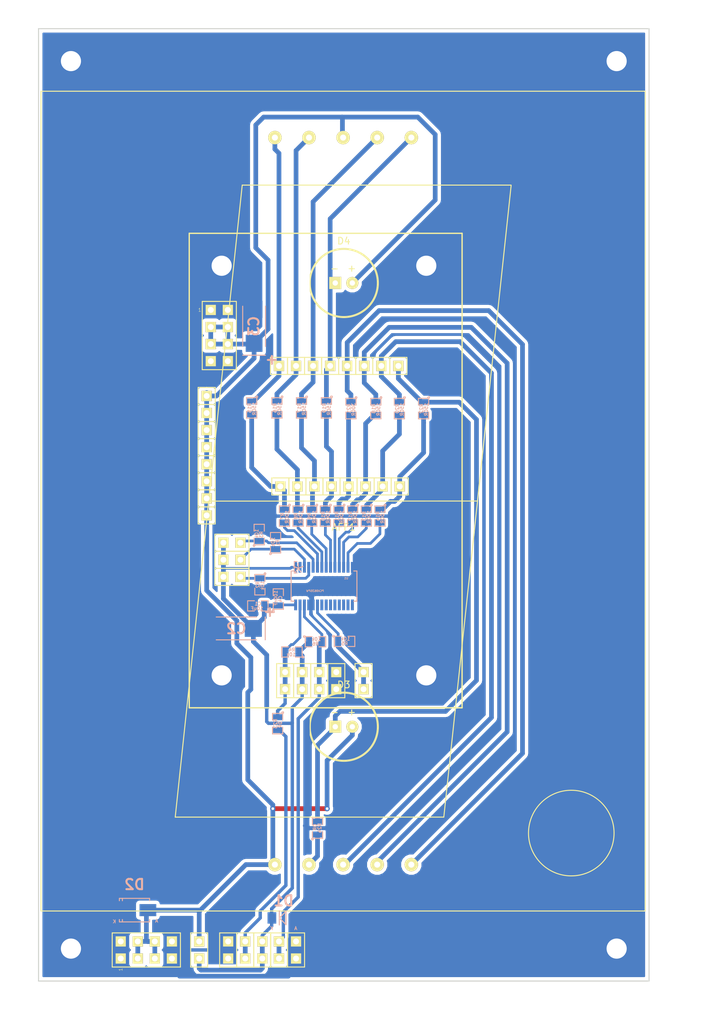
<source format=kicad_pcb>
(kicad_pcb (version 4) (host pcbnew 4.0.2+dfsg1-stable)

  (general
    (links 135)
    (no_connects 0)
    (area -5.4864 -146.2532 99.669601 6.146801)
    (thickness 1.6)
    (drawings 8)
    (tracks 374)
    (zones 0)
    (modules 82)
    (nets 36)
  )

  (page A4)
  (layers
    (0 F.Cu signal)
    (31 B.Cu signal)
    (32 B.Adhes user)
    (33 F.Adhes user)
    (34 B.Paste user)
    (35 F.Paste user)
    (36 B.SilkS user)
    (37 F.SilkS user)
    (38 B.Mask user)
    (39 F.Mask user)
    (40 Dwgs.User user)
    (41 Cmts.User user)
    (42 Eco1.User user)
    (43 Eco2.User user)
    (44 Edge.Cuts user)
    (45 Margin user)
    (46 B.CrtYd user)
    (47 F.CrtYd user)
    (48 B.Fab user)
    (49 F.Fab user)
  )

  (setup
    (last_trace_width 0.25)
    (user_trace_width 0.2)
    (user_trace_width 0.3)
    (user_trace_width 0.4)
    (user_trace_width 0.5)
    (user_trace_width 0.6)
    (user_trace_width 0.7)
    (user_trace_width 0.8)
    (user_trace_width 1)
    (trace_clearance 0.2)
    (zone_clearance 0.508)
    (zone_45_only yes)
    (trace_min 0.2)
    (segment_width 0.2)
    (edge_width 0.15)
    (via_size 0.8)
    (via_drill 0.4)
    (via_min_size 0.4)
    (via_min_drill 0.3)
    (uvia_size 0.3)
    (uvia_drill 0.1)
    (uvias_allowed no)
    (uvia_min_size 0.2)
    (uvia_min_drill 0.1)
    (pcb_text_width 0.3)
    (pcb_text_size 1.5 1.5)
    (mod_edge_width 0.15)
    (mod_text_size 1 1)
    (mod_text_width 0.15)
    (pad_size 6 6)
    (pad_drill 3)
    (pad_to_mask_clearance 0.2)
    (aux_axis_origin 0 0)
    (visible_elements 7FFFFF7F)
    (pcbplotparams
      (layerselection 0x00030_80000001)
      (usegerberextensions false)
      (excludeedgelayer true)
      (linewidth 0.500000)
      (plotframeref false)
      (viasonmask false)
      (mode 1)
      (useauxorigin false)
      (hpglpennumber 1)
      (hpglpenspeed 20)
      (hpglpendiameter 15)
      (hpglpenoverlay 2)
      (psnegative false)
      (psa4output false)
      (plotreference true)
      (plotvalue true)
      (plotinvisibletext false)
      (padsonsilk false)
      (subtractmaskfromsilk false)
      (outputformat 1)
      (mirror false)
      (drillshape 1)
      (scaleselection 1)
      (outputdirectory ""))
  )

  (net 0 "")
  (net 1 +12V)
  (net 2 /G)
  (net 3 /F)
  (net 4 /B)
  (net 5 /A)
  (net 6 /E)
  (net 7 /DP)
  (net 8 /C)
  (net 9 /D)
  (net 10 VDD)
  (net 11 GND)
  (net 12 /SDA)
  (net 13 /SCL)
  (net 14 /#OE)
  (net 15 /LED00)
  (net 16 /LED01)
  (net 17 /LED02)
  (net 18 /LED03)
  (net 19 /LED04)
  (net 20 /LED05)
  (net 21 /LED06)
  (net 22 /LED07)
  (net 23 "Net-(R7-Pad2)")
  (net 24 "Net-(R8-Pad2)")
  (net 25 "Net-(R9-Pad2)")
  (net 26 "Net-(R10-Pad2)")
  (net 27 "Net-(R11-Pad2)")
  (net 28 "Net-(R12-Pad2)")
  (net 29 "Net-(R13-Pad2)")
  (net 30 "Net-(R14-Pad2)")
  (net 31 /A2)
  (net 32 /A3)
  (net 33 /A4)
  (net 34 "Net-(J29-Pad1)")
  (net 35 "Net-(AFF1-Pad2)")

  (net_class Default "Toto je výchozí třída sítě."
    (clearance 0.2)
    (trace_width 0.25)
    (via_dia 0.8)
    (via_drill 0.4)
    (uvia_dia 0.3)
    (uvia_drill 0.1)
    (add_net +12V)
    (add_net /#OE)
    (add_net /A)
    (add_net /A2)
    (add_net /A3)
    (add_net /A4)
    (add_net /B)
    (add_net /C)
    (add_net /D)
    (add_net /DP)
    (add_net /E)
    (add_net /F)
    (add_net /G)
    (add_net /LED00)
    (add_net /LED01)
    (add_net /LED02)
    (add_net /LED03)
    (add_net /LED04)
    (add_net /LED05)
    (add_net /LED06)
    (add_net /LED07)
    (add_net /SCL)
    (add_net /SDA)
    (add_net GND)
    (add_net "Net-(AFF1-Pad2)")
    (add_net "Net-(J29-Pad1)")
    (add_net "Net-(R10-Pad2)")
    (add_net "Net-(R11-Pad2)")
    (add_net "Net-(R12-Pad2)")
    (add_net "Net-(R13-Pad2)")
    (add_net "Net-(R14-Pad2)")
    (add_net "Net-(R7-Pad2)")
    (add_net "Net-(R8-Pad2)")
    (add_net "Net-(R9-Pad2)")
    (add_net VDD)
  )

  (module Mlab_DISPLAY:FYS-40011DS-11 (layer F.Cu) (tedit 57454384) (tstamp 574C27CB)
    (at 45.6184 -71.6768)
    (path /57446B8B)
    (fp_text reference AFF1 (at 0.0762 3.8862) (layer F.SilkS)
      (effects (font (size 1 1) (thickness 0.15)))
    )
    (fp_text value FYS-40011DS-11 (at 0.254 -2.0447) (layer F.Fab)
      (effects (font (size 1 1) (thickness 0.15)))
    )
    (fp_line (start -20.0152 0) (end 20.0025 -0.0127) (layer F.SilkS) (width 0.15))
    (fp_line (start 25.0317 -47.0154) (end 14.9987 47.0281) (layer F.SilkS) (width 0.15))
    (fp_line (start -15.0241 -47.0408) (end -25.0063 47.0408) (layer F.SilkS) (width 0.15))
    (fp_line (start -25 47.0281) (end 15 47.0281) (layer F.SilkS) (width 0.15))
    (fp_line (start -15 -47.0281) (end 25 -47.0281) (layer F.SilkS) (width 0.15))
    (fp_circle (center 33.9852 49.403) (end 31.8262 43.4086) (layer F.SilkS) (width 0.15))
    (fp_line (start -45 61) (end -45 -61) (layer F.SilkS) (width 0.15))
    (fp_line (start 45 61) (end -45 61) (layer F.SilkS) (width 0.15))
    (fp_line (start 45 -61) (end 45 61) (layer F.SilkS) (width 0.15))
    (fp_line (start -45 -61) (end 45 -61) (layer F.SilkS) (width 0.15))
    (pad 8 thru_hole circle (at 0 -54.1) (size 2 2) (drill 0.9) (layers *.Cu *.Mask F.SilkS)
      (net 1 +12V))
    (pad 10 thru_hole circle (at -10.16 -54.1) (size 2 2) (drill 0.9) (layers *.Cu *.Mask F.SilkS)
      (net 2 /G))
    (pad 9 thru_hole circle (at -5.08 -54.1) (size 2 2) (drill 0.9) (layers *.Cu *.Mask F.SilkS)
      (net 3 /F))
    (pad 6 thru_hole circle (at 10.16 -54.1) (size 2 2) (drill 0.9) (layers *.Cu *.Mask F.SilkS)
      (net 4 /B))
    (pad 7 thru_hole circle (at 5.08 -54.1) (size 2 2) (drill 0.9) (layers *.Cu *.Mask F.SilkS)
      (net 5 /A))
    (pad 2 thru_hole circle (at -5.08 54.1) (size 2 2) (drill 0.9) (layers *.Cu *.Mask F.SilkS)
      (net 35 "Net-(AFF1-Pad2)"))
    (pad 5 thru_hole circle (at 10.16 54.1) (size 2 2) (drill 0.9) (layers *.Cu *.Mask F.SilkS)
      (net 7 /DP))
    (pad 4 thru_hole circle (at 5.08 54.1) (size 2 2) (drill 0.9) (layers *.Cu *.Mask F.SilkS)
      (net 8 /C))
    (pad 1 thru_hole circle (at -10.16 54.1) (size 2 2) (drill 0.9) (layers *.Cu *.Mask F.SilkS)
      (net 1 +12V))
    (pad 3 thru_hole circle (at 0 54.1) (size 2 2) (drill 0.9) (layers *.Cu *.Mask F.SilkS)
      (net 9 /D))
  )

  (module Mlab_D:LED-10MM (layer F.Cu) (tedit 574C10EF) (tstamp 574C1401)
    (at 44.45 -38.1)
    (descr "LED 10mm - Lead pitch 100mil (2,54mm)")
    (tags "LED led 10mm 10MM 100mil 2.54mm")
    (path /574D2191)
    (fp_text reference D3 (at 1.27 -6.25) (layer F.SilkS)
      (effects (font (size 1 1) (thickness 0.15)))
    )
    (fp_text value L-813ID (at 1.5 6.1) (layer F.Fab)
      (effects (font (size 1 1) (thickness 0.15)))
    )
    (fp_text user + (at 2.4511 -2.1971) (layer F.SilkS)
      (effects (font (size 1 1) (thickness 0.15)))
    )
    (fp_text user - (at -0.1016 -2.1717) (layer F.SilkS)
      (effects (font (size 1 1) (thickness 0.15)))
    )
    (fp_line (start -4 -1.25) (end -4 1.25) (layer F.CrtYd) (width 0.05))
    (fp_arc (start 1.25 0) (end -4 -1.25) (angle 332.9) (layer F.CrtYd) (width 0.05))
    (fp_line (start -3.73 -1.23) (end -3.73 1.23) (layer F.SilkS) (width 0.15))
    (fp_arc (start 1.27 0) (end -3.73 -1.23) (angle 332.2) (layer F.SilkS) (width 0.15))
    (fp_circle (center 1.27 0) (end 1.27 5) (layer F.SilkS) (width 0.15))
    (pad 2 thru_hole circle (at 2.54 0 180) (size 1.8 1.8) (drill 0.8) (layers *.Cu *.Mask F.SilkS)
      (net 1 +12V))
    (pad 1 thru_hole rect (at 0 0 180) (size 1.8 1.8) (drill 0.8) (layers *.Cu *.Mask F.SilkS)
      (net 6 /E))
    (model LEDs.3dshapes/LED-10MM.wrl
      (at (xyz 0 0 0))
      (scale (xyz 1 1 1))
      (rotate (xyz 0 0 0))
    )
  )

  (module Mlab_Pin_Headers:Straight_1x01 (layer F.Cu) (tedit 56EBDE01) (tstamp 57455E5B)
    (at 41.3512 -73.8632)
    (descr "pin header straight 1x01")
    (tags "pin header straight 1x01")
    (path /574614AA)
    (fp_text reference J13 (at 0 -2.54) (layer F.SilkS) hide
      (effects (font (size 1.5 1.5) (thickness 0.15)))
    )
    (fp_text value CONN1_1 (at 0 2.54) (layer F.SilkS) hide
      (effects (font (size 1.5 1.5) (thickness 0.15)))
    )
    (fp_text user 1 (at -1.651 0) (layer F.SilkS) hide
      (effects (font (size 0.5 0.5) (thickness 0.05)))
    )
    (fp_line (start -1.27 -1.27) (end 1.27 -1.27) (layer F.SilkS) (width 0.15))
    (fp_line (start 1.27 -1.27) (end 1.27 1.27) (layer F.SilkS) (width 0.15))
    (fp_line (start 1.27 1.27) (end -1.27 1.27) (layer F.SilkS) (width 0.15))
    (fp_line (start -1.27 1.27) (end -1.27 -1.27) (layer F.SilkS) (width 0.15))
    (pad 1 thru_hole rect (at 0 0) (size 1.524 1.524) (drill 0.889) (layers *.Cu *.Mask F.SilkS)
      (net 17 /LED02))
    (model Pin_Headers/Pin_Header_Straight_1x01.wrl
      (at (xyz 0 0 0))
      (scale (xyz 1 1 1))
      (rotate (xyz 0 0 90))
    )
  )

  (module Mlab_R:SMD-0805 (layer B.Cu) (tedit 54799E0C) (tstamp 574545D1)
    (at 32.9184 -56.0832 180)
    (path /57443486)
    (attr smd)
    (fp_text reference C1 (at 0 0.3175 180) (layer B.SilkS)
      (effects (font (size 0.50038 0.50038) (thickness 0.10922)) (justify mirror))
    )
    (fp_text value 10uF (at 0.127 -0.381 180) (layer B.SilkS)
      (effects (font (size 0.50038 0.50038) (thickness 0.10922)) (justify mirror))
    )
    (fp_circle (center -1.651 -0.762) (end -1.651 -0.635) (layer B.SilkS) (width 0.15))
    (fp_line (start -0.508 -0.762) (end -1.524 -0.762) (layer B.SilkS) (width 0.15))
    (fp_line (start -1.524 -0.762) (end -1.524 0.762) (layer B.SilkS) (width 0.15))
    (fp_line (start -1.524 0.762) (end -0.508 0.762) (layer B.SilkS) (width 0.15))
    (fp_line (start 0.508 0.762) (end 1.524 0.762) (layer B.SilkS) (width 0.15))
    (fp_line (start 1.524 0.762) (end 1.524 -0.762) (layer B.SilkS) (width 0.15))
    (fp_line (start 1.524 -0.762) (end 0.508 -0.762) (layer B.SilkS) (width 0.15))
    (pad 1 smd rect (at -0.9525 0 180) (size 0.889 1.397) (layers B.Cu B.Paste B.Mask)
      (net 10 VDD))
    (pad 2 smd rect (at 0.9525 0 180) (size 0.889 1.397) (layers B.Cu B.Paste B.Mask)
      (net 11 GND))
    (model MLAB_3D/Resistors/chip_cms.wrl
      (at (xyz 0 0 0))
      (scale (xyz 0.1 0.1 0.1))
      (rotate (xyz 0 0 0))
    )
  )

  (module Mlab_C:TantalC_SizeC_Reflow (layer B.Cu) (tedit 564C624B) (tstamp 574545D7)
    (at 29.718 -52.7304 180)
    (descr "Tantal Cap. , Size C, EIA-6032, Reflow,")
    (tags "Tantal Cap. , Size C, EIA-6032, Reflow,")
    (path /57443512)
    (attr smd)
    (fp_text reference C2 (at 0.0127 -0.0381 180) (layer B.SilkS)
      (effects (font (thickness 0.3048)) (justify mirror))
    )
    (fp_text value 47uF (at -0.09906 -3.59918 180) (layer B.SilkS) hide
      (effects (font (thickness 0.3048)) (justify mirror))
    )
    (fp_line (start -4.30022 1.69926) (end -4.30022 -1.69926) (layer B.SilkS) (width 0.15))
    (fp_line (start 2.99974 -1.69926) (end -2.99974 -1.69926) (layer B.SilkS) (width 0.15))
    (fp_line (start 2.99974 1.69926) (end -2.99974 1.69926) (layer B.SilkS) (width 0.15))
    (fp_text user + (at -4.99872 2.55016 180) (layer B.SilkS)
      (effects (font (thickness 0.3048)) (justify mirror))
    )
    (fp_line (start -5.00126 3.05308) (end -5.00126 1.95326) (layer B.SilkS) (width 0.15))
    (fp_line (start -5.6007 2.5527) (end -4.40182 2.5527) (layer B.SilkS) (width 0.15))
    (pad 2 smd rect (at 2.52476 0 180) (size 2.55016 2.49936) (layers B.Cu B.Paste B.Mask)
      (net 11 GND))
    (pad 1 smd rect (at -2.52476 0 180) (size 2.55016 2.49936) (layers B.Cu B.Paste B.Mask)
      (net 10 VDD))
    (model MLAB_3D/Capacitors/c_tant_C.wrl
      (at (xyz 0 0 0))
      (scale (xyz 1 1 1))
      (rotate (xyz 0 0 180))
    )
  )

  (module Mlab_C:TantalC_SizeC_Reflow (layer B.Cu) (tedit 564C624B) (tstamp 574545DD)
    (at 32.3596 -97.6884 90)
    (descr "Tantal Cap. , Size C, EIA-6032, Reflow,")
    (tags "Tantal Cap. , Size C, EIA-6032, Reflow,")
    (path /57481DBD)
    (attr smd)
    (fp_text reference C3 (at 0.0127 -0.0381 90) (layer B.SilkS)
      (effects (font (thickness 0.3048)) (justify mirror))
    )
    (fp_text value 47uF (at -0.09906 -3.59918 90) (layer B.SilkS) hide
      (effects (font (thickness 0.3048)) (justify mirror))
    )
    (fp_line (start -4.30022 1.69926) (end -4.30022 -1.69926) (layer B.SilkS) (width 0.15))
    (fp_line (start 2.99974 -1.69926) (end -2.99974 -1.69926) (layer B.SilkS) (width 0.15))
    (fp_line (start 2.99974 1.69926) (end -2.99974 1.69926) (layer B.SilkS) (width 0.15))
    (fp_text user + (at -4.99872 2.55016 90) (layer B.SilkS)
      (effects (font (thickness 0.3048)) (justify mirror))
    )
    (fp_line (start -5.00126 3.05308) (end -5.00126 1.95326) (layer B.SilkS) (width 0.15))
    (fp_line (start -5.6007 2.5527) (end -4.40182 2.5527) (layer B.SilkS) (width 0.15))
    (pad 2 smd rect (at 2.52476 0 90) (size 2.55016 2.49936) (layers B.Cu B.Paste B.Mask)
      (net 11 GND))
    (pad 1 smd rect (at -2.52476 0 90) (size 2.55016 2.49936) (layers B.Cu B.Paste B.Mask)
      (net 1 +12V))
    (model MLAB_3D/Capacitors/c_tant_C.wrl
      (at (xyz 0 0 0))
      (scale (xyz 1 1 1))
      (rotate (xyz 0 0 180))
    )
  )

  (module Mlab_R:SMD-0805 (layer B.Cu) (tedit 54799E0C) (tstamp 574545E3)
    (at 35.9664 -57.0992 90)
    (path /5744342B)
    (attr smd)
    (fp_text reference C4 (at 0 0.3175 90) (layer B.SilkS)
      (effects (font (size 0.50038 0.50038) (thickness 0.10922)) (justify mirror))
    )
    (fp_text value 100nF (at 0.127 -0.381 90) (layer B.SilkS)
      (effects (font (size 0.50038 0.50038) (thickness 0.10922)) (justify mirror))
    )
    (fp_circle (center -1.651 -0.762) (end -1.651 -0.635) (layer B.SilkS) (width 0.15))
    (fp_line (start -0.508 -0.762) (end -1.524 -0.762) (layer B.SilkS) (width 0.15))
    (fp_line (start -1.524 -0.762) (end -1.524 0.762) (layer B.SilkS) (width 0.15))
    (fp_line (start -1.524 0.762) (end -0.508 0.762) (layer B.SilkS) (width 0.15))
    (fp_line (start 0.508 0.762) (end 1.524 0.762) (layer B.SilkS) (width 0.15))
    (fp_line (start 1.524 0.762) (end 1.524 -0.762) (layer B.SilkS) (width 0.15))
    (fp_line (start 1.524 -0.762) (end 0.508 -0.762) (layer B.SilkS) (width 0.15))
    (pad 1 smd rect (at -0.9525 0 90) (size 0.889 1.397) (layers B.Cu B.Paste B.Mask)
      (net 10 VDD))
    (pad 2 smd rect (at 0.9525 0 90) (size 0.889 1.397) (layers B.Cu B.Paste B.Mask)
      (net 11 GND))
    (model MLAB_3D/Resistors/chip_cms.wrl
      (at (xyz 0 0 0))
      (scale (xyz 0.1 0.1 0.1))
      (rotate (xyz 0 0 0))
    )
  )

  (module Mlab_D:MiniMELF_Standard (layer B.Cu) (tedit 54BBE081) (tstamp 574545E9)
    (at 36.76396 -9.64692 180)
    (descr "Diode Mini-MELF Standard")
    (tags "Diode Mini-MELF Standard")
    (path /57462D05)
    (attr smd)
    (fp_text reference D1 (at 0 2.54 180) (layer B.SilkS)
      (effects (font (thickness 0.3048)) (justify mirror))
    )
    (fp_text value BZV55C-5,6V (at 0 -3.81 180) (layer B.SilkS) hide
      (effects (font (thickness 0.3048)) (justify mirror))
    )
    (fp_line (start 0.65024 -0.0508) (end -0.35052 1.00076) (layer B.SilkS) (width 0.15))
    (fp_line (start -0.35052 1.00076) (end -0.35052 -1.00076) (layer B.SilkS) (width 0.15))
    (fp_line (start -0.35052 -1.00076) (end 0.65024 0) (layer B.SilkS) (width 0.15))
    (fp_line (start 0.65024 1.04902) (end 0.65024 -1.04902) (layer B.SilkS) (width 0.15))
    (fp_text user A (at -1.80086 -1.5494 180) (layer B.SilkS)
      (effects (font (size 0.50038 0.50038) (thickness 0.09906)) (justify mirror))
    )
    (fp_text user K (at 1.80086 -1.5494 180) (layer B.SilkS)
      (effects (font (size 0.50038 0.50038) (thickness 0.09906)) (justify mirror))
    )
    (fp_circle (center 0 0) (end 0 -0.55118) (layer B.Adhes) (width 0.381))
    (fp_circle (center 0 0) (end 0 -0.20066) (layer B.Adhes) (width 0.381))
    (pad 1 smd rect (at -1.75006 0 180) (size 1.30048 1.69926) (layers B.Cu B.Paste B.Mask)
      (net 11 GND))
    (pad 2 smd rect (at 1.75006 0 180) (size 1.30048 1.69926) (layers B.Cu B.Paste B.Mask)
      (net 10 VDD))
    (model MLAB_3D/Diodes/MiniMELF_DO213AA.wrl
      (at (xyz 0 0 0))
      (scale (xyz 0.3937 0.3937 0.3937))
      (rotate (xyz 0 0 0))
    )
  )

  (module Mlab_D:Diode-SMA_Standard (layer B.Cu) (tedit 56BDB339) (tstamp 574545EF)
    (at 14.54404 -10.80516 180)
    (descr "Diode SMA")
    (tags "Diode SMA")
    (path /574814FF)
    (attr smd)
    (fp_text reference D2 (at 0 3.81 180) (layer B.SilkS)
      (effects (font (thickness 0.3048)) (justify mirror))
    )
    (fp_text value M4 (at 0 -3.81 180) (layer B.SilkS) hide
      (effects (font (thickness 0.3048)) (justify mirror))
    )
    (fp_text user A (at -3.29946 -1.6002 180) (layer B.SilkS)
      (effects (font (size 0.50038 0.50038) (thickness 0.09906)) (justify mirror))
    )
    (fp_text user K (at 2.99974 -1.69926 180) (layer B.SilkS)
      (effects (font (size 0.50038 0.50038) (thickness 0.09906)) (justify mirror))
    )
    (fp_circle (center 0 0) (end 0.20066 0.0508) (layer B.Adhes) (width 0.381))
    (fp_line (start 1.80086 -1.75006) (end 1.80086 -1.39954) (layer B.SilkS) (width 0.15))
    (fp_line (start 1.80086 1.75006) (end 1.80086 1.39954) (layer B.SilkS) (width 0.15))
    (fp_line (start 2.25044 -1.75006) (end 2.25044 -1.39954) (layer B.SilkS) (width 0.15))
    (fp_line (start -2.25044 -1.75006) (end -2.25044 -1.39954) (layer B.SilkS) (width 0.15))
    (fp_line (start -2.25044 1.75006) (end -2.25044 1.39954) (layer B.SilkS) (width 0.15))
    (fp_line (start 2.25044 1.75006) (end 2.25044 1.39954) (layer B.SilkS) (width 0.15))
    (fp_line (start -2.25044 -1.75006) (end 2.25044 -1.75006) (layer B.SilkS) (width 0.15))
    (fp_line (start -2.25044 1.75006) (end 2.25044 1.75006) (layer B.SilkS) (width 0.15))
    (pad 2 smd rect (at -1.99898 0 180) (size 2.49936 1.80086) (layers B.Cu B.Paste B.Mask)
      (net 1 +12V))
    (pad 1 smd rect (at 1.99898 0 180) (size 2.49936 1.80086) (layers B.Cu B.Paste B.Mask)
      (net 11 GND))
    (model MLAB_3D/Diodes/SMA.wrl
      (at (xyz 0 0 0))
      (scale (xyz 0.3937 0.3937 0.3937))
      (rotate (xyz 0 0 0))
    )
  )

  (module Mlab_Pin_Headers:Straight_2x04 (layer F.Cu) (tedit 5535DB57) (tstamp 574545FB)
    (at 16.3068 -4.8768 90)
    (descr "pin header straight 2x04")
    (tags "pin header straight 2x04")
    (path /5747FB5E)
    (fp_text reference J1 (at 0 -6.35 90) (layer F.SilkS) hide
      (effects (font (size 1.5 1.5) (thickness 0.15)))
    )
    (fp_text value JUMP_4X2 (at 0 6.35 90) (layer F.SilkS) hide
      (effects (font (size 1.5 1.5) (thickness 0.15)))
    )
    (fp_text user 1 (at -2.921 -3.81 90) (layer F.SilkS)
      (effects (font (size 0.5 0.5) (thickness 0.05)))
    )
    (fp_line (start -2.54 -5.08) (end 2.54 -5.08) (layer F.SilkS) (width 0.15))
    (fp_line (start 2.54 -5.08) (end 2.54 5.08) (layer F.SilkS) (width 0.15))
    (fp_line (start 2.54 5.08) (end -2.54 5.08) (layer F.SilkS) (width 0.15))
    (fp_line (start -2.54 5.08) (end -2.54 -5.08) (layer F.SilkS) (width 0.15))
    (pad 1 thru_hole rect (at -1.27 -3.81 90) (size 1.524 1.524) (drill 0.889) (layers *.Cu *.Mask F.SilkS)
      (net 11 GND))
    (pad 2 thru_hole rect (at 1.27 -3.81 90) (size 1.524 1.524) (drill 0.889) (layers *.Cu *.Mask F.SilkS)
      (net 11 GND))
    (pad 3 thru_hole rect (at -1.27 -1.27 90) (size 1.524 1.524) (drill 0.889) (layers *.Cu *.Mask F.SilkS)
      (net 1 +12V))
    (pad 4 thru_hole rect (at 1.27 -1.27 90) (size 1.524 1.524) (drill 0.889) (layers *.Cu *.Mask F.SilkS)
      (net 1 +12V))
    (pad 5 thru_hole rect (at -1.27 1.27 90) (size 1.524 1.524) (drill 0.889) (layers *.Cu *.Mask F.SilkS)
      (net 1 +12V))
    (pad 6 thru_hole rect (at 1.27 1.27 90) (size 1.524 1.524) (drill 0.889) (layers *.Cu *.Mask F.SilkS)
      (net 1 +12V))
    (pad 7 thru_hole rect (at -1.27 3.81 90) (size 1.524 1.524) (drill 0.889) (layers *.Cu *.Mask F.SilkS)
      (net 11 GND))
    (pad 8 thru_hole rect (at 1.27 3.81 90) (size 1.524 1.524) (drill 0.889) (layers *.Cu *.Mask F.SilkS)
      (net 11 GND))
    (model Pin_Headers/Pin_Header_Straight_2x04.wrl
      (at (xyz 0 0 0))
      (scale (xyz 1 1 1))
      (rotate (xyz 0 0 90))
    )
  )

  (module Mlab_Pin_Headers:Straight_2x01 (layer F.Cu) (tedit 5545E8D2) (tstamp 57454613)
    (at 33.5788 -4.8768 90)
    (descr "pin header straight 2x01")
    (tags "pin header straight 2x01")
    (path /5744FA57)
    (fp_text reference J5 (at 0 -2.54 90) (layer F.SilkS) hide
      (effects (font (size 1.5 1.5) (thickness 0.15)))
    )
    (fp_text value JUMP_2x1 (at 0 2.54 90) (layer F.SilkS) hide
      (effects (font (size 1.5 1.5) (thickness 0.15)))
    )
    (fp_line (start -2.54 -1.27) (end 2.54 -1.27) (layer F.SilkS) (width 0.15))
    (fp_line (start 2.54 -1.27) (end 2.54 1.27) (layer F.SilkS) (width 0.15))
    (fp_line (start 2.54 1.27) (end -2.54 1.27) (layer F.SilkS) (width 0.15))
    (fp_line (start -2.54 1.27) (end -2.54 -1.27) (layer F.SilkS) (width 0.15))
    (pad 1 thru_hole rect (at -1.27 0 90) (size 1.524 1.524) (drill 0.889) (layers *.Cu *.Mask F.SilkS)
      (net 10 VDD))
    (pad 2 thru_hole rect (at 1.27 0 90) (size 1.524 1.524) (drill 0.889) (layers *.Cu *.Mask F.SilkS)
      (net 10 VDD))
    (model Pin_Headers/Pin_Header_Straight_2x01.wrl
      (at (xyz 0 0 0))
      (scale (xyz 1 1 1))
      (rotate (xyz 0 0 90))
    )
  )

  (module Mlab_Pin_Headers:Straight_2x01 (layer F.Cu) (tedit 5545E8D2) (tstamp 57454619)
    (at 36.9824 -44.958 90)
    (descr "pin header straight 2x01")
    (tags "pin header straight 2x01")
    (path /5744E41D)
    (fp_text reference J6 (at 0 -2.54 90) (layer F.SilkS) hide
      (effects (font (size 1.5 1.5) (thickness 0.15)))
    )
    (fp_text value JUMP_2x1 (at 0 2.54 90) (layer F.SilkS) hide
      (effects (font (size 1.5 1.5) (thickness 0.15)))
    )
    (fp_line (start -2.54 -1.27) (end 2.54 -1.27) (layer F.SilkS) (width 0.15))
    (fp_line (start 2.54 -1.27) (end 2.54 1.27) (layer F.SilkS) (width 0.15))
    (fp_line (start 2.54 1.27) (end -2.54 1.27) (layer F.SilkS) (width 0.15))
    (fp_line (start -2.54 1.27) (end -2.54 -1.27) (layer F.SilkS) (width 0.15))
    (pad 1 thru_hole rect (at -1.27 0 90) (size 1.524 1.524) (drill 0.889) (layers *.Cu *.Mask F.SilkS)
      (net 12 /SDA))
    (pad 2 thru_hole rect (at 1.27 0 90) (size 1.524 1.524) (drill 0.889) (layers *.Cu *.Mask F.SilkS)
      (net 12 /SDA))
    (model Pin_Headers/Pin_Header_Straight_2x01.wrl
      (at (xyz 0 0 0))
      (scale (xyz 1 1 1))
      (rotate (xyz 0 0 90))
    )
  )

  (module Mlab_Pin_Headers:Straight_2x01 (layer F.Cu) (tedit 5545E8D2) (tstamp 5745461F)
    (at 36.068 -4.8768 90)
    (descr "pin header straight 2x01")
    (tags "pin header straight 2x01")
    (path /5744EE65)
    (fp_text reference J7 (at 0 -2.54 90) (layer F.SilkS) hide
      (effects (font (size 1.5 1.5) (thickness 0.15)))
    )
    (fp_text value JUMP_2x1 (at 0 2.54 90) (layer F.SilkS) hide
      (effects (font (size 1.5 1.5) (thickness 0.15)))
    )
    (fp_line (start -2.54 -1.27) (end 2.54 -1.27) (layer F.SilkS) (width 0.15))
    (fp_line (start 2.54 -1.27) (end 2.54 1.27) (layer F.SilkS) (width 0.15))
    (fp_line (start 2.54 1.27) (end -2.54 1.27) (layer F.SilkS) (width 0.15))
    (fp_line (start -2.54 1.27) (end -2.54 -1.27) (layer F.SilkS) (width 0.15))
    (pad 1 thru_hole rect (at -1.27 0 90) (size 1.524 1.524) (drill 0.889) (layers *.Cu *.Mask F.SilkS)
      (net 13 /SCL))
    (pad 2 thru_hole rect (at 1.27 0 90) (size 1.524 1.524) (drill 0.889) (layers *.Cu *.Mask F.SilkS)
      (net 13 /SCL))
    (model Pin_Headers/Pin_Header_Straight_2x01.wrl
      (at (xyz 0 0 0))
      (scale (xyz 1 1 1))
      (rotate (xyz 0 0 90))
    )
  )

  (module Mlab_Pin_Headers:Straight_2x01 (layer F.Cu) (tedit 5545E8D2) (tstamp 57454625)
    (at 38.608 -4.8768 90)
    (descr "pin header straight 2x01")
    (tags "pin header straight 2x01")
    (path /5744FAE9)
    (fp_text reference J8 (at 0 -2.54 90) (layer F.SilkS) hide
      (effects (font (size 1.5 1.5) (thickness 0.15)))
    )
    (fp_text value JUMP_2x1 (at 0 2.54 90) (layer F.SilkS) hide
      (effects (font (size 1.5 1.5) (thickness 0.15)))
    )
    (fp_line (start -2.54 -1.27) (end 2.54 -1.27) (layer F.SilkS) (width 0.15))
    (fp_line (start 2.54 -1.27) (end 2.54 1.27) (layer F.SilkS) (width 0.15))
    (fp_line (start 2.54 1.27) (end -2.54 1.27) (layer F.SilkS) (width 0.15))
    (fp_line (start -2.54 1.27) (end -2.54 -1.27) (layer F.SilkS) (width 0.15))
    (pad 1 thru_hole rect (at -1.27 0 90) (size 1.524 1.524) (drill 0.889) (layers *.Cu *.Mask F.SilkS)
      (net 11 GND))
    (pad 2 thru_hole rect (at 1.27 0 90) (size 1.524 1.524) (drill 0.889) (layers *.Cu *.Mask F.SilkS)
      (net 11 GND))
    (model Pin_Headers/Pin_Header_Straight_2x01.wrl
      (at (xyz 0 0 0))
      (scale (xyz 1 1 1))
      (rotate (xyz 0 0 90))
    )
  )

  (module Mlab_Pin_Headers:Straight_2x01 (layer F.Cu) (tedit 5545E8D2) (tstamp 5745462B)
    (at 28.4988 -4.8768 90)
    (descr "pin header straight 2x01")
    (tags "pin header straight 2x01")
    (path /57454F84)
    (fp_text reference J9 (at 0 -2.54 90) (layer F.SilkS) hide
      (effects (font (size 1.5 1.5) (thickness 0.15)))
    )
    (fp_text value JUMP_2x1 (at 0 2.54 90) (layer F.SilkS) hide
      (effects (font (size 1.5 1.5) (thickness 0.15)))
    )
    (fp_line (start -2.54 -1.27) (end 2.54 -1.27) (layer F.SilkS) (width 0.15))
    (fp_line (start 2.54 -1.27) (end 2.54 1.27) (layer F.SilkS) (width 0.15))
    (fp_line (start 2.54 1.27) (end -2.54 1.27) (layer F.SilkS) (width 0.15))
    (fp_line (start -2.54 1.27) (end -2.54 -1.27) (layer F.SilkS) (width 0.15))
    (pad 1 thru_hole rect (at -1.27 0 90) (size 1.524 1.524) (drill 0.889) (layers *.Cu *.Mask F.SilkS)
      (net 11 GND))
    (pad 2 thru_hole rect (at 1.27 0 90) (size 1.524 1.524) (drill 0.889) (layers *.Cu *.Mask F.SilkS)
      (net 11 GND))
    (model Pin_Headers/Pin_Header_Straight_2x01.wrl
      (at (xyz 0 0 0))
      (scale (xyz 1 1 1))
      (rotate (xyz 0 0 90))
    )
  )

  (module Mlab_Mechanical:MountingHole_3mm placed (layer F.Cu) (tedit 5535DB2C) (tstamp 57454666)
    (at 5.08 -137.16)
    (descr "Mounting hole, Befestigungsbohrung, 3mm, No Annular, Kein Restring,")
    (tags "Mounting hole, Befestigungsbohrung, 3mm, No Annular, Kein Restring,")
    (path /57469D0A)
    (fp_text reference M1 (at 0 -4.191) (layer F.SilkS) hide
      (effects (font (thickness 0.3048)))
    )
    (fp_text value HOLE (at 0 4.191) (layer F.SilkS) hide
      (effects (font (thickness 0.3048)))
    )
    (fp_circle (center 0 0) (end 2.99974 0) (layer Cmts.User) (width 0.381))
    (pad 1 thru_hole circle (at 0 0) (size 6 6) (drill 3) (layers *.Cu *.Adhes *.Mask)
      (net 11 GND) (clearance 1) (zone_connect 2))
  )

  (module Mlab_Mechanical:MountingHole_3mm placed (layer F.Cu) (tedit 5535DB2C) (tstamp 57454670)
    (at 27.5268 -106.704)
    (descr "Mounting hole, Befestigungsbohrung, 3mm, No Annular, Kein Restring,")
    (tags "Mounting hole, Befestigungsbohrung, 3mm, No Annular, Kein Restring,")
    (path /57469D26)
    (fp_text reference M3 (at 0 -4.191) (layer F.SilkS) hide
      (effects (font (thickness 0.3048)))
    )
    (fp_text value HOLE (at 0 4.191) (layer F.SilkS) hide
      (effects (font (thickness 0.3048)))
    )
    (fp_circle (center 0 0) (end 2.99974 0) (layer Cmts.User) (width 0.381))
    (pad 1 thru_hole circle (at 0 0) (size 6 6) (drill 3) (layers *.Cu *.Adhes *.Mask)
      (net 11 GND) (clearance 1) (zone_connect 2))
  )

  (module Mlab_Mechanical:MountingHole_3mm placed (layer F.Cu) (tedit 5535DB2C) (tstamp 5745467A)
    (at 86.36 -5.08)
    (descr "Mounting hole, Befestigungsbohrung, 3mm, No Annular, Kein Restring,")
    (tags "Mounting hole, Befestigungsbohrung, 3mm, No Annular, Kein Restring,")
    (path /57468425)
    (fp_text reference M5 (at 0 -4.191) (layer F.SilkS) hide
      (effects (font (thickness 0.3048)))
    )
    (fp_text value HOLE (at 0 4.191) (layer F.SilkS) hide
      (effects (font (thickness 0.3048)))
    )
    (fp_circle (center 0 0) (end 2.99974 0) (layer Cmts.User) (width 0.381))
    (pad 1 thru_hole circle (at 0 0) (size 6 6) (drill 3) (layers *.Cu *.Adhes *.Mask)
      (net 11 GND) (clearance 1) (zone_connect 2))
  )

  (module Mlab_Mechanical:MountingHole_3mm placed (layer F.Cu) (tedit 5535DB2C) (tstamp 5745467F)
    (at 27.5268 -45.744)
    (descr "Mounting hole, Befestigungsbohrung, 3mm, No Annular, Kein Restring,")
    (tags "Mounting hole, Befestigungsbohrung, 3mm, No Annular, Kein Restring,")
    (path /5746946A)
    (fp_text reference M6 (at 0 -4.191) (layer F.SilkS) hide
      (effects (font (thickness 0.3048)))
    )
    (fp_text value HOLE (at 0 4.191) (layer F.SilkS) hide
      (effects (font (thickness 0.3048)))
    )
    (fp_circle (center 0 0) (end 2.99974 0) (layer Cmts.User) (width 0.381))
    (pad 1 thru_hole circle (at 0 0) (size 6 6) (drill 3) (layers *.Cu *.Adhes *.Mask)
      (net 11 GND) (clearance 1) (zone_connect 2))
  )

  (module Mlab_Mechanical:MountingHole_3mm placed (layer F.Cu) (tedit 5535DB2C) (tstamp 57454684)
    (at 58.0068 -106.704 90)
    (descr "Mounting hole, Befestigungsbohrung, 3mm, No Annular, Kein Restring,")
    (tags "Mounting hole, Befestigungsbohrung, 3mm, No Annular, Kein Restring,")
    (path /5746951E)
    (fp_text reference M7 (at 0 -4.191 90) (layer F.SilkS) hide
      (effects (font (thickness 0.3048)))
    )
    (fp_text value HOLE (at 0 4.191 90) (layer F.SilkS) hide
      (effects (font (thickness 0.3048)))
    )
    (fp_circle (center 0 0) (end 2.99974 0) (layer Cmts.User) (width 0.381))
    (pad 1 thru_hole circle (at 0 0 90) (size 6 6) (drill 3) (layers *.Cu *.Adhes *.Mask)
      (net 11 GND) (clearance 1) (zone_connect 2))
  )

  (module Mlab_Mechanical:MountingHole_3mm placed (layer F.Cu) (tedit 5535DB2C) (tstamp 57454689)
    (at 86.36 -137.16)
    (descr "Mounting hole, Befestigungsbohrung, 3mm, No Annular, Kein Restring,")
    (tags "Mounting hole, Befestigungsbohrung, 3mm, No Annular, Kein Restring,")
    (path /5746952C)
    (fp_text reference M8 (at 0 -4.191) (layer F.SilkS) hide
      (effects (font (thickness 0.3048)))
    )
    (fp_text value HOLE (at 0 4.191) (layer F.SilkS) hide
      (effects (font (thickness 0.3048)))
    )
    (fp_circle (center 0 0) (end 2.99974 0) (layer Cmts.User) (width 0.381))
    (pad 1 thru_hole circle (at 0 0) (size 6 6) (drill 3) (layers *.Cu *.Adhes *.Mask)
      (net 11 GND) (clearance 1) (zone_connect 2))
  )

  (module Mlab_Mechanical:MountingHole_3mm placed (layer F.Cu) (tedit 5535DB2C) (tstamp 5745468E)
    (at 58.0068 -45.744)
    (descr "Mounting hole, Befestigungsbohrung, 3mm, No Annular, Kein Restring,")
    (tags "Mounting hole, Befestigungsbohrung, 3mm, No Annular, Kein Restring,")
    (path /5746A29C)
    (fp_text reference M9 (at 0 -4.191) (layer F.SilkS) hide
      (effects (font (thickness 0.3048)))
    )
    (fp_text value HOLE (at 0 4.191) (layer F.SilkS) hide
      (effects (font (thickness 0.3048)))
    )
    (fp_circle (center 0 0) (end 2.99974 0) (layer Cmts.User) (width 0.381))
    (pad 1 thru_hole circle (at 0 0) (size 6 6) (drill 3) (layers *.Cu *.Adhes *.Mask)
      (net 11 GND) (clearance 1) (zone_connect 2))
  )

  (module Mlab_Mechanical:MountingHole_3mm placed (layer F.Cu) (tedit 5535DB2C) (tstamp 57454693)
    (at 5.08 -5.08)
    (descr "Mounting hole, Befestigungsbohrung, 3mm, No Annular, Kein Restring,")
    (tags "Mounting hole, Befestigungsbohrung, 3mm, No Annular, Kein Restring,")
    (path /5746A2AA)
    (fp_text reference M10 (at 0 -4.191) (layer F.SilkS) hide
      (effects (font (thickness 0.3048)))
    )
    (fp_text value HOLE (at 0 4.191) (layer F.SilkS) hide
      (effects (font (thickness 0.3048)))
    )
    (fp_circle (center 0 0) (end 2.99974 0) (layer Cmts.User) (width 0.381))
    (pad 1 thru_hole circle (at 0 0) (size 6 6) (drill 3) (layers *.Cu *.Adhes *.Mask)
      (net 11 GND) (clearance 1) (zone_connect 2))
  )

  (module Mlab_R:SMD-0805 (layer B.Cu) (tedit 54799E0C) (tstamp 574546D1)
    (at 35.56 -65.4812 90)
    (path /5745A4BD)
    (attr smd)
    (fp_text reference R1 (at 0 0.3175 90) (layer B.SilkS)
      (effects (font (size 0.50038 0.50038) (thickness 0.10922)) (justify mirror))
    )
    (fp_text value 10k (at 0.127 -0.381 90) (layer B.SilkS)
      (effects (font (size 0.50038 0.50038) (thickness 0.10922)) (justify mirror))
    )
    (fp_circle (center -1.651 -0.762) (end -1.651 -0.635) (layer B.SilkS) (width 0.15))
    (fp_line (start -0.508 -0.762) (end -1.524 -0.762) (layer B.SilkS) (width 0.15))
    (fp_line (start -1.524 -0.762) (end -1.524 0.762) (layer B.SilkS) (width 0.15))
    (fp_line (start -1.524 0.762) (end -0.508 0.762) (layer B.SilkS) (width 0.15))
    (fp_line (start 0.508 0.762) (end 1.524 0.762) (layer B.SilkS) (width 0.15))
    (fp_line (start 1.524 0.762) (end 1.524 -0.762) (layer B.SilkS) (width 0.15))
    (fp_line (start 1.524 -0.762) (end 0.508 -0.762) (layer B.SilkS) (width 0.15))
    (pad 1 smd rect (at -0.9525 0 90) (size 0.889 1.397) (layers B.Cu B.Paste B.Mask)
      (net 31 /A2))
    (pad 2 smd rect (at 0.9525 0 90) (size 0.889 1.397) (layers B.Cu B.Paste B.Mask)
      (net 11 GND))
    (model MLAB_3D/Resistors/chip_cms.wrl
      (at (xyz 0 0 0))
      (scale (xyz 0.1 0.1 0.1))
      (rotate (xyz 0 0 0))
    )
  )

  (module Mlab_R:SMD-0805 (layer B.Cu) (tedit 54799E0C) (tstamp 574546D7)
    (at 33.2232 -59.2328 270)
    (path /5745ADD9)
    (attr smd)
    (fp_text reference R2 (at 0 0.3175 270) (layer B.SilkS)
      (effects (font (size 0.50038 0.50038) (thickness 0.10922)) (justify mirror))
    )
    (fp_text value 10k (at 0.127 -0.381 270) (layer B.SilkS)
      (effects (font (size 0.50038 0.50038) (thickness 0.10922)) (justify mirror))
    )
    (fp_circle (center -1.651 -0.762) (end -1.651 -0.635) (layer B.SilkS) (width 0.15))
    (fp_line (start -0.508 -0.762) (end -1.524 -0.762) (layer B.SilkS) (width 0.15))
    (fp_line (start -1.524 -0.762) (end -1.524 0.762) (layer B.SilkS) (width 0.15))
    (fp_line (start -1.524 0.762) (end -0.508 0.762) (layer B.SilkS) (width 0.15))
    (fp_line (start 0.508 0.762) (end 1.524 0.762) (layer B.SilkS) (width 0.15))
    (fp_line (start 1.524 0.762) (end 1.524 -0.762) (layer B.SilkS) (width 0.15))
    (fp_line (start 1.524 -0.762) (end 0.508 -0.762) (layer B.SilkS) (width 0.15))
    (pad 1 smd rect (at -0.9525 0 270) (size 0.889 1.397) (layers B.Cu B.Paste B.Mask)
      (net 32 /A3))
    (pad 2 smd rect (at 0.9525 0 270) (size 0.889 1.397) (layers B.Cu B.Paste B.Mask)
      (net 11 GND))
    (model MLAB_3D/Resistors/chip_cms.wrl
      (at (xyz 0 0 0))
      (scale (xyz 0.1 0.1 0.1))
      (rotate (xyz 0 0 0))
    )
  )

  (module Mlab_R:SMD-0805 (layer B.Cu) (tedit 54799E0C) (tstamp 574546DD)
    (at 33.1216 -66.7004 90)
    (path /5745AEA7)
    (attr smd)
    (fp_text reference R3 (at 0 0.3175 90) (layer B.SilkS)
      (effects (font (size 0.50038 0.50038) (thickness 0.10922)) (justify mirror))
    )
    (fp_text value 10k (at 0.127 -0.381 90) (layer B.SilkS)
      (effects (font (size 0.50038 0.50038) (thickness 0.10922)) (justify mirror))
    )
    (fp_circle (center -1.651 -0.762) (end -1.651 -0.635) (layer B.SilkS) (width 0.15))
    (fp_line (start -0.508 -0.762) (end -1.524 -0.762) (layer B.SilkS) (width 0.15))
    (fp_line (start -1.524 -0.762) (end -1.524 0.762) (layer B.SilkS) (width 0.15))
    (fp_line (start -1.524 0.762) (end -0.508 0.762) (layer B.SilkS) (width 0.15))
    (fp_line (start 0.508 0.762) (end 1.524 0.762) (layer B.SilkS) (width 0.15))
    (fp_line (start 1.524 0.762) (end 1.524 -0.762) (layer B.SilkS) (width 0.15))
    (fp_line (start 1.524 -0.762) (end 0.508 -0.762) (layer B.SilkS) (width 0.15))
    (pad 1 smd rect (at -0.9525 0 90) (size 0.889 1.397) (layers B.Cu B.Paste B.Mask)
      (net 33 /A4))
    (pad 2 smd rect (at 0.9525 0 90) (size 0.889 1.397) (layers B.Cu B.Paste B.Mask)
      (net 11 GND))
    (model MLAB_3D/Resistors/chip_cms.wrl
      (at (xyz 0 0 0))
      (scale (xyz 0.1 0.1 0.1))
      (rotate (xyz 0 0 0))
    )
  )

  (module Mlab_R:SMD-0805 (layer B.Cu) (tedit 54799E0C) (tstamp 574546E3)
    (at 37.9984 -49.2252 180)
    (path /57443345)
    (attr smd)
    (fp_text reference R4 (at 0 0.3175 180) (layer B.SilkS)
      (effects (font (size 0.50038 0.50038) (thickness 0.10922)) (justify mirror))
    )
    (fp_text value 10k (at 0.127 -0.381 180) (layer B.SilkS)
      (effects (font (size 0.50038 0.50038) (thickness 0.10922)) (justify mirror))
    )
    (fp_circle (center -1.651 -0.762) (end -1.651 -0.635) (layer B.SilkS) (width 0.15))
    (fp_line (start -0.508 -0.762) (end -1.524 -0.762) (layer B.SilkS) (width 0.15))
    (fp_line (start -1.524 -0.762) (end -1.524 0.762) (layer B.SilkS) (width 0.15))
    (fp_line (start -1.524 0.762) (end -0.508 0.762) (layer B.SilkS) (width 0.15))
    (fp_line (start 0.508 0.762) (end 1.524 0.762) (layer B.SilkS) (width 0.15))
    (fp_line (start 1.524 0.762) (end 1.524 -0.762) (layer B.SilkS) (width 0.15))
    (fp_line (start 1.524 -0.762) (end 0.508 -0.762) (layer B.SilkS) (width 0.15))
    (pad 1 smd rect (at -0.9525 0 180) (size 0.889 1.397) (layers B.Cu B.Paste B.Mask)
      (net 10 VDD))
    (pad 2 smd rect (at 0.9525 0 180) (size 0.889 1.397) (layers B.Cu B.Paste B.Mask)
      (net 12 /SDA))
    (model MLAB_3D/Resistors/chip_cms.wrl
      (at (xyz 0 0 0))
      (scale (xyz 0.1 0.1 0.1))
      (rotate (xyz 0 0 0))
    )
  )

  (module Mlab_R:SMD-0805 (layer B.Cu) (tedit 54799E0C) (tstamp 574546E9)
    (at 45.8343 -50.8)
    (path /574433FB)
    (attr smd)
    (fp_text reference R5 (at 0 0.3175) (layer B.SilkS)
      (effects (font (size 0.50038 0.50038) (thickness 0.10922)) (justify mirror))
    )
    (fp_text value 10k (at 0.127 -0.381) (layer B.SilkS)
      (effects (font (size 0.50038 0.50038) (thickness 0.10922)) (justify mirror))
    )
    (fp_circle (center -1.651 -0.762) (end -1.651 -0.635) (layer B.SilkS) (width 0.15))
    (fp_line (start -0.508 -0.762) (end -1.524 -0.762) (layer B.SilkS) (width 0.15))
    (fp_line (start -1.524 -0.762) (end -1.524 0.762) (layer B.SilkS) (width 0.15))
    (fp_line (start -1.524 0.762) (end -0.508 0.762) (layer B.SilkS) (width 0.15))
    (fp_line (start 0.508 0.762) (end 1.524 0.762) (layer B.SilkS) (width 0.15))
    (fp_line (start 1.524 0.762) (end 1.524 -0.762) (layer B.SilkS) (width 0.15))
    (fp_line (start 1.524 -0.762) (end 0.508 -0.762) (layer B.SilkS) (width 0.15))
    (pad 1 smd rect (at -0.9525 0) (size 0.889 1.397) (layers B.Cu B.Paste B.Mask)
      (net 14 /#OE))
    (pad 2 smd rect (at 0.9525 0) (size 0.889 1.397) (layers B.Cu B.Paste B.Mask)
      (net 11 GND))
    (model MLAB_3D/Resistors/chip_cms.wrl
      (at (xyz 0 0 0))
      (scale (xyz 0.1 0.1 0.1))
      (rotate (xyz 0 0 0))
    )
  )

  (module Mlab_R:SMD-0805 (layer B.Cu) (tedit 54799E0C) (tstamp 574546EF)
    (at 41.5036 -50.7492)
    (path /574433DB)
    (attr smd)
    (fp_text reference R6 (at 0 0.3175) (layer B.SilkS)
      (effects (font (size 0.50038 0.50038) (thickness 0.10922)) (justify mirror))
    )
    (fp_text value 10k (at 0.127 -0.381) (layer B.SilkS)
      (effects (font (size 0.50038 0.50038) (thickness 0.10922)) (justify mirror))
    )
    (fp_circle (center -1.651 -0.762) (end -1.651 -0.635) (layer B.SilkS) (width 0.15))
    (fp_line (start -0.508 -0.762) (end -1.524 -0.762) (layer B.SilkS) (width 0.15))
    (fp_line (start -1.524 -0.762) (end -1.524 0.762) (layer B.SilkS) (width 0.15))
    (fp_line (start -1.524 0.762) (end -0.508 0.762) (layer B.SilkS) (width 0.15))
    (fp_line (start 0.508 0.762) (end 1.524 0.762) (layer B.SilkS) (width 0.15))
    (fp_line (start 1.524 0.762) (end 1.524 -0.762) (layer B.SilkS) (width 0.15))
    (fp_line (start 1.524 -0.762) (end 0.508 -0.762) (layer B.SilkS) (width 0.15))
    (pad 1 smd rect (at -0.9525 0) (size 0.889 1.397) (layers B.Cu B.Paste B.Mask)
      (net 10 VDD))
    (pad 2 smd rect (at 0.9525 0) (size 0.889 1.397) (layers B.Cu B.Paste B.Mask)
      (net 13 /SCL))
    (model MLAB_3D/Resistors/chip_cms.wrl
      (at (xyz 0 0 0))
      (scale (xyz 0.1 0.1 0.1))
      (rotate (xyz 0 0 0))
    )
  )

  (module Mlab_R:SMD-0805 (layer B.Cu) (tedit 54799E0C) (tstamp 574546F5)
    (at 36.8808 -69.4436 270)
    (path /574445C9)
    (attr smd)
    (fp_text reference R7 (at 0 0.3175 270) (layer B.SilkS)
      (effects (font (size 0.50038 0.50038) (thickness 0.10922)) (justify mirror))
    )
    (fp_text value 100R (at 0.127 -0.381 270) (layer B.SilkS)
      (effects (font (size 0.50038 0.50038) (thickness 0.10922)) (justify mirror))
    )
    (fp_circle (center -1.651 -0.762) (end -1.651 -0.635) (layer B.SilkS) (width 0.15))
    (fp_line (start -0.508 -0.762) (end -1.524 -0.762) (layer B.SilkS) (width 0.15))
    (fp_line (start -1.524 -0.762) (end -1.524 0.762) (layer B.SilkS) (width 0.15))
    (fp_line (start -1.524 0.762) (end -0.508 0.762) (layer B.SilkS) (width 0.15))
    (fp_line (start 0.508 0.762) (end 1.524 0.762) (layer B.SilkS) (width 0.15))
    (fp_line (start 1.524 0.762) (end 1.524 -0.762) (layer B.SilkS) (width 0.15))
    (fp_line (start 1.524 -0.762) (end 0.508 -0.762) (layer B.SilkS) (width 0.15))
    (pad 1 smd rect (at -0.9525 0 270) (size 0.889 1.397) (layers B.Cu B.Paste B.Mask)
      (net 15 /LED00))
    (pad 2 smd rect (at 0.9525 0 270) (size 0.889 1.397) (layers B.Cu B.Paste B.Mask)
      (net 23 "Net-(R7-Pad2)"))
    (model MLAB_3D/Resistors/chip_cms.wrl
      (at (xyz 0 0 0))
      (scale (xyz 0.1 0.1 0.1))
      (rotate (xyz 0 0 0))
    )
  )

  (module Mlab_R:SMD-0805 (layer B.Cu) (tedit 54799E0C) (tstamp 574546FB)
    (at 38.9128 -69.4436 270)
    (path /57444798)
    (attr smd)
    (fp_text reference R8 (at 0 0.3175 270) (layer B.SilkS)
      (effects (font (size 0.50038 0.50038) (thickness 0.10922)) (justify mirror))
    )
    (fp_text value 100R (at 0.127 -0.381 270) (layer B.SilkS)
      (effects (font (size 0.50038 0.50038) (thickness 0.10922)) (justify mirror))
    )
    (fp_circle (center -1.651 -0.762) (end -1.651 -0.635) (layer B.SilkS) (width 0.15))
    (fp_line (start -0.508 -0.762) (end -1.524 -0.762) (layer B.SilkS) (width 0.15))
    (fp_line (start -1.524 -0.762) (end -1.524 0.762) (layer B.SilkS) (width 0.15))
    (fp_line (start -1.524 0.762) (end -0.508 0.762) (layer B.SilkS) (width 0.15))
    (fp_line (start 0.508 0.762) (end 1.524 0.762) (layer B.SilkS) (width 0.15))
    (fp_line (start 1.524 0.762) (end 1.524 -0.762) (layer B.SilkS) (width 0.15))
    (fp_line (start 1.524 -0.762) (end 0.508 -0.762) (layer B.SilkS) (width 0.15))
    (pad 1 smd rect (at -0.9525 0 270) (size 0.889 1.397) (layers B.Cu B.Paste B.Mask)
      (net 16 /LED01))
    (pad 2 smd rect (at 0.9525 0 270) (size 0.889 1.397) (layers B.Cu B.Paste B.Mask)
      (net 24 "Net-(R8-Pad2)"))
    (model MLAB_3D/Resistors/chip_cms.wrl
      (at (xyz 0 0 0))
      (scale (xyz 0.1 0.1 0.1))
      (rotate (xyz 0 0 0))
    )
  )

  (module Mlab_R:SMD-0805 (layer B.Cu) (tedit 54799E0C) (tstamp 57454701)
    (at 40.9448 -69.4436 270)
    (path /57468949)
    (attr smd)
    (fp_text reference R9 (at 0 0.3175 270) (layer B.SilkS)
      (effects (font (size 0.50038 0.50038) (thickness 0.10922)) (justify mirror))
    )
    (fp_text value 100R (at 0.127 -0.381 270) (layer B.SilkS)
      (effects (font (size 0.50038 0.50038) (thickness 0.10922)) (justify mirror))
    )
    (fp_circle (center -1.651 -0.762) (end -1.651 -0.635) (layer B.SilkS) (width 0.15))
    (fp_line (start -0.508 -0.762) (end -1.524 -0.762) (layer B.SilkS) (width 0.15))
    (fp_line (start -1.524 -0.762) (end -1.524 0.762) (layer B.SilkS) (width 0.15))
    (fp_line (start -1.524 0.762) (end -0.508 0.762) (layer B.SilkS) (width 0.15))
    (fp_line (start 0.508 0.762) (end 1.524 0.762) (layer B.SilkS) (width 0.15))
    (fp_line (start 1.524 0.762) (end 1.524 -0.762) (layer B.SilkS) (width 0.15))
    (fp_line (start 1.524 -0.762) (end 0.508 -0.762) (layer B.SilkS) (width 0.15))
    (pad 1 smd rect (at -0.9525 0 270) (size 0.889 1.397) (layers B.Cu B.Paste B.Mask)
      (net 17 /LED02))
    (pad 2 smd rect (at 0.9525 0 270) (size 0.889 1.397) (layers B.Cu B.Paste B.Mask)
      (net 25 "Net-(R9-Pad2)"))
    (model MLAB_3D/Resistors/chip_cms.wrl
      (at (xyz 0 0 0))
      (scale (xyz 0.1 0.1 0.1))
      (rotate (xyz 0 0 0))
    )
  )

  (module Mlab_R:SMD-0805 (layer B.Cu) (tedit 54799E0C) (tstamp 57454707)
    (at 42.9768 -69.4436 270)
    (path /57468A07)
    (attr smd)
    (fp_text reference R10 (at 0 0.3175 270) (layer B.SilkS)
      (effects (font (size 0.50038 0.50038) (thickness 0.10922)) (justify mirror))
    )
    (fp_text value 100R (at 0.127 -0.381 270) (layer B.SilkS)
      (effects (font (size 0.50038 0.50038) (thickness 0.10922)) (justify mirror))
    )
    (fp_circle (center -1.651 -0.762) (end -1.651 -0.635) (layer B.SilkS) (width 0.15))
    (fp_line (start -0.508 -0.762) (end -1.524 -0.762) (layer B.SilkS) (width 0.15))
    (fp_line (start -1.524 -0.762) (end -1.524 0.762) (layer B.SilkS) (width 0.15))
    (fp_line (start -1.524 0.762) (end -0.508 0.762) (layer B.SilkS) (width 0.15))
    (fp_line (start 0.508 0.762) (end 1.524 0.762) (layer B.SilkS) (width 0.15))
    (fp_line (start 1.524 0.762) (end 1.524 -0.762) (layer B.SilkS) (width 0.15))
    (fp_line (start 1.524 -0.762) (end 0.508 -0.762) (layer B.SilkS) (width 0.15))
    (pad 1 smd rect (at -0.9525 0 270) (size 0.889 1.397) (layers B.Cu B.Paste B.Mask)
      (net 18 /LED03))
    (pad 2 smd rect (at 0.9525 0 270) (size 0.889 1.397) (layers B.Cu B.Paste B.Mask)
      (net 26 "Net-(R10-Pad2)"))
    (model MLAB_3D/Resistors/chip_cms.wrl
      (at (xyz 0 0 0))
      (scale (xyz 0.1 0.1 0.1))
      (rotate (xyz 0 0 0))
    )
  )

  (module Mlab_R:SMD-0805 (layer B.Cu) (tedit 54799E0C) (tstamp 5745470D)
    (at 45.0088 -69.4436 270)
    (path /57468AC8)
    (attr smd)
    (fp_text reference R11 (at 0 0.3175 270) (layer B.SilkS)
      (effects (font (size 0.50038 0.50038) (thickness 0.10922)) (justify mirror))
    )
    (fp_text value 100R (at 0.127 -0.381 270) (layer B.SilkS)
      (effects (font (size 0.50038 0.50038) (thickness 0.10922)) (justify mirror))
    )
    (fp_circle (center -1.651 -0.762) (end -1.651 -0.635) (layer B.SilkS) (width 0.15))
    (fp_line (start -0.508 -0.762) (end -1.524 -0.762) (layer B.SilkS) (width 0.15))
    (fp_line (start -1.524 -0.762) (end -1.524 0.762) (layer B.SilkS) (width 0.15))
    (fp_line (start -1.524 0.762) (end -0.508 0.762) (layer B.SilkS) (width 0.15))
    (fp_line (start 0.508 0.762) (end 1.524 0.762) (layer B.SilkS) (width 0.15))
    (fp_line (start 1.524 0.762) (end 1.524 -0.762) (layer B.SilkS) (width 0.15))
    (fp_line (start 1.524 -0.762) (end 0.508 -0.762) (layer B.SilkS) (width 0.15))
    (pad 1 smd rect (at -0.9525 0 270) (size 0.889 1.397) (layers B.Cu B.Paste B.Mask)
      (net 19 /LED04))
    (pad 2 smd rect (at 0.9525 0 270) (size 0.889 1.397) (layers B.Cu B.Paste B.Mask)
      (net 27 "Net-(R11-Pad2)"))
    (model MLAB_3D/Resistors/chip_cms.wrl
      (at (xyz 0 0 0))
      (scale (xyz 0.1 0.1 0.1))
      (rotate (xyz 0 0 0))
    )
  )

  (module Mlab_R:SMD-0805 (layer B.Cu) (tedit 54799E0C) (tstamp 57454713)
    (at 47.0408 -69.4436 270)
    (path /57468B94)
    (attr smd)
    (fp_text reference R12 (at 0 0.3175 270) (layer B.SilkS)
      (effects (font (size 0.50038 0.50038) (thickness 0.10922)) (justify mirror))
    )
    (fp_text value 100R (at 0.127 -0.381 270) (layer B.SilkS)
      (effects (font (size 0.50038 0.50038) (thickness 0.10922)) (justify mirror))
    )
    (fp_circle (center -1.651 -0.762) (end -1.651 -0.635) (layer B.SilkS) (width 0.15))
    (fp_line (start -0.508 -0.762) (end -1.524 -0.762) (layer B.SilkS) (width 0.15))
    (fp_line (start -1.524 -0.762) (end -1.524 0.762) (layer B.SilkS) (width 0.15))
    (fp_line (start -1.524 0.762) (end -0.508 0.762) (layer B.SilkS) (width 0.15))
    (fp_line (start 0.508 0.762) (end 1.524 0.762) (layer B.SilkS) (width 0.15))
    (fp_line (start 1.524 0.762) (end 1.524 -0.762) (layer B.SilkS) (width 0.15))
    (fp_line (start 1.524 -0.762) (end 0.508 -0.762) (layer B.SilkS) (width 0.15))
    (pad 1 smd rect (at -0.9525 0 270) (size 0.889 1.397) (layers B.Cu B.Paste B.Mask)
      (net 20 /LED05))
    (pad 2 smd rect (at 0.9525 0 270) (size 0.889 1.397) (layers B.Cu B.Paste B.Mask)
      (net 28 "Net-(R12-Pad2)"))
    (model MLAB_3D/Resistors/chip_cms.wrl
      (at (xyz 0 0 0))
      (scale (xyz 0.1 0.1 0.1))
      (rotate (xyz 0 0 0))
    )
  )

  (module Mlab_R:SMD-0805 (layer B.Cu) (tedit 54799E0C) (tstamp 57454719)
    (at 49.0728 -69.4436 270)
    (path /57468C5B)
    (attr smd)
    (fp_text reference R13 (at 0 0.3175 270) (layer B.SilkS)
      (effects (font (size 0.50038 0.50038) (thickness 0.10922)) (justify mirror))
    )
    (fp_text value 100R (at 0.127 -0.381 270) (layer B.SilkS)
      (effects (font (size 0.50038 0.50038) (thickness 0.10922)) (justify mirror))
    )
    (fp_circle (center -1.651 -0.762) (end -1.651 -0.635) (layer B.SilkS) (width 0.15))
    (fp_line (start -0.508 -0.762) (end -1.524 -0.762) (layer B.SilkS) (width 0.15))
    (fp_line (start -1.524 -0.762) (end -1.524 0.762) (layer B.SilkS) (width 0.15))
    (fp_line (start -1.524 0.762) (end -0.508 0.762) (layer B.SilkS) (width 0.15))
    (fp_line (start 0.508 0.762) (end 1.524 0.762) (layer B.SilkS) (width 0.15))
    (fp_line (start 1.524 0.762) (end 1.524 -0.762) (layer B.SilkS) (width 0.15))
    (fp_line (start 1.524 -0.762) (end 0.508 -0.762) (layer B.SilkS) (width 0.15))
    (pad 1 smd rect (at -0.9525 0 270) (size 0.889 1.397) (layers B.Cu B.Paste B.Mask)
      (net 21 /LED06))
    (pad 2 smd rect (at 0.9525 0 270) (size 0.889 1.397) (layers B.Cu B.Paste B.Mask)
      (net 29 "Net-(R13-Pad2)"))
    (model MLAB_3D/Resistors/chip_cms.wrl
      (at (xyz 0 0 0))
      (scale (xyz 0.1 0.1 0.1))
      (rotate (xyz 0 0 0))
    )
  )

  (module Mlab_R:SMD-0805 (layer B.Cu) (tedit 54799E0C) (tstamp 5745471F)
    (at 51.1048 -69.4436 270)
    (path /57468D63)
    (attr smd)
    (fp_text reference R14 (at 0 0.3175 270) (layer B.SilkS)
      (effects (font (size 0.50038 0.50038) (thickness 0.10922)) (justify mirror))
    )
    (fp_text value 100R (at 0.127 -0.381 270) (layer B.SilkS)
      (effects (font (size 0.50038 0.50038) (thickness 0.10922)) (justify mirror))
    )
    (fp_circle (center -1.651 -0.762) (end -1.651 -0.635) (layer B.SilkS) (width 0.15))
    (fp_line (start -0.508 -0.762) (end -1.524 -0.762) (layer B.SilkS) (width 0.15))
    (fp_line (start -1.524 -0.762) (end -1.524 0.762) (layer B.SilkS) (width 0.15))
    (fp_line (start -1.524 0.762) (end -0.508 0.762) (layer B.SilkS) (width 0.15))
    (fp_line (start 0.508 0.762) (end 1.524 0.762) (layer B.SilkS) (width 0.15))
    (fp_line (start 1.524 0.762) (end 1.524 -0.762) (layer B.SilkS) (width 0.15))
    (fp_line (start 1.524 -0.762) (end 0.508 -0.762) (layer B.SilkS) (width 0.15))
    (pad 1 smd rect (at -0.9525 0 270) (size 0.889 1.397) (layers B.Cu B.Paste B.Mask)
      (net 22 /LED07))
    (pad 2 smd rect (at 0.9525 0 270) (size 0.889 1.397) (layers B.Cu B.Paste B.Mask)
      (net 30 "Net-(R14-Pad2)"))
    (model MLAB_3D/Resistors/chip_cms.wrl
      (at (xyz 0 0 0))
      (scale (xyz 0.1 0.1 0.1))
      (rotate (xyz 0 0 0))
    )
  )

  (module Mlab_R:SMD-0805 (layer B.Cu) (tedit 54799E0C) (tstamp 57454725)
    (at 32.004 -85.5472 270)
    (path /5745A88E)
    (attr smd)
    (fp_text reference R15 (at 0 0.3175 270) (layer B.SilkS)
      (effects (font (size 0.50038 0.50038) (thickness 0.10922)) (justify mirror))
    )
    (fp_text value 150R (at 0.127 -0.381 270) (layer B.SilkS)
      (effects (font (size 0.50038 0.50038) (thickness 0.10922)) (justify mirror))
    )
    (fp_circle (center -1.651 -0.762) (end -1.651 -0.635) (layer B.SilkS) (width 0.15))
    (fp_line (start -0.508 -0.762) (end -1.524 -0.762) (layer B.SilkS) (width 0.15))
    (fp_line (start -1.524 -0.762) (end -1.524 0.762) (layer B.SilkS) (width 0.15))
    (fp_line (start -1.524 0.762) (end -0.508 0.762) (layer B.SilkS) (width 0.15))
    (fp_line (start 0.508 0.762) (end 1.524 0.762) (layer B.SilkS) (width 0.15))
    (fp_line (start 1.524 0.762) (end 1.524 -0.762) (layer B.SilkS) (width 0.15))
    (fp_line (start 1.524 -0.762) (end 0.508 -0.762) (layer B.SilkS) (width 0.15))
    (pad 1 smd rect (at -0.9525 0 270) (size 0.889 1.397) (layers B.Cu B.Paste B.Mask)
      (net 2 /G))
    (pad 2 smd rect (at 0.9525 0 270) (size 0.889 1.397) (layers B.Cu B.Paste B.Mask)
      (net 15 /LED00))
    (model MLAB_3D/Resistors/chip_cms.wrl
      (at (xyz 0 0 0))
      (scale (xyz 0.1 0.1 0.1))
      (rotate (xyz 0 0 0))
    )
  )

  (module Mlab_R:SMD-0805 (layer B.Cu) (tedit 54799E0C) (tstamp 5745472B)
    (at 35.7632 -85.5472 270)
    (path /5745F299)
    (attr smd)
    (fp_text reference R16 (at 0 0.3175 270) (layer B.SilkS)
      (effects (font (size 0.50038 0.50038) (thickness 0.10922)) (justify mirror))
    )
    (fp_text value 150R (at 0.127 -0.381 270) (layer B.SilkS)
      (effects (font (size 0.50038 0.50038) (thickness 0.10922)) (justify mirror))
    )
    (fp_circle (center -1.651 -0.762) (end -1.651 -0.635) (layer B.SilkS) (width 0.15))
    (fp_line (start -0.508 -0.762) (end -1.524 -0.762) (layer B.SilkS) (width 0.15))
    (fp_line (start -1.524 -0.762) (end -1.524 0.762) (layer B.SilkS) (width 0.15))
    (fp_line (start -1.524 0.762) (end -0.508 0.762) (layer B.SilkS) (width 0.15))
    (fp_line (start 0.508 0.762) (end 1.524 0.762) (layer B.SilkS) (width 0.15))
    (fp_line (start 1.524 0.762) (end 1.524 -0.762) (layer B.SilkS) (width 0.15))
    (fp_line (start 1.524 -0.762) (end 0.508 -0.762) (layer B.SilkS) (width 0.15))
    (pad 1 smd rect (at -0.9525 0 270) (size 0.889 1.397) (layers B.Cu B.Paste B.Mask)
      (net 3 /F))
    (pad 2 smd rect (at 0.9525 0 270) (size 0.889 1.397) (layers B.Cu B.Paste B.Mask)
      (net 16 /LED01))
    (model MLAB_3D/Resistors/chip_cms.wrl
      (at (xyz 0 0 0))
      (scale (xyz 0.1 0.1 0.1))
      (rotate (xyz 0 0 0))
    )
  )

  (module Mlab_R:SMD-0805 (layer B.Cu) (tedit 54799E0C) (tstamp 57454731)
    (at 39.4208 -85.5472 270)
    (path /5745F55E)
    (attr smd)
    (fp_text reference R17 (at 0 0.3175 270) (layer B.SilkS)
      (effects (font (size 0.50038 0.50038) (thickness 0.10922)) (justify mirror))
    )
    (fp_text value 150R (at 0.127 -0.381 270) (layer B.SilkS)
      (effects (font (size 0.50038 0.50038) (thickness 0.10922)) (justify mirror))
    )
    (fp_circle (center -1.651 -0.762) (end -1.651 -0.635) (layer B.SilkS) (width 0.15))
    (fp_line (start -0.508 -0.762) (end -1.524 -0.762) (layer B.SilkS) (width 0.15))
    (fp_line (start -1.524 -0.762) (end -1.524 0.762) (layer B.SilkS) (width 0.15))
    (fp_line (start -1.524 0.762) (end -0.508 0.762) (layer B.SilkS) (width 0.15))
    (fp_line (start 0.508 0.762) (end 1.524 0.762) (layer B.SilkS) (width 0.15))
    (fp_line (start 1.524 0.762) (end 1.524 -0.762) (layer B.SilkS) (width 0.15))
    (fp_line (start 1.524 -0.762) (end 0.508 -0.762) (layer B.SilkS) (width 0.15))
    (pad 1 smd rect (at -0.9525 0 270) (size 0.889 1.397) (layers B.Cu B.Paste B.Mask)
      (net 5 /A))
    (pad 2 smd rect (at 0.9525 0 270) (size 0.889 1.397) (layers B.Cu B.Paste B.Mask)
      (net 17 /LED02))
    (model MLAB_3D/Resistors/chip_cms.wrl
      (at (xyz 0 0 0))
      (scale (xyz 0.1 0.1 0.1))
      (rotate (xyz 0 0 0))
    )
  )

  (module Mlab_R:SMD-0805 (layer B.Cu) (tedit 54799E0C) (tstamp 57454737)
    (at 50.4952 -85.4456 270)
    (path /5745FA69)
    (attr smd)
    (fp_text reference R18 (at 0 0.3175 270) (layer B.SilkS)
      (effects (font (size 0.50038 0.50038) (thickness 0.10922)) (justify mirror))
    )
    (fp_text value 150R (at 0.127 -0.381 270) (layer B.SilkS)
      (effects (font (size 0.50038 0.50038) (thickness 0.10922)) (justify mirror))
    )
    (fp_circle (center -1.651 -0.762) (end -1.651 -0.635) (layer B.SilkS) (width 0.15))
    (fp_line (start -0.508 -0.762) (end -1.524 -0.762) (layer B.SilkS) (width 0.15))
    (fp_line (start -1.524 -0.762) (end -1.524 0.762) (layer B.SilkS) (width 0.15))
    (fp_line (start -1.524 0.762) (end -0.508 0.762) (layer B.SilkS) (width 0.15))
    (fp_line (start 0.508 0.762) (end 1.524 0.762) (layer B.SilkS) (width 0.15))
    (fp_line (start 1.524 0.762) (end 1.524 -0.762) (layer B.SilkS) (width 0.15))
    (fp_line (start 1.524 -0.762) (end 0.508 -0.762) (layer B.SilkS) (width 0.15))
    (pad 1 smd rect (at -0.9525 0 270) (size 0.889 1.397) (layers B.Cu B.Paste B.Mask)
      (net 8 /C))
    (pad 2 smd rect (at 0.9525 0 270) (size 0.889 1.397) (layers B.Cu B.Paste B.Mask)
      (net 20 /LED05))
    (model MLAB_3D/Resistors/chip_cms.wrl
      (at (xyz 0 0 0))
      (scale (xyz 0.1 0.1 0.1))
      (rotate (xyz 0 0 0))
    )
  )

  (module Mlab_R:SMD-0805 (layer B.Cu) (tedit 54799E0C) (tstamp 5745473D)
    (at 43.1292 -85.5472 270)
    (path /5745F655)
    (attr smd)
    (fp_text reference R19 (at 0 0.3175 270) (layer B.SilkS)
      (effects (font (size 0.50038 0.50038) (thickness 0.10922)) (justify mirror))
    )
    (fp_text value 150R (at 0.127 -0.381 270) (layer B.SilkS)
      (effects (font (size 0.50038 0.50038) (thickness 0.10922)) (justify mirror))
    )
    (fp_circle (center -1.651 -0.762) (end -1.651 -0.635) (layer B.SilkS) (width 0.15))
    (fp_line (start -0.508 -0.762) (end -1.524 -0.762) (layer B.SilkS) (width 0.15))
    (fp_line (start -1.524 -0.762) (end -1.524 0.762) (layer B.SilkS) (width 0.15))
    (fp_line (start -1.524 0.762) (end -0.508 0.762) (layer B.SilkS) (width 0.15))
    (fp_line (start 0.508 0.762) (end 1.524 0.762) (layer B.SilkS) (width 0.15))
    (fp_line (start 1.524 0.762) (end 1.524 -0.762) (layer B.SilkS) (width 0.15))
    (fp_line (start 1.524 -0.762) (end 0.508 -0.762) (layer B.SilkS) (width 0.15))
    (pad 1 smd rect (at -0.9525 0 270) (size 0.889 1.397) (layers B.Cu B.Paste B.Mask)
      (net 4 /B))
    (pad 2 smd rect (at 0.9525 0 270) (size 0.889 1.397) (layers B.Cu B.Paste B.Mask)
      (net 18 /LED03))
    (model MLAB_3D/Resistors/chip_cms.wrl
      (at (xyz 0 0 0))
      (scale (xyz 0.1 0.1 0.1))
      (rotate (xyz 0 0 0))
    )
  )

  (module Mlab_R:SMD-0805 (layer B.Cu) (tedit 54799E0C) (tstamp 57454743)
    (at 54.0004 -85.4456 270)
    (path /5745FA80)
    (attr smd)
    (fp_text reference R20 (at 0 0.3175 270) (layer B.SilkS)
      (effects (font (size 0.50038 0.50038) (thickness 0.10922)) (justify mirror))
    )
    (fp_text value 150R (at 0.127 -0.381 270) (layer B.SilkS)
      (effects (font (size 0.50038 0.50038) (thickness 0.10922)) (justify mirror))
    )
    (fp_circle (center -1.651 -0.762) (end -1.651 -0.635) (layer B.SilkS) (width 0.15))
    (fp_line (start -0.508 -0.762) (end -1.524 -0.762) (layer B.SilkS) (width 0.15))
    (fp_line (start -1.524 -0.762) (end -1.524 0.762) (layer B.SilkS) (width 0.15))
    (fp_line (start -1.524 0.762) (end -0.508 0.762) (layer B.SilkS) (width 0.15))
    (fp_line (start 0.508 0.762) (end 1.524 0.762) (layer B.SilkS) (width 0.15))
    (fp_line (start 1.524 0.762) (end 1.524 -0.762) (layer B.SilkS) (width 0.15))
    (fp_line (start 1.524 -0.762) (end 0.508 -0.762) (layer B.SilkS) (width 0.15))
    (pad 1 smd rect (at -0.9525 0 270) (size 0.889 1.397) (layers B.Cu B.Paste B.Mask)
      (net 9 /D))
    (pad 2 smd rect (at 0.9525 0 270) (size 0.889 1.397) (layers B.Cu B.Paste B.Mask)
      (net 21 /LED06))
    (model MLAB_3D/Resistors/chip_cms.wrl
      (at (xyz 0 0 0))
      (scale (xyz 0.1 0.1 0.1))
      (rotate (xyz 0 0 0))
    )
  )

  (module Mlab_R:SMD-0805 (layer B.Cu) (tedit 54799E0C) (tstamp 57454749)
    (at 46.7868 -85.4456 270)
    (path /5745F823)
    (attr smd)
    (fp_text reference R21 (at 0 0.3175 270) (layer B.SilkS)
      (effects (font (size 0.50038 0.50038) (thickness 0.10922)) (justify mirror))
    )
    (fp_text value 300R (at 0.127 -0.381 270) (layer B.SilkS)
      (effects (font (size 0.50038 0.50038) (thickness 0.10922)) (justify mirror))
    )
    (fp_circle (center -1.651 -0.762) (end -1.651 -0.635) (layer B.SilkS) (width 0.15))
    (fp_line (start -0.508 -0.762) (end -1.524 -0.762) (layer B.SilkS) (width 0.15))
    (fp_line (start -1.524 -0.762) (end -1.524 0.762) (layer B.SilkS) (width 0.15))
    (fp_line (start -1.524 0.762) (end -0.508 0.762) (layer B.SilkS) (width 0.15))
    (fp_line (start 0.508 0.762) (end 1.524 0.762) (layer B.SilkS) (width 0.15))
    (fp_line (start 1.524 0.762) (end 1.524 -0.762) (layer B.SilkS) (width 0.15))
    (fp_line (start 1.524 -0.762) (end 0.508 -0.762) (layer B.SilkS) (width 0.15))
    (pad 1 smd rect (at -0.9525 0 270) (size 0.889 1.397) (layers B.Cu B.Paste B.Mask)
      (net 7 /DP))
    (pad 2 smd rect (at 0.9525 0 270) (size 0.889 1.397) (layers B.Cu B.Paste B.Mask)
      (net 19 /LED04))
    (model MLAB_3D/Resistors/chip_cms.wrl
      (at (xyz 0 0 0))
      (scale (xyz 0.1 0.1 0.1))
      (rotate (xyz 0 0 0))
    )
  )

  (module Mlab_R:SMD-0805 (layer B.Cu) (tedit 54799E0C) (tstamp 5745474F)
    (at 57.6072 -85.4456 270)
    (path /57463B7E)
    (attr smd)
    (fp_text reference R22 (at 0 0.3175 270) (layer B.SilkS)
      (effects (font (size 0.50038 0.50038) (thickness 0.10922)) (justify mirror))
    )
    (fp_text value 150R (at 0.127 -0.381 270) (layer B.SilkS)
      (effects (font (size 0.50038 0.50038) (thickness 0.10922)) (justify mirror))
    )
    (fp_circle (center -1.651 -0.762) (end -1.651 -0.635) (layer B.SilkS) (width 0.15))
    (fp_line (start -0.508 -0.762) (end -1.524 -0.762) (layer B.SilkS) (width 0.15))
    (fp_line (start -1.524 -0.762) (end -1.524 0.762) (layer B.SilkS) (width 0.15))
    (fp_line (start -1.524 0.762) (end -0.508 0.762) (layer B.SilkS) (width 0.15))
    (fp_line (start 0.508 0.762) (end 1.524 0.762) (layer B.SilkS) (width 0.15))
    (fp_line (start 1.524 0.762) (end 1.524 -0.762) (layer B.SilkS) (width 0.15))
    (fp_line (start 1.524 -0.762) (end 0.508 -0.762) (layer B.SilkS) (width 0.15))
    (pad 1 smd rect (at -0.9525 0 270) (size 0.889 1.397) (layers B.Cu B.Paste B.Mask)
      (net 6 /E))
    (pad 2 smd rect (at 0.9525 0 270) (size 0.889 1.397) (layers B.Cu B.Paste B.Mask)
      (net 22 /LED07))
    (model MLAB_3D/Resistors/chip_cms.wrl
      (at (xyz 0 0 0))
      (scale (xyz 0.1 0.1 0.1))
      (rotate (xyz 0 0 0))
    )
  )

  (module Mlab_IO:TSSOP28 (layer B.Cu) (tedit 57453D9F) (tstamp 5745476F)
    (at 42.7736 -59.0296)
    (path /574441B6)
    (fp_text reference U1 (at 3.302 -1.1684) (layer B.SilkS)
      (effects (font (size 0.29972 0.29972) (thickness 0.0635)) (justify mirror))
    )
    (fp_text value PCA9635PW (at -1.3335 0.7112) (layer B.SilkS)
      (effects (font (size 0.29972 0.29972) (thickness 0.0635)) (justify mirror))
    )
    (fp_text user * (at -3.8354 -1.7399) (layer B.SilkS)
      (effects (font (size 3 3) (thickness 0.15)) (justify mirror))
    )
    (fp_line (start -4.89966 2.2479) (end -4.42468 2.2479) (layer B.SilkS) (width 0.14986))
    (fp_line (start 4.42468 2.2479) (end 4.89966 2.2479) (layer B.SilkS) (width 0.14986))
    (fp_line (start 4.89966 2.2479) (end 4.89966 -2.2479) (layer B.SilkS) (width 0.14986))
    (fp_line (start -4.89966 -2.2479) (end -4.42468 -2.2479) (layer B.SilkS) (width 0.14986))
    (fp_line (start 4.42468 -2.2479) (end 4.89966 -2.2479) (layer B.SilkS) (width 0.14986))
    (fp_line (start -4.89966 2.2479) (end -4.89966 -2.2479) (layer B.SilkS) (width 0.14986))
    (fp_line (start -4.42468 -1.94818) (end -4.02336 -1.94818) (layer B.SilkS) (width 0.14986))
    (fp_line (start -4.42468 -3.64998) (end -4.02336 -3.64998) (layer B.SilkS) (width 0.14986))
    (fp_line (start -4.42468 -1.94818) (end -4.42468 -3.64998) (layer B.SilkS) (width 0.14986))
    (pad 1 smd rect (at -4.22402 -2.79908 180) (size 0.45 1.6) (layers B.Cu B.Paste B.Mask)
      (net 10 VDD))
    (pad 2 smd rect (at -3.57378 -2.79908 180) (size 0.45 1.6) (layers B.Cu B.Paste B.Mask)
      (net 10 VDD))
    (pad 3 smd rect (at -2.92354 -2.79908 180) (size 0.45 1.6) (layers B.Cu B.Paste B.Mask)
      (net 31 /A2))
    (pad 4 smd rect (at -2.2733 -2.79908 180) (size 0.45 1.6) (layers B.Cu B.Paste B.Mask)
      (net 32 /A3))
    (pad 5 smd rect (at -1.62306 -2.79908 180) (size 0.45 1.6) (layers B.Cu B.Paste B.Mask)
      (net 33 /A4))
    (pad 6 smd rect (at -0.97282 -2.79908 180) (size 0.45 1.6) (layers B.Cu B.Paste B.Mask)
      (net 23 "Net-(R7-Pad2)"))
    (pad 7 smd rect (at -0.32258 -2.79908 180) (size 0.45 1.6) (layers B.Cu B.Paste B.Mask)
      (net 24 "Net-(R8-Pad2)"))
    (pad 8 smd rect (at 0.32258 -2.79908 180) (size 0.45 1.6) (layers B.Cu B.Paste B.Mask)
      (net 25 "Net-(R9-Pad2)"))
    (pad 9 smd rect (at 0.97282 -2.79908 180) (size 0.45 1.6) (layers B.Cu B.Paste B.Mask)
      (net 26 "Net-(R10-Pad2)"))
    (pad 10 smd rect (at 1.62306 -2.79908 180) (size 0.45 1.6) (layers B.Cu B.Paste B.Mask)
      (net 27 "Net-(R11-Pad2)"))
    (pad 11 smd rect (at 2.2733 -2.79908 180) (size 0.45 1.6) (layers B.Cu B.Paste B.Mask)
      (net 28 "Net-(R12-Pad2)"))
    (pad 12 smd rect (at 2.92354 -2.79908 180) (size 0.45 1.6) (layers B.Cu B.Paste B.Mask)
      (net 29 "Net-(R13-Pad2)"))
    (pad 13 smd rect (at 3.57378 -2.79908 180) (size 0.45 1.6) (layers B.Cu B.Paste B.Mask)
      (net 30 "Net-(R14-Pad2)"))
    (pad 14 smd rect (at 4.22402 -2.79908 180) (size 0.45 1.6) (layers B.Cu B.Paste B.Mask)
      (net 11 GND))
    (pad 15 smd rect (at 4.22402 2.79908) (size 0.45 1.6) (layers B.Cu B.Paste B.Mask))
    (pad 16 smd rect (at 3.57378 2.79908) (size 0.45 1.6) (layers B.Cu B.Paste B.Mask))
    (pad 17 smd rect (at 2.92354 2.79908) (size 0.45 1.6) (layers B.Cu B.Paste B.Mask))
    (pad 18 smd rect (at 2.2733 2.79908) (size 0.45 1.6) (layers B.Cu B.Paste B.Mask))
    (pad 19 smd rect (at 1.62306 2.79908) (size 0.45 1.6) (layers B.Cu B.Paste B.Mask))
    (pad 20 smd rect (at 0.97282 2.79908) (size 0.45 1.6) (layers B.Cu B.Paste B.Mask))
    (pad 21 smd rect (at 0.32258 2.79908) (size 0.45 1.6) (layers B.Cu B.Paste B.Mask))
    (pad 22 smd rect (at -0.32258 2.79908) (size 0.45 1.6) (layers B.Cu B.Paste B.Mask))
    (pad 23 smd rect (at -0.97282 2.79908) (size 0.45 1.6) (layers B.Cu B.Paste B.Mask)
      (net 14 /#OE))
    (pad 24 smd rect (at -1.62306 2.79908) (size 0.45 1.6) (layers B.Cu B.Paste B.Mask)
      (net 11 GND))
    (pad 25 smd rect (at -2.2733 2.79908) (size 0.45 1.6) (layers B.Cu B.Paste B.Mask)
      (net 11 GND))
    (pad 26 smd rect (at -2.92354 2.79908) (size 0.45 1.6) (layers B.Cu B.Paste B.Mask)
      (net 13 /SCL))
    (pad 27 smd rect (at -3.57378 2.79908) (size 0.45 1.6) (layers B.Cu B.Paste B.Mask)
      (net 12 /SDA))
    (pad 28 smd rect (at -4.22402 2.79908) (size 0.45 1.6) (layers B.Cu B.Paste B.Mask)
      (net 10 VDD))
  )

  (module Mlab_Pin_Headers:Straight_1x01 (layer F.Cu) (tedit 56EBDE01) (tstamp 57455E51)
    (at 36.2712 -73.8632)
    (descr "pin header straight 1x01")
    (tags "pin header straight 1x01")
    (path /5746110E)
    (fp_text reference J11 (at 0 -2.54) (layer F.SilkS) hide
      (effects (font (size 1.5 1.5) (thickness 0.15)))
    )
    (fp_text value CONN1_1 (at 0 2.54) (layer F.SilkS) hide
      (effects (font (size 1.5 1.5) (thickness 0.15)))
    )
    (fp_text user 1 (at -1.651 0) (layer F.SilkS) hide
      (effects (font (size 0.5 0.5) (thickness 0.05)))
    )
    (fp_line (start -1.27 -1.27) (end 1.27 -1.27) (layer F.SilkS) (width 0.15))
    (fp_line (start 1.27 -1.27) (end 1.27 1.27) (layer F.SilkS) (width 0.15))
    (fp_line (start 1.27 1.27) (end -1.27 1.27) (layer F.SilkS) (width 0.15))
    (fp_line (start -1.27 1.27) (end -1.27 -1.27) (layer F.SilkS) (width 0.15))
    (pad 1 thru_hole rect (at 0 0) (size 1.524 1.524) (drill 0.889) (layers *.Cu *.Mask F.SilkS)
      (net 15 /LED00))
    (model Pin_Headers/Pin_Header_Straight_1x01.wrl
      (at (xyz 0 0 0))
      (scale (xyz 1 1 1))
      (rotate (xyz 0 0 90))
    )
  )

  (module Mlab_Pin_Headers:Straight_1x01 (layer F.Cu) (tedit 56EBDE01) (tstamp 57455E56)
    (at 38.8112 -73.8632)
    (descr "pin header straight 1x01")
    (tags "pin header straight 1x01")
    (path /574613E6)
    (fp_text reference J12 (at 0 -2.54) (layer F.SilkS) hide
      (effects (font (size 1.5 1.5) (thickness 0.15)))
    )
    (fp_text value CONN1_1 (at 0 2.54) (layer F.SilkS) hide
      (effects (font (size 1.5 1.5) (thickness 0.15)))
    )
    (fp_text user 1 (at -1.651 0) (layer F.SilkS) hide
      (effects (font (size 0.5 0.5) (thickness 0.05)))
    )
    (fp_line (start -1.27 -1.27) (end 1.27 -1.27) (layer F.SilkS) (width 0.15))
    (fp_line (start 1.27 -1.27) (end 1.27 1.27) (layer F.SilkS) (width 0.15))
    (fp_line (start 1.27 1.27) (end -1.27 1.27) (layer F.SilkS) (width 0.15))
    (fp_line (start -1.27 1.27) (end -1.27 -1.27) (layer F.SilkS) (width 0.15))
    (pad 1 thru_hole rect (at 0 0) (size 1.524 1.524) (drill 0.889) (layers *.Cu *.Mask F.SilkS)
      (net 16 /LED01))
    (model Pin_Headers/Pin_Header_Straight_1x01.wrl
      (at (xyz 0 0 0))
      (scale (xyz 1 1 1))
      (rotate (xyz 0 0 90))
    )
  )

  (module Mlab_Pin_Headers:Straight_1x01 (layer F.Cu) (tedit 56EBDE01) (tstamp 57455E60)
    (at 43.8912 -73.8632)
    (descr "pin header straight 1x01")
    (tags "pin header straight 1x01")
    (path /57461571)
    (fp_text reference J14 (at 0 -2.54) (layer F.SilkS) hide
      (effects (font (size 1.5 1.5) (thickness 0.15)))
    )
    (fp_text value CONN1_1 (at 0 2.54) (layer F.SilkS) hide
      (effects (font (size 1.5 1.5) (thickness 0.15)))
    )
    (fp_text user 1 (at -1.651 0) (layer F.SilkS) hide
      (effects (font (size 0.5 0.5) (thickness 0.05)))
    )
    (fp_line (start -1.27 -1.27) (end 1.27 -1.27) (layer F.SilkS) (width 0.15))
    (fp_line (start 1.27 -1.27) (end 1.27 1.27) (layer F.SilkS) (width 0.15))
    (fp_line (start 1.27 1.27) (end -1.27 1.27) (layer F.SilkS) (width 0.15))
    (fp_line (start -1.27 1.27) (end -1.27 -1.27) (layer F.SilkS) (width 0.15))
    (pad 1 thru_hole rect (at 0 0) (size 1.524 1.524) (drill 0.889) (layers *.Cu *.Mask F.SilkS)
      (net 18 /LED03))
    (model Pin_Headers/Pin_Header_Straight_1x01.wrl
      (at (xyz 0 0 0))
      (scale (xyz 1 1 1))
      (rotate (xyz 0 0 90))
    )
  )

  (module Mlab_Pin_Headers:Straight_1x01 (layer F.Cu) (tedit 56EBDE01) (tstamp 57455E65)
    (at 46.4312 -73.8632)
    (descr "pin header straight 1x01")
    (tags "pin header straight 1x01")
    (path /5746163F)
    (fp_text reference J15 (at 0 -2.54) (layer F.SilkS) hide
      (effects (font (size 1.5 1.5) (thickness 0.15)))
    )
    (fp_text value CONN1_1 (at 0 2.54) (layer F.SilkS) hide
      (effects (font (size 1.5 1.5) (thickness 0.15)))
    )
    (fp_text user 1 (at -1.651 0) (layer F.SilkS) hide
      (effects (font (size 0.5 0.5) (thickness 0.05)))
    )
    (fp_line (start -1.27 -1.27) (end 1.27 -1.27) (layer F.SilkS) (width 0.15))
    (fp_line (start 1.27 -1.27) (end 1.27 1.27) (layer F.SilkS) (width 0.15))
    (fp_line (start 1.27 1.27) (end -1.27 1.27) (layer F.SilkS) (width 0.15))
    (fp_line (start -1.27 1.27) (end -1.27 -1.27) (layer F.SilkS) (width 0.15))
    (pad 1 thru_hole rect (at 0 0) (size 1.524 1.524) (drill 0.889) (layers *.Cu *.Mask F.SilkS)
      (net 19 /LED04))
    (model Pin_Headers/Pin_Header_Straight_1x01.wrl
      (at (xyz 0 0 0))
      (scale (xyz 1 1 1))
      (rotate (xyz 0 0 90))
    )
  )

  (module Mlab_Pin_Headers:Straight_1x01 (layer F.Cu) (tedit 56EBDE01) (tstamp 57455E6A)
    (at 48.9712 -73.8632)
    (descr "pin header straight 1x01")
    (tags "pin header straight 1x01")
    (path /5746170C)
    (fp_text reference J16 (at 0 -2.54) (layer F.SilkS) hide
      (effects (font (size 1.5 1.5) (thickness 0.15)))
    )
    (fp_text value CONN1_1 (at 0 2.54) (layer F.SilkS) hide
      (effects (font (size 1.5 1.5) (thickness 0.15)))
    )
    (fp_text user 1 (at -1.651 0) (layer F.SilkS) hide
      (effects (font (size 0.5 0.5) (thickness 0.05)))
    )
    (fp_line (start -1.27 -1.27) (end 1.27 -1.27) (layer F.SilkS) (width 0.15))
    (fp_line (start 1.27 -1.27) (end 1.27 1.27) (layer F.SilkS) (width 0.15))
    (fp_line (start 1.27 1.27) (end -1.27 1.27) (layer F.SilkS) (width 0.15))
    (fp_line (start -1.27 1.27) (end -1.27 -1.27) (layer F.SilkS) (width 0.15))
    (pad 1 thru_hole rect (at 0 0) (size 1.524 1.524) (drill 0.889) (layers *.Cu *.Mask F.SilkS)
      (net 20 /LED05))
    (model Pin_Headers/Pin_Header_Straight_1x01.wrl
      (at (xyz 0 0 0))
      (scale (xyz 1 1 1))
      (rotate (xyz 0 0 90))
    )
  )

  (module Mlab_Pin_Headers:Straight_1x01 (layer F.Cu) (tedit 56EBDE01) (tstamp 57455E6F)
    (at 51.5112 -73.8632)
    (descr "pin header straight 1x01")
    (tags "pin header straight 1x01")
    (path /574617DC)
    (fp_text reference J17 (at 0 -2.54) (layer F.SilkS) hide
      (effects (font (size 1.5 1.5) (thickness 0.15)))
    )
    (fp_text value CONN1_1 (at 0 2.54) (layer F.SilkS) hide
      (effects (font (size 1.5 1.5) (thickness 0.15)))
    )
    (fp_text user 1 (at -1.651 0) (layer F.SilkS) hide
      (effects (font (size 0.5 0.5) (thickness 0.05)))
    )
    (fp_line (start -1.27 -1.27) (end 1.27 -1.27) (layer F.SilkS) (width 0.15))
    (fp_line (start 1.27 -1.27) (end 1.27 1.27) (layer F.SilkS) (width 0.15))
    (fp_line (start 1.27 1.27) (end -1.27 1.27) (layer F.SilkS) (width 0.15))
    (fp_line (start -1.27 1.27) (end -1.27 -1.27) (layer F.SilkS) (width 0.15))
    (pad 1 thru_hole rect (at 0 0) (size 1.524 1.524) (drill 0.889) (layers *.Cu *.Mask F.SilkS)
      (net 21 /LED06))
    (model Pin_Headers/Pin_Header_Straight_1x01.wrl
      (at (xyz 0 0 0))
      (scale (xyz 1 1 1))
      (rotate (xyz 0 0 90))
    )
  )

  (module Mlab_Pin_Headers:Straight_1x01 (layer F.Cu) (tedit 56EBDE01) (tstamp 57455E74)
    (at 54.0512 -73.8632)
    (descr "pin header straight 1x01")
    (tags "pin header straight 1x01")
    (path /57461CBF)
    (fp_text reference J18 (at 0 -2.54) (layer F.SilkS) hide
      (effects (font (size 1.5 1.5) (thickness 0.15)))
    )
    (fp_text value CONN1_1 (at 0 2.54) (layer F.SilkS) hide
      (effects (font (size 1.5 1.5) (thickness 0.15)))
    )
    (fp_text user 1 (at -1.651 0) (layer F.SilkS) hide
      (effects (font (size 0.5 0.5) (thickness 0.05)))
    )
    (fp_line (start -1.27 -1.27) (end 1.27 -1.27) (layer F.SilkS) (width 0.15))
    (fp_line (start 1.27 -1.27) (end 1.27 1.27) (layer F.SilkS) (width 0.15))
    (fp_line (start 1.27 1.27) (end -1.27 1.27) (layer F.SilkS) (width 0.15))
    (fp_line (start -1.27 1.27) (end -1.27 -1.27) (layer F.SilkS) (width 0.15))
    (pad 1 thru_hole rect (at 0 0) (size 1.524 1.524) (drill 0.889) (layers *.Cu *.Mask F.SilkS)
      (net 22 /LED07))
    (model Pin_Headers/Pin_Header_Straight_1x01.wrl
      (at (xyz 0 0 0))
      (scale (xyz 1 1 1))
      (rotate (xyz 0 0 90))
    )
  )

  (module Mlab_Pin_Headers:Straight_1x01 (layer F.Cu) (tedit 56EBDE01) (tstamp 57455E79)
    (at 36.068 -91.7956)
    (descr "pin header straight 1x01")
    (tags "pin header straight 1x01")
    (path /57463AC3)
    (fp_text reference J19 (at 0 -2.54) (layer F.SilkS) hide
      (effects (font (size 1.5 1.5) (thickness 0.15)))
    )
    (fp_text value CONN1_1 (at 0 2.54) (layer F.SilkS) hide
      (effects (font (size 1.5 1.5) (thickness 0.15)))
    )
    (fp_text user 1 (at -1.651 0) (layer F.SilkS) hide
      (effects (font (size 0.5 0.5) (thickness 0.05)))
    )
    (fp_line (start -1.27 -1.27) (end 1.27 -1.27) (layer F.SilkS) (width 0.15))
    (fp_line (start 1.27 -1.27) (end 1.27 1.27) (layer F.SilkS) (width 0.15))
    (fp_line (start 1.27 1.27) (end -1.27 1.27) (layer F.SilkS) (width 0.15))
    (fp_line (start -1.27 1.27) (end -1.27 -1.27) (layer F.SilkS) (width 0.15))
    (pad 1 thru_hole rect (at 0 0) (size 1.524 1.524) (drill 0.889) (layers *.Cu *.Mask F.SilkS)
      (net 2 /G))
    (model Pin_Headers/Pin_Header_Straight_1x01.wrl
      (at (xyz 0 0 0))
      (scale (xyz 1 1 1))
      (rotate (xyz 0 0 90))
    )
  )

  (module Mlab_Pin_Headers:Straight_1x01 (layer F.Cu) (tedit 56EBDE01) (tstamp 57455E7E)
    (at 38.608 -91.7956)
    (descr "pin header straight 1x01")
    (tags "pin header straight 1x01")
    (path /574646C3)
    (fp_text reference J20 (at 0 -2.54) (layer F.SilkS) hide
      (effects (font (size 1.5 1.5) (thickness 0.15)))
    )
    (fp_text value CONN1_1 (at 0 2.54) (layer F.SilkS) hide
      (effects (font (size 1.5 1.5) (thickness 0.15)))
    )
    (fp_text user 1 (at -1.651 0) (layer F.SilkS) hide
      (effects (font (size 0.5 0.5) (thickness 0.05)))
    )
    (fp_line (start -1.27 -1.27) (end 1.27 -1.27) (layer F.SilkS) (width 0.15))
    (fp_line (start 1.27 -1.27) (end 1.27 1.27) (layer F.SilkS) (width 0.15))
    (fp_line (start 1.27 1.27) (end -1.27 1.27) (layer F.SilkS) (width 0.15))
    (fp_line (start -1.27 1.27) (end -1.27 -1.27) (layer F.SilkS) (width 0.15))
    (pad 1 thru_hole rect (at 0 0) (size 1.524 1.524) (drill 0.889) (layers *.Cu *.Mask F.SilkS)
      (net 3 /F))
    (model Pin_Headers/Pin_Header_Straight_1x01.wrl
      (at (xyz 0 0 0))
      (scale (xyz 1 1 1))
      (rotate (xyz 0 0 90))
    )
  )

  (module Mlab_Pin_Headers:Straight_1x01 (layer F.Cu) (tedit 56EBDE01) (tstamp 57455E83)
    (at 41.148 -91.7956)
    (descr "pin header straight 1x01")
    (tags "pin header straight 1x01")
    (path /574647B7)
    (fp_text reference J21 (at 0 -2.54) (layer F.SilkS) hide
      (effects (font (size 1.5 1.5) (thickness 0.15)))
    )
    (fp_text value CONN1_1 (at 0 2.54) (layer F.SilkS) hide
      (effects (font (size 1.5 1.5) (thickness 0.15)))
    )
    (fp_text user 1 (at -1.651 0) (layer F.SilkS) hide
      (effects (font (size 0.5 0.5) (thickness 0.05)))
    )
    (fp_line (start -1.27 -1.27) (end 1.27 -1.27) (layer F.SilkS) (width 0.15))
    (fp_line (start 1.27 -1.27) (end 1.27 1.27) (layer F.SilkS) (width 0.15))
    (fp_line (start 1.27 1.27) (end -1.27 1.27) (layer F.SilkS) (width 0.15))
    (fp_line (start -1.27 1.27) (end -1.27 -1.27) (layer F.SilkS) (width 0.15))
    (pad 1 thru_hole rect (at 0 0) (size 1.524 1.524) (drill 0.889) (layers *.Cu *.Mask F.SilkS)
      (net 5 /A))
    (model Pin_Headers/Pin_Header_Straight_1x01.wrl
      (at (xyz 0 0 0))
      (scale (xyz 1 1 1))
      (rotate (xyz 0 0 90))
    )
  )

  (module Mlab_Pin_Headers:Straight_1x01 (layer F.Cu) (tedit 56EBDE01) (tstamp 57455E88)
    (at 48.768 -91.7956)
    (descr "pin header straight 1x01")
    (tags "pin header straight 1x01")
    (path /574655A5)
    (fp_text reference J22 (at 0 -2.54) (layer F.SilkS) hide
      (effects (font (size 1.5 1.5) (thickness 0.15)))
    )
    (fp_text value CONN1_1 (at 0 2.54) (layer F.SilkS) hide
      (effects (font (size 1.5 1.5) (thickness 0.15)))
    )
    (fp_text user 1 (at -1.651 0) (layer F.SilkS) hide
      (effects (font (size 0.5 0.5) (thickness 0.05)))
    )
    (fp_line (start -1.27 -1.27) (end 1.27 -1.27) (layer F.SilkS) (width 0.15))
    (fp_line (start 1.27 -1.27) (end 1.27 1.27) (layer F.SilkS) (width 0.15))
    (fp_line (start 1.27 1.27) (end -1.27 1.27) (layer F.SilkS) (width 0.15))
    (fp_line (start -1.27 1.27) (end -1.27 -1.27) (layer F.SilkS) (width 0.15))
    (pad 1 thru_hole rect (at 0 0) (size 1.524 1.524) (drill 0.889) (layers *.Cu *.Mask F.SilkS)
      (net 8 /C))
    (model Pin_Headers/Pin_Header_Straight_1x01.wrl
      (at (xyz 0 0 0))
      (scale (xyz 1 1 1))
      (rotate (xyz 0 0 90))
    )
  )

  (module Mlab_Pin_Headers:Straight_1x01 (layer F.Cu) (tedit 56EBDE01) (tstamp 57455E8D)
    (at 43.688 -91.7956)
    (descr "pin header straight 1x01")
    (tags "pin header straight 1x01")
    (path /574648A6)
    (fp_text reference J23 (at 0 -2.54) (layer F.SilkS) hide
      (effects (font (size 1.5 1.5) (thickness 0.15)))
    )
    (fp_text value CONN1_1 (at 0 2.54) (layer F.SilkS) hide
      (effects (font (size 1.5 1.5) (thickness 0.15)))
    )
    (fp_text user 1 (at -1.651 0) (layer F.SilkS) hide
      (effects (font (size 0.5 0.5) (thickness 0.05)))
    )
    (fp_line (start -1.27 -1.27) (end 1.27 -1.27) (layer F.SilkS) (width 0.15))
    (fp_line (start 1.27 -1.27) (end 1.27 1.27) (layer F.SilkS) (width 0.15))
    (fp_line (start 1.27 1.27) (end -1.27 1.27) (layer F.SilkS) (width 0.15))
    (fp_line (start -1.27 1.27) (end -1.27 -1.27) (layer F.SilkS) (width 0.15))
    (pad 1 thru_hole rect (at 0 0) (size 1.524 1.524) (drill 0.889) (layers *.Cu *.Mask F.SilkS)
      (net 4 /B))
    (model Pin_Headers/Pin_Header_Straight_1x01.wrl
      (at (xyz 0 0 0))
      (scale (xyz 1 1 1))
      (rotate (xyz 0 0 90))
    )
  )

  (module Mlab_Pin_Headers:Straight_1x01 (layer F.Cu) (tedit 56EBDE01) (tstamp 57455E92)
    (at 51.308 -91.7956)
    (descr "pin header straight 1x01")
    (tags "pin header straight 1x01")
    (path /57465917)
    (fp_text reference J24 (at 0 -2.54) (layer F.SilkS) hide
      (effects (font (size 1.5 1.5) (thickness 0.15)))
    )
    (fp_text value CONN1_1 (at 0 2.54) (layer F.SilkS) hide
      (effects (font (size 1.5 1.5) (thickness 0.15)))
    )
    (fp_text user 1 (at -1.651 0) (layer F.SilkS) hide
      (effects (font (size 0.5 0.5) (thickness 0.05)))
    )
    (fp_line (start -1.27 -1.27) (end 1.27 -1.27) (layer F.SilkS) (width 0.15))
    (fp_line (start 1.27 -1.27) (end 1.27 1.27) (layer F.SilkS) (width 0.15))
    (fp_line (start 1.27 1.27) (end -1.27 1.27) (layer F.SilkS) (width 0.15))
    (fp_line (start -1.27 1.27) (end -1.27 -1.27) (layer F.SilkS) (width 0.15))
    (pad 1 thru_hole rect (at 0 0) (size 1.524 1.524) (drill 0.889) (layers *.Cu *.Mask F.SilkS)
      (net 9 /D))
    (model Pin_Headers/Pin_Header_Straight_1x01.wrl
      (at (xyz 0 0 0))
      (scale (xyz 1 1 1))
      (rotate (xyz 0 0 90))
    )
  )

  (module Mlab_Pin_Headers:Straight_1x01 (layer F.Cu) (tedit 56EBDE01) (tstamp 57455E97)
    (at 46.228 -91.7956)
    (descr "pin header straight 1x01")
    (tags "pin header straight 1x01")
    (path /57464B0E)
    (fp_text reference J25 (at 0 -2.54) (layer F.SilkS) hide
      (effects (font (size 1.5 1.5) (thickness 0.15)))
    )
    (fp_text value CONN1_1 (at 0 2.54) (layer F.SilkS) hide
      (effects (font (size 1.5 1.5) (thickness 0.15)))
    )
    (fp_text user 1 (at -1.651 0) (layer F.SilkS) hide
      (effects (font (size 0.5 0.5) (thickness 0.05)))
    )
    (fp_line (start -1.27 -1.27) (end 1.27 -1.27) (layer F.SilkS) (width 0.15))
    (fp_line (start 1.27 -1.27) (end 1.27 1.27) (layer F.SilkS) (width 0.15))
    (fp_line (start 1.27 1.27) (end -1.27 1.27) (layer F.SilkS) (width 0.15))
    (fp_line (start -1.27 1.27) (end -1.27 -1.27) (layer F.SilkS) (width 0.15))
    (pad 1 thru_hole rect (at 0 0) (size 1.524 1.524) (drill 0.889) (layers *.Cu *.Mask F.SilkS)
      (net 7 /DP))
    (model Pin_Headers/Pin_Header_Straight_1x01.wrl
      (at (xyz 0 0 0))
      (scale (xyz 1 1 1))
      (rotate (xyz 0 0 90))
    )
  )

  (module Mlab_Pin_Headers:Straight_1x01 (layer F.Cu) (tedit 56EBDE01) (tstamp 57455E9C)
    (at 53.848 -91.7956)
    (descr "pin header straight 1x01")
    (tags "pin header straight 1x01")
    (path /57465A1A)
    (fp_text reference J26 (at 0 -2.54) (layer F.SilkS) hide
      (effects (font (size 1.5 1.5) (thickness 0.15)))
    )
    (fp_text value CONN1_1 (at 0 2.54) (layer F.SilkS) hide
      (effects (font (size 1.5 1.5) (thickness 0.15)))
    )
    (fp_text user 1 (at -1.651 0) (layer F.SilkS) hide
      (effects (font (size 0.5 0.5) (thickness 0.05)))
    )
    (fp_line (start -1.27 -1.27) (end 1.27 -1.27) (layer F.SilkS) (width 0.15))
    (fp_line (start 1.27 -1.27) (end 1.27 1.27) (layer F.SilkS) (width 0.15))
    (fp_line (start 1.27 1.27) (end -1.27 1.27) (layer F.SilkS) (width 0.15))
    (fp_line (start -1.27 1.27) (end -1.27 -1.27) (layer F.SilkS) (width 0.15))
    (pad 1 thru_hole rect (at 0 0) (size 1.524 1.524) (drill 0.889) (layers *.Cu *.Mask F.SilkS)
      (net 6 /E))
    (model Pin_Headers/Pin_Header_Straight_1x01.wrl
      (at (xyz 0 0 0))
      (scale (xyz 1 1 1))
      (rotate (xyz 0 0 90))
    )
  )

  (module Mlab_Pin_Headers:Straight_2x04 (layer F.Cu) (tedit 5535DB57) (tstamp 574569D5)
    (at 27.178 -96.3168)
    (descr "pin header straight 2x04")
    (tags "pin header straight 2x04")
    (path /57467A02)
    (fp_text reference J27 (at 0 -6.35) (layer F.SilkS) hide
      (effects (font (size 1.5 1.5) (thickness 0.15)))
    )
    (fp_text value JUMP_4X2 (at 0 6.35) (layer F.SilkS) hide
      (effects (font (size 1.5 1.5) (thickness 0.15)))
    )
    (fp_text user 1 (at -2.921 -3.81) (layer F.SilkS)
      (effects (font (size 0.5 0.5) (thickness 0.05)))
    )
    (fp_line (start -2.54 -5.08) (end 2.54 -5.08) (layer F.SilkS) (width 0.15))
    (fp_line (start 2.54 -5.08) (end 2.54 5.08) (layer F.SilkS) (width 0.15))
    (fp_line (start 2.54 5.08) (end -2.54 5.08) (layer F.SilkS) (width 0.15))
    (fp_line (start -2.54 5.08) (end -2.54 -5.08) (layer F.SilkS) (width 0.15))
    (pad 1 thru_hole rect (at -1.27 -3.81) (size 1.524 1.524) (drill 0.889) (layers *.Cu *.Mask F.SilkS)
      (net 11 GND))
    (pad 2 thru_hole rect (at 1.27 -3.81) (size 1.524 1.524) (drill 0.889) (layers *.Cu *.Mask F.SilkS)
      (net 11 GND))
    (pad 3 thru_hole rect (at -1.27 -1.27) (size 1.524 1.524) (drill 0.889) (layers *.Cu *.Mask F.SilkS)
      (net 1 +12V))
    (pad 4 thru_hole rect (at 1.27 -1.27) (size 1.524 1.524) (drill 0.889) (layers *.Cu *.Mask F.SilkS)
      (net 1 +12V))
    (pad 5 thru_hole rect (at -1.27 1.27) (size 1.524 1.524) (drill 0.889) (layers *.Cu *.Mask F.SilkS)
      (net 1 +12V))
    (pad 6 thru_hole rect (at 1.27 1.27) (size 1.524 1.524) (drill 0.889) (layers *.Cu *.Mask F.SilkS)
      (net 1 +12V))
    (pad 7 thru_hole rect (at -1.27 3.81) (size 1.524 1.524) (drill 0.889) (layers *.Cu *.Mask F.SilkS)
      (net 11 GND))
    (pad 8 thru_hole rect (at 1.27 3.81) (size 1.524 1.524) (drill 0.889) (layers *.Cu *.Mask F.SilkS)
      (net 11 GND))
    (model Pin_Headers/Pin_Header_Straight_2x04.wrl
      (at (xyz 0 0 0))
      (scale (xyz 1 1 1))
      (rotate (xyz 0 0 90))
    )
  )

  (module Mlab_Pin_Headers:Straight_2x01 (layer F.Cu) (tedit 5545E8D2) (tstamp 574569DB)
    (at 39.5224 -44.958 90)
    (descr "pin header straight 2x01")
    (tags "pin header straight 2x01")
    (path /57469DD4)
    (fp_text reference J28 (at 0 -2.54 90) (layer F.SilkS) hide
      (effects (font (size 1.5 1.5) (thickness 0.15)))
    )
    (fp_text value JUMP_2x1 (at 0 2.54 90) (layer F.SilkS) hide
      (effects (font (size 1.5 1.5) (thickness 0.15)))
    )
    (fp_line (start -2.54 -1.27) (end 2.54 -1.27) (layer F.SilkS) (width 0.15))
    (fp_line (start 2.54 -1.27) (end 2.54 1.27) (layer F.SilkS) (width 0.15))
    (fp_line (start 2.54 1.27) (end -2.54 1.27) (layer F.SilkS) (width 0.15))
    (fp_line (start -2.54 1.27) (end -2.54 -1.27) (layer F.SilkS) (width 0.15))
    (pad 1 thru_hole rect (at -1.27 0 90) (size 1.524 1.524) (drill 0.889) (layers *.Cu *.Mask F.SilkS)
      (net 10 VDD))
    (pad 2 thru_hole rect (at 1.27 0 90) (size 1.524 1.524) (drill 0.889) (layers *.Cu *.Mask F.SilkS)
      (net 10 VDD))
    (model Pin_Headers/Pin_Header_Straight_2x01.wrl
      (at (xyz 0 0 0))
      (scale (xyz 1 1 1))
      (rotate (xyz 0 0 90))
    )
  )

  (module Mlab_Pin_Headers:Straight_2x01 (layer F.Cu) (tedit 5545E8D2) (tstamp 574569E1)
    (at 31.0388 -4.8768 90)
    (descr "pin header straight 2x01")
    (tags "pin header straight 2x01")
    (path /57469DC8)
    (fp_text reference J29 (at 0 -2.54 90) (layer F.SilkS) hide
      (effects (font (size 1.5 1.5) (thickness 0.15)))
    )
    (fp_text value JUMP_2x1 (at 0 2.54 90) (layer F.SilkS) hide
      (effects (font (size 1.5 1.5) (thickness 0.15)))
    )
    (fp_line (start -2.54 -1.27) (end 2.54 -1.27) (layer F.SilkS) (width 0.15))
    (fp_line (start 2.54 -1.27) (end 2.54 1.27) (layer F.SilkS) (width 0.15))
    (fp_line (start 2.54 1.27) (end -2.54 1.27) (layer F.SilkS) (width 0.15))
    (fp_line (start -2.54 1.27) (end -2.54 -1.27) (layer F.SilkS) (width 0.15))
    (pad 1 thru_hole rect (at -1.27 0 90) (size 1.524 1.524) (drill 0.889) (layers *.Cu *.Mask F.SilkS)
      (net 34 "Net-(J29-Pad1)"))
    (pad 2 thru_hole rect (at 1.27 0 90) (size 1.524 1.524) (drill 0.889) (layers *.Cu *.Mask F.SilkS)
      (net 34 "Net-(J29-Pad1)"))
    (model Pin_Headers/Pin_Header_Straight_2x01.wrl
      (at (xyz 0 0 0))
      (scale (xyz 1 1 1))
      (rotate (xyz 0 0 90))
    )
  )

  (module Mlab_Pin_Headers:Straight_2x01 (layer F.Cu) (tedit 5545E8D2) (tstamp 574569E7)
    (at 42.0624 -44.958 90)
    (descr "pin header straight 2x01")
    (tags "pin header straight 2x01")
    (path /57469DCE)
    (fp_text reference J30 (at 0 -2.54 90) (layer F.SilkS) hide
      (effects (font (size 1.5 1.5) (thickness 0.15)))
    )
    (fp_text value JUMP_2x1 (at 0 2.54 90) (layer F.SilkS) hide
      (effects (font (size 1.5 1.5) (thickness 0.15)))
    )
    (fp_line (start -2.54 -1.27) (end 2.54 -1.27) (layer F.SilkS) (width 0.15))
    (fp_line (start 2.54 -1.27) (end 2.54 1.27) (layer F.SilkS) (width 0.15))
    (fp_line (start 2.54 1.27) (end -2.54 1.27) (layer F.SilkS) (width 0.15))
    (fp_line (start -2.54 1.27) (end -2.54 -1.27) (layer F.SilkS) (width 0.15))
    (pad 1 thru_hole rect (at -1.27 0 90) (size 1.524 1.524) (drill 0.889) (layers *.Cu *.Mask F.SilkS)
      (net 13 /SCL))
    (pad 2 thru_hole rect (at 1.27 0 90) (size 1.524 1.524) (drill 0.889) (layers *.Cu *.Mask F.SilkS)
      (net 13 /SCL))
    (model Pin_Headers/Pin_Header_Straight_2x01.wrl
      (at (xyz 0 0 0))
      (scale (xyz 1 1 1))
      (rotate (xyz 0 0 90))
    )
  )

  (module Mlab_Pin_Headers:Straight_2x01 (layer F.Cu) (tedit 5545E8D2) (tstamp 574569ED)
    (at 44.6024 -44.958 90)
    (descr "pin header straight 2x01")
    (tags "pin header straight 2x01")
    (path /57469DDA)
    (fp_text reference J31 (at 0 -2.54 90) (layer F.SilkS) hide
      (effects (font (size 1.5 1.5) (thickness 0.15)))
    )
    (fp_text value JUMP_2x1 (at 0 2.54 90) (layer F.SilkS) hide
      (effects (font (size 1.5 1.5) (thickness 0.15)))
    )
    (fp_line (start -2.54 -1.27) (end 2.54 -1.27) (layer F.SilkS) (width 0.15))
    (fp_line (start 2.54 -1.27) (end 2.54 1.27) (layer F.SilkS) (width 0.15))
    (fp_line (start 2.54 1.27) (end -2.54 1.27) (layer F.SilkS) (width 0.15))
    (fp_line (start -2.54 1.27) (end -2.54 -1.27) (layer F.SilkS) (width 0.15))
    (pad 1 thru_hole rect (at -1.27 0 90) (size 1.524 1.524) (drill 0.889) (layers *.Cu *.Mask F.SilkS)
      (net 11 GND))
    (pad 2 thru_hole rect (at 1.27 0 90) (size 1.524 1.524) (drill 0.889) (layers *.Cu *.Mask F.SilkS)
      (net 11 GND))
    (model Pin_Headers/Pin_Header_Straight_2x01.wrl
      (at (xyz 0 0 0))
      (scale (xyz 1 1 1))
      (rotate (xyz 0 0 90))
    )
  )

  (module Mlab_Pin_Headers:Straight_2x01 (layer F.Cu) (tedit 5545E8D2) (tstamp 574569F9)
    (at 29.0576 -60.4012)
    (descr "pin header straight 2x01")
    (tags "pin header straight 2x01")
    (path /5746F994)
    (fp_text reference J33 (at 0 -2.54) (layer F.SilkS) hide
      (effects (font (size 1.5 1.5) (thickness 0.15)))
    )
    (fp_text value JUMP2_2x1 (at 0 2.54) (layer F.SilkS) hide
      (effects (font (size 1.5 1.5) (thickness 0.15)))
    )
    (fp_line (start -2.54 -1.27) (end 2.54 -1.27) (layer F.SilkS) (width 0.15))
    (fp_line (start 2.54 -1.27) (end 2.54 1.27) (layer F.SilkS) (width 0.15))
    (fp_line (start 2.54 1.27) (end -2.54 1.27) (layer F.SilkS) (width 0.15))
    (fp_line (start -2.54 1.27) (end -2.54 -1.27) (layer F.SilkS) (width 0.15))
    (pad 1 thru_hole rect (at -1.27 0) (size 1.524 1.524) (drill 0.889) (layers *.Cu *.Mask F.SilkS)
      (net 10 VDD))
    (pad 2 thru_hole rect (at 1.27 0) (size 1.524 1.524) (drill 0.889) (layers *.Cu *.Mask F.SilkS)
      (net 32 /A3))
    (model Pin_Headers/Pin_Header_Straight_2x01.wrl
      (at (xyz 0 0 0))
      (scale (xyz 1 1 1))
      (rotate (xyz 0 0 90))
    )
  )

  (module Mlab_Pin_Headers:Straight_2x01 (layer F.Cu) (tedit 5545E8D2) (tstamp 574569FF)
    (at 29.0576 -62.9412)
    (descr "pin header straight 2x01")
    (tags "pin header straight 2x01")
    (path /5746F99A)
    (fp_text reference J34 (at 0 -2.54) (layer F.SilkS) hide
      (effects (font (size 1.5 1.5) (thickness 0.15)))
    )
    (fp_text value JUMP2_2x1 (at 0 2.54) (layer F.SilkS) hide
      (effects (font (size 1.5 1.5) (thickness 0.15)))
    )
    (fp_line (start -2.54 -1.27) (end 2.54 -1.27) (layer F.SilkS) (width 0.15))
    (fp_line (start 2.54 -1.27) (end 2.54 1.27) (layer F.SilkS) (width 0.15))
    (fp_line (start 2.54 1.27) (end -2.54 1.27) (layer F.SilkS) (width 0.15))
    (fp_line (start -2.54 1.27) (end -2.54 -1.27) (layer F.SilkS) (width 0.15))
    (pad 1 thru_hole rect (at -1.27 0) (size 1.524 1.524) (drill 0.889) (layers *.Cu *.Mask F.SilkS)
      (net 10 VDD))
    (pad 2 thru_hole rect (at 1.27 0) (size 1.524 1.524) (drill 0.889) (layers *.Cu *.Mask F.SilkS)
      (net 31 /A2))
    (model Pin_Headers/Pin_Header_Straight_2x01.wrl
      (at (xyz 0 0 0))
      (scale (xyz 1 1 1))
      (rotate (xyz 0 0 90))
    )
  )

  (module Mlab_Pin_Headers:Straight_2x01 (layer F.Cu) (tedit 5545E8D2) (tstamp 57456A05)
    (at 29.0576 -65.4812)
    (descr "pin header straight 2x01")
    (tags "pin header straight 2x01")
    (path /5746F9A0)
    (fp_text reference J35 (at 0 -2.54) (layer F.SilkS) hide
      (effects (font (size 1.5 1.5) (thickness 0.15)))
    )
    (fp_text value JUMP2_2x1 (at 0 2.54) (layer F.SilkS) hide
      (effects (font (size 1.5 1.5) (thickness 0.15)))
    )
    (fp_line (start -2.54 -1.27) (end 2.54 -1.27) (layer F.SilkS) (width 0.15))
    (fp_line (start 2.54 -1.27) (end 2.54 1.27) (layer F.SilkS) (width 0.15))
    (fp_line (start 2.54 1.27) (end -2.54 1.27) (layer F.SilkS) (width 0.15))
    (fp_line (start -2.54 1.27) (end -2.54 -1.27) (layer F.SilkS) (width 0.15))
    (pad 1 thru_hole rect (at -1.27 0) (size 1.524 1.524) (drill 0.889) (layers *.Cu *.Mask F.SilkS)
      (net 10 VDD))
    (pad 2 thru_hole rect (at 1.27 0) (size 1.524 1.524) (drill 0.889) (layers *.Cu *.Mask F.SilkS)
      (net 33 /A4))
    (model Pin_Headers/Pin_Header_Straight_2x01.wrl
      (at (xyz 0 0 0))
      (scale (xyz 1 1 1))
      (rotate (xyz 0 0 90))
    )
  )

  (module Mlab_Pin_Headers:Straight_2x01 (layer F.Cu) (tedit 5545E8D2) (tstamp 57456D6E)
    (at 48.6664 -44.958 90)
    (descr "pin header straight 2x01")
    (tags "pin header straight 2x01")
    (path /574725A7)
    (fp_text reference J36 (at 0 -2.54 90) (layer F.SilkS) hide
      (effects (font (size 1.5 1.5) (thickness 0.15)))
    )
    (fp_text value JUMP_2x1 (at 0 2.54 90) (layer F.SilkS) hide
      (effects (font (size 1.5 1.5) (thickness 0.15)))
    )
    (fp_line (start -2.54 -1.27) (end 2.54 -1.27) (layer F.SilkS) (width 0.15))
    (fp_line (start 2.54 -1.27) (end 2.54 1.27) (layer F.SilkS) (width 0.15))
    (fp_line (start 2.54 1.27) (end -2.54 1.27) (layer F.SilkS) (width 0.15))
    (fp_line (start -2.54 1.27) (end -2.54 -1.27) (layer F.SilkS) (width 0.15))
    (pad 1 thru_hole rect (at -1.27 0 90) (size 1.524 1.524) (drill 0.889) (layers *.Cu *.Mask F.SilkS)
      (net 14 /#OE))
    (pad 2 thru_hole rect (at 1.27 0 90) (size 1.524 1.524) (drill 0.889) (layers *.Cu *.Mask F.SilkS)
      (net 14 /#OE))
    (model Pin_Headers/Pin_Header_Straight_2x01.wrl
      (at (xyz 0 0 0))
      (scale (xyz 1 1 1))
      (rotate (xyz 0 0 90))
    )
  )

  (module Mlab_Pin_Headers:Straight_1x01 (layer F.Cu) (tedit 56EBDE01) (tstamp 574572BA)
    (at 25.2984 -87.3252)
    (descr "pin header straight 1x01")
    (tags "pin header straight 1x01")
    (path /57475DDC)
    (fp_text reference J37 (at 0 -2.54) (layer F.SilkS) hide
      (effects (font (size 1.5 1.5) (thickness 0.15)))
    )
    (fp_text value CONN1_1 (at 0 2.54) (layer F.SilkS) hide
      (effects (font (size 1.5 1.5) (thickness 0.15)))
    )
    (fp_text user 1 (at -1.651 0) (layer F.SilkS) hide
      (effects (font (size 0.5 0.5) (thickness 0.05)))
    )
    (fp_line (start -1.27 -1.27) (end 1.27 -1.27) (layer F.SilkS) (width 0.15))
    (fp_line (start 1.27 -1.27) (end 1.27 1.27) (layer F.SilkS) (width 0.15))
    (fp_line (start 1.27 1.27) (end -1.27 1.27) (layer F.SilkS) (width 0.15))
    (fp_line (start -1.27 1.27) (end -1.27 -1.27) (layer F.SilkS) (width 0.15))
    (pad 1 thru_hole rect (at 0 0) (size 1.524 1.524) (drill 0.889) (layers *.Cu *.Mask F.SilkS)
      (net 1 +12V))
    (model Pin_Headers/Pin_Header_Straight_1x01.wrl
      (at (xyz 0 0 0))
      (scale (xyz 1 1 1))
      (rotate (xyz 0 0 90))
    )
  )

  (module Mlab_Pin_Headers:Straight_1x01 (layer F.Cu) (tedit 56EBDE01) (tstamp 574572BF)
    (at 25.2984 -79.7052)
    (descr "pin header straight 1x01")
    (tags "pin header straight 1x01")
    (path /5747650B)
    (fp_text reference J38 (at 0 -2.54) (layer F.SilkS) hide
      (effects (font (size 1.5 1.5) (thickness 0.15)))
    )
    (fp_text value CONN1_1 (at 0 2.54) (layer F.SilkS) hide
      (effects (font (size 1.5 1.5) (thickness 0.15)))
    )
    (fp_text user 1 (at -1.651 0) (layer F.SilkS) hide
      (effects (font (size 0.5 0.5) (thickness 0.05)))
    )
    (fp_line (start -1.27 -1.27) (end 1.27 -1.27) (layer F.SilkS) (width 0.15))
    (fp_line (start 1.27 -1.27) (end 1.27 1.27) (layer F.SilkS) (width 0.15))
    (fp_line (start 1.27 1.27) (end -1.27 1.27) (layer F.SilkS) (width 0.15))
    (fp_line (start -1.27 1.27) (end -1.27 -1.27) (layer F.SilkS) (width 0.15))
    (pad 1 thru_hole rect (at 0 0) (size 1.524 1.524) (drill 0.889) (layers *.Cu *.Mask F.SilkS)
      (net 1 +12V))
    (model Pin_Headers/Pin_Header_Straight_1x01.wrl
      (at (xyz 0 0 0))
      (scale (xyz 1 1 1))
      (rotate (xyz 0 0 90))
    )
  )

  (module Mlab_Pin_Headers:Straight_1x01 (layer F.Cu) (tedit 56EBDE01) (tstamp 574572C4)
    (at 25.2984 -84.7852)
    (descr "pin header straight 1x01")
    (tags "pin header straight 1x01")
    (path /57476625)
    (fp_text reference J39 (at 0 -2.54) (layer F.SilkS) hide
      (effects (font (size 1.5 1.5) (thickness 0.15)))
    )
    (fp_text value CONN1_1 (at 0 2.54) (layer F.SilkS) hide
      (effects (font (size 1.5 1.5) (thickness 0.15)))
    )
    (fp_text user 1 (at -1.651 0) (layer F.SilkS) hide
      (effects (font (size 0.5 0.5) (thickness 0.05)))
    )
    (fp_line (start -1.27 -1.27) (end 1.27 -1.27) (layer F.SilkS) (width 0.15))
    (fp_line (start 1.27 -1.27) (end 1.27 1.27) (layer F.SilkS) (width 0.15))
    (fp_line (start 1.27 1.27) (end -1.27 1.27) (layer F.SilkS) (width 0.15))
    (fp_line (start -1.27 1.27) (end -1.27 -1.27) (layer F.SilkS) (width 0.15))
    (pad 1 thru_hole rect (at 0 0) (size 1.524 1.524) (drill 0.889) (layers *.Cu *.Mask F.SilkS)
      (net 1 +12V))
    (model Pin_Headers/Pin_Header_Straight_1x01.wrl
      (at (xyz 0 0 0))
      (scale (xyz 1 1 1))
      (rotate (xyz 0 0 90))
    )
  )

  (module Mlab_Pin_Headers:Straight_1x01 (layer F.Cu) (tedit 56EBDE01) (tstamp 574572C9)
    (at 25.2984 -82.2452)
    (descr "pin header straight 1x01")
    (tags "pin header straight 1x01")
    (path /5747673E)
    (fp_text reference J40 (at 0 -2.54) (layer F.SilkS) hide
      (effects (font (size 1.5 1.5) (thickness 0.15)))
    )
    (fp_text value CONN1_1 (at 0 2.54) (layer F.SilkS) hide
      (effects (font (size 1.5 1.5) (thickness 0.15)))
    )
    (fp_text user 1 (at -1.651 0) (layer F.SilkS) hide
      (effects (font (size 0.5 0.5) (thickness 0.05)))
    )
    (fp_line (start -1.27 -1.27) (end 1.27 -1.27) (layer F.SilkS) (width 0.15))
    (fp_line (start 1.27 -1.27) (end 1.27 1.27) (layer F.SilkS) (width 0.15))
    (fp_line (start 1.27 1.27) (end -1.27 1.27) (layer F.SilkS) (width 0.15))
    (fp_line (start -1.27 1.27) (end -1.27 -1.27) (layer F.SilkS) (width 0.15))
    (pad 1 thru_hole rect (at 0 0) (size 1.524 1.524) (drill 0.889) (layers *.Cu *.Mask F.SilkS)
      (net 1 +12V))
    (model Pin_Headers/Pin_Header_Straight_1x01.wrl
      (at (xyz 0 0 0))
      (scale (xyz 1 1 1))
      (rotate (xyz 0 0 90))
    )
  )

  (module Mlab_Pin_Headers:Straight_1x01 (layer F.Cu) (tedit 56EBDE01) (tstamp 574572CE)
    (at 25.2984 -74.6252)
    (descr "pin header straight 1x01")
    (tags "pin header straight 1x01")
    (path /57476856)
    (fp_text reference J41 (at 0 -2.54) (layer F.SilkS) hide
      (effects (font (size 1.5 1.5) (thickness 0.15)))
    )
    (fp_text value CONN1_1 (at 0 2.54) (layer F.SilkS) hide
      (effects (font (size 1.5 1.5) (thickness 0.15)))
    )
    (fp_text user 1 (at -1.651 0) (layer F.SilkS) hide
      (effects (font (size 0.5 0.5) (thickness 0.05)))
    )
    (fp_line (start -1.27 -1.27) (end 1.27 -1.27) (layer F.SilkS) (width 0.15))
    (fp_line (start 1.27 -1.27) (end 1.27 1.27) (layer F.SilkS) (width 0.15))
    (fp_line (start 1.27 1.27) (end -1.27 1.27) (layer F.SilkS) (width 0.15))
    (fp_line (start -1.27 1.27) (end -1.27 -1.27) (layer F.SilkS) (width 0.15))
    (pad 1 thru_hole rect (at 0 0) (size 1.524 1.524) (drill 0.889) (layers *.Cu *.Mask F.SilkS)
      (net 1 +12V))
    (model Pin_Headers/Pin_Header_Straight_1x01.wrl
      (at (xyz 0 0 0))
      (scale (xyz 1 1 1))
      (rotate (xyz 0 0 90))
    )
  )

  (module Mlab_Pin_Headers:Straight_1x01 (layer F.Cu) (tedit 56EBDE01) (tstamp 574572D3)
    (at 25.2984 -77.1652)
    (descr "pin header straight 1x01")
    (tags "pin header straight 1x01")
    (path /57476975)
    (fp_text reference J42 (at 0 -2.54) (layer F.SilkS) hide
      (effects (font (size 1.5 1.5) (thickness 0.15)))
    )
    (fp_text value CONN1_1 (at 0 2.54) (layer F.SilkS) hide
      (effects (font (size 1.5 1.5) (thickness 0.15)))
    )
    (fp_text user 1 (at -1.651 0) (layer F.SilkS) hide
      (effects (font (size 0.5 0.5) (thickness 0.05)))
    )
    (fp_line (start -1.27 -1.27) (end 1.27 -1.27) (layer F.SilkS) (width 0.15))
    (fp_line (start 1.27 -1.27) (end 1.27 1.27) (layer F.SilkS) (width 0.15))
    (fp_line (start 1.27 1.27) (end -1.27 1.27) (layer F.SilkS) (width 0.15))
    (fp_line (start -1.27 1.27) (end -1.27 -1.27) (layer F.SilkS) (width 0.15))
    (pad 1 thru_hole rect (at 0 0) (size 1.524 1.524) (drill 0.889) (layers *.Cu *.Mask F.SilkS)
      (net 1 +12V))
    (model Pin_Headers/Pin_Header_Straight_1x01.wrl
      (at (xyz 0 0 0))
      (scale (xyz 1 1 1))
      (rotate (xyz 0 0 90))
    )
  )

  (module Mlab_Pin_Headers:Straight_1x01 (layer F.Cu) (tedit 56EBDE01) (tstamp 574572D8)
    (at 25.2984 -72.0852)
    (descr "pin header straight 1x01")
    (tags "pin header straight 1x01")
    (path /57476A93)
    (fp_text reference J43 (at 0 -2.54) (layer F.SilkS) hide
      (effects (font (size 1.5 1.5) (thickness 0.15)))
    )
    (fp_text value CONN1_1 (at 0 2.54) (layer F.SilkS) hide
      (effects (font (size 1.5 1.5) (thickness 0.15)))
    )
    (fp_text user 1 (at -1.651 0) (layer F.SilkS) hide
      (effects (font (size 0.5 0.5) (thickness 0.05)))
    )
    (fp_line (start -1.27 -1.27) (end 1.27 -1.27) (layer F.SilkS) (width 0.15))
    (fp_line (start 1.27 -1.27) (end 1.27 1.27) (layer F.SilkS) (width 0.15))
    (fp_line (start 1.27 1.27) (end -1.27 1.27) (layer F.SilkS) (width 0.15))
    (fp_line (start -1.27 1.27) (end -1.27 -1.27) (layer F.SilkS) (width 0.15))
    (pad 1 thru_hole rect (at 0 0) (size 1.524 1.524) (drill 0.889) (layers *.Cu *.Mask F.SilkS)
      (net 1 +12V))
    (model Pin_Headers/Pin_Header_Straight_1x01.wrl
      (at (xyz 0 0 0))
      (scale (xyz 1 1 1))
      (rotate (xyz 0 0 90))
    )
  )

  (module Mlab_Pin_Headers:Straight_1x01 (layer F.Cu) (tedit 56EBDE01) (tstamp 574572DD)
    (at 25.2984 -69.5452)
    (descr "pin header straight 1x01")
    (tags "pin header straight 1x01")
    (path /57476BB4)
    (fp_text reference J44 (at 0 -2.54) (layer F.SilkS) hide
      (effects (font (size 1.5 1.5) (thickness 0.15)))
    )
    (fp_text value CONN1_1 (at 0 2.54) (layer F.SilkS) hide
      (effects (font (size 1.5 1.5) (thickness 0.15)))
    )
    (fp_text user 1 (at -1.651 0) (layer F.SilkS) hide
      (effects (font (size 0.5 0.5) (thickness 0.05)))
    )
    (fp_line (start -1.27 -1.27) (end 1.27 -1.27) (layer F.SilkS) (width 0.15))
    (fp_line (start 1.27 -1.27) (end 1.27 1.27) (layer F.SilkS) (width 0.15))
    (fp_line (start 1.27 1.27) (end -1.27 1.27) (layer F.SilkS) (width 0.15))
    (fp_line (start -1.27 1.27) (end -1.27 -1.27) (layer F.SilkS) (width 0.15))
    (pad 1 thru_hole rect (at 0 0) (size 1.524 1.524) (drill 0.889) (layers *.Cu *.Mask F.SilkS)
      (net 1 +12V))
    (model Pin_Headers/Pin_Header_Straight_1x01.wrl
      (at (xyz 0 0 0))
      (scale (xyz 1 1 1))
      (rotate (xyz 0 0 90))
    )
  )

  (module Mlab_D:LED-10MM (layer F.Cu) (tedit 574C10EF) (tstamp 574C140E)
    (at 44.45 -104.14)
    (descr "LED 10mm - Lead pitch 100mil (2,54mm)")
    (tags "LED led 10mm 10MM 100mil 2.54mm")
    (path /574D1948)
    (fp_text reference D4 (at 1.27 -6.25) (layer F.SilkS)
      (effects (font (size 1 1) (thickness 0.15)))
    )
    (fp_text value L-813ID (at 1.5 6.1) (layer F.Fab)
      (effects (font (size 1 1) (thickness 0.15)))
    )
    (fp_text user + (at 2.4511 -2.1971) (layer F.SilkS)
      (effects (font (size 1 1) (thickness 0.15)))
    )
    (fp_text user - (at -0.1016 -2.1717) (layer F.SilkS)
      (effects (font (size 1 1) (thickness 0.15)))
    )
    (fp_line (start -4 -1.25) (end -4 1.25) (layer F.CrtYd) (width 0.05))
    (fp_arc (start 1.25 0) (end -4 -1.25) (angle 332.9) (layer F.CrtYd) (width 0.05))
    (fp_line (start -3.73 -1.23) (end -3.73 1.23) (layer F.SilkS) (width 0.15))
    (fp_arc (start 1.27 0) (end -3.73 -1.23) (angle 332.2) (layer F.SilkS) (width 0.15))
    (fp_circle (center 1.27 0) (end 1.27 5) (layer F.SilkS) (width 0.15))
    (pad 2 thru_hole circle (at 2.54 0 180) (size 1.8 1.8) (drill 0.8) (layers *.Cu *.Mask F.SilkS)
      (net 1 +12V))
    (pad 1 thru_hole rect (at 0 0 180) (size 1.8 1.8) (drill 0.8) (layers *.Cu *.Mask F.SilkS)
      (net 4 /B))
    (model LEDs.3dshapes/LED-10MM.wrl
      (at (xyz 0 0 0))
      (scale (xyz 1 1 1))
      (rotate (xyz 0 0 0))
    )
  )

  (module Mlab_Pin_Headers:Straight_2x01 (layer F.Cu) (tedit 5545E8D2) (tstamp 574C16FE)
    (at 24.1808 -4.8768 90)
    (descr "pin header straight 2x01")
    (tags "pin header straight 2x01")
    (path /574F048A)
    (fp_text reference J45 (at 0 -2.54 90) (layer F.SilkS) hide
      (effects (font (size 1.5 1.5) (thickness 0.15)))
    )
    (fp_text value JUMP2_2x1 (at 0 2.54 90) (layer F.SilkS) hide
      (effects (font (size 1.5 1.5) (thickness 0.15)))
    )
    (fp_line (start -2.54 -1.27) (end 2.54 -1.27) (layer F.SilkS) (width 0.15))
    (fp_line (start 2.54 -1.27) (end 2.54 1.27) (layer F.SilkS) (width 0.15))
    (fp_line (start 2.54 1.27) (end -2.54 1.27) (layer F.SilkS) (width 0.15))
    (fp_line (start -2.54 1.27) (end -2.54 -1.27) (layer F.SilkS) (width 0.15))
    (pad 1 thru_hole rect (at -1.27 0 90) (size 1.524 1.524) (drill 0.889) (layers *.Cu *.Mask F.SilkS)
      (net 10 VDD))
    (pad 2 thru_hole rect (at 1.27 0 90) (size 1.524 1.524) (drill 0.889) (layers *.Cu *.Mask F.SilkS)
      (net 1 +12V))
    (model Pin_Headers/Pin_Header_Straight_2x01.wrl
      (at (xyz 0 0 0))
      (scale (xyz 1 1 1))
      (rotate (xyz 0 0 90))
    )
  )

  (module Mlab_R:SMD-0805 (layer B.Cu) (tedit 54799E0C) (tstamp 574C45AD)
    (at 35.8648 -38.5572 270)
    (path /574C5728)
    (attr smd)
    (fp_text reference R23 (at 0 0.3175 270) (layer B.SilkS)
      (effects (font (size 0.50038 0.50038) (thickness 0.10922)) (justify mirror))
    )
    (fp_text value 0R (at 0.127 -0.381 270) (layer B.SilkS)
      (effects (font (size 0.50038 0.50038) (thickness 0.10922)) (justify mirror))
    )
    (fp_circle (center -1.651 -0.762) (end -1.651 -0.635) (layer B.SilkS) (width 0.15))
    (fp_line (start -0.508 -0.762) (end -1.524 -0.762) (layer B.SilkS) (width 0.15))
    (fp_line (start -1.524 -0.762) (end -1.524 0.762) (layer B.SilkS) (width 0.15))
    (fp_line (start -1.524 0.762) (end -0.508 0.762) (layer B.SilkS) (width 0.15))
    (fp_line (start 0.508 0.762) (end 1.524 0.762) (layer B.SilkS) (width 0.15))
    (fp_line (start 1.524 0.762) (end 1.524 -0.762) (layer B.SilkS) (width 0.15))
    (fp_line (start 1.524 -0.762) (end 0.508 -0.762) (layer B.SilkS) (width 0.15))
    (pad 1 smd rect (at -0.9525 0 270) (size 0.889 1.397) (layers B.Cu B.Paste B.Mask)
      (net 12 /SDA))
    (pad 2 smd rect (at 0.9525 0 270) (size 0.889 1.397) (layers B.Cu B.Paste B.Mask)
      (net 34 "Net-(J29-Pad1)"))
    (model MLAB_3D/Resistors/chip_cms.wrl
      (at (xyz 0 0 0))
      (scale (xyz 0.1 0.1 0.1))
      (rotate (xyz 0 0 0))
    )
  )

  (module Mlab_R:SMD-0805 (layer B.Cu) (tedit 54799E0C) (tstamp 574C49FF)
    (at 41.8084 -23.0124 90)
    (path /574CADF3)
    (attr smd)
    (fp_text reference R24 (at 0 0.3175 90) (layer B.SilkS)
      (effects (font (size 0.50038 0.50038) (thickness 0.10922)) (justify mirror))
    )
    (fp_text value 0R (at 0.127 -0.381 90) (layer B.SilkS)
      (effects (font (size 0.50038 0.50038) (thickness 0.10922)) (justify mirror))
    )
    (fp_circle (center -1.651 -0.762) (end -1.651 -0.635) (layer B.SilkS) (width 0.15))
    (fp_line (start -0.508 -0.762) (end -1.524 -0.762) (layer B.SilkS) (width 0.15))
    (fp_line (start -1.524 -0.762) (end -1.524 0.762) (layer B.SilkS) (width 0.15))
    (fp_line (start -1.524 0.762) (end -0.508 0.762) (layer B.SilkS) (width 0.15))
    (fp_line (start 0.508 0.762) (end 1.524 0.762) (layer B.SilkS) (width 0.15))
    (fp_line (start 1.524 0.762) (end 1.524 -0.762) (layer B.SilkS) (width 0.15))
    (fp_line (start 1.524 -0.762) (end 0.508 -0.762) (layer B.SilkS) (width 0.15))
    (pad 1 smd rect (at -0.9525 0 90) (size 0.889 1.397) (layers B.Cu B.Paste B.Mask)
      (net 35 "Net-(AFF1-Pad2)"))
    (pad 2 smd rect (at 0.9525 0 90) (size 0.889 1.397) (layers B.Cu B.Paste B.Mask)
      (net 6 /E))
    (model MLAB_3D/Resistors/chip_cms.wrl
      (at (xyz 0 0 0))
      (scale (xyz 0.1 0.1 0.1))
      (rotate (xyz 0 0 0))
    )
  )

  (gr_line (start 22.7008 -40.918) (end 22.7008 -111.53) (angle 90) (layer F.SilkS) (width 0.2))
  (gr_line (start 63.3408 -40.918) (end 22.7008 -40.918) (angle 90) (layer F.SilkS) (width 0.2))
  (gr_line (start 63.3408 -111.53) (end 63.3408 -40.918) (angle 90) (layer F.SilkS) (width 0.2))
  (gr_line (start 22.7008 -111.53) (end 63.3408 -111.53) (angle 90) (layer F.SilkS) (width 0.2))
  (gr_line (start 0.254 -0.254) (end 0.254 -141.986) (angle 90) (layer Edge.Cuts) (width 0.15))
  (gr_line (start 91.186 -0.254) (end 0.254 -0.254) (angle 90) (layer Edge.Cuts) (width 0.15))
  (gr_line (start 91.186 -141.986) (end 91.186 -0.254) (angle 90) (layer Edge.Cuts) (width 0.15))
  (gr_line (start 0.254 -141.986) (end 91.186 -141.986) (angle 90) (layer Edge.Cuts) (width 0.15))

  (segment (start 46.99 -38.1) (end 46.99 -36.827208) (width 0.7) (layer B.Cu) (net 1))
  (segment (start 43.2308 -33.068008) (end 43.2308 -25.908) (width 0.7) (layer B.Cu) (net 1))
  (segment (start 46.99 -36.827208) (end 43.2308 -33.068008) (width 0.7) (layer B.Cu) (net 1))
  (segment (start 24.36368 -10.80516) (end 24.1808 -10.62228) (width 0.7) (layer B.Cu) (net 1))
  (segment (start 24.1808 -10.62228) (end 24.1808 -6.1468) (width 0.7) (layer B.Cu) (net 1))
  (segment (start 35.4584 -17.5768) (end 31.13532 -17.5768) (width 0.7) (layer B.Cu) (net 1))
  (segment (start 31.13532 -17.5768) (end 24.36368 -10.80516) (width 0.7) (layer B.Cu) (net 1))
  (segment (start 24.36368 -10.80516) (end 16.54302 -10.80516) (width 0.7) (layer B.Cu) (net 1))
  (segment (start 17.5768 -6.1468) (end 17.56156 -6.13156) (width 0.7) (layer B.Cu) (net 1))
  (segment (start 16.51 -6.13156) (end 16.31696 -6.3246) (width 0.7) (layer B.Cu) (net 1))
  (segment (start 17.56156 -6.13156) (end 16.51 -6.13156) (width 0.7) (layer B.Cu) (net 1))
  (segment (start 16.31696 -6.3246) (end 16.31696 -10.59434) (width 0.7) (layer B.Cu) (net 1))
  (segment (start 16.31696 -10.59434) (end 16.54302 -10.8204) (width 0.7) (layer B.Cu) (net 1))
  (segment (start 28.448 -97.5868) (end 28.448 -95.0468) (width 0.7) (layer B.Cu) (net 1))
  (segment (start 32.3596 -95.16364) (end 32.3596 -95.18904) (width 0.7) (layer B.Cu) (net 1))
  (segment (start 32.3596 -95.18904) (end 34.4424 -97.27184) (width 0.7) (layer B.Cu) (net 1))
  (segment (start 34.4424 -97.27184) (end 34.4424 -107.5436) (width 0.7) (layer B.Cu) (net 1))
  (segment (start 34.4424 -107.5436) (end 32.6136 -109.3724) (width 0.7) (layer B.Cu) (net 1))
  (segment (start 32.6136 -109.3724) (end 32.6136 -127.6604) (width 0.7) (layer B.Cu) (net 1))
  (segment (start 32.6136 -127.6604) (end 33.782 -128.8288) (width 0.7) (layer B.Cu) (net 1))
  (segment (start 33.782 -128.8288) (end 45.466 -128.8288) (width 0.7) (layer B.Cu) (net 1))
  (segment (start 25.2984 -87.3252) (end 26.7604 -87.3252) (width 0.7) (layer B.Cu) (net 1))
  (segment (start 26.7604 -87.3252) (end 32.3596 -92.9244) (width 0.7) (layer B.Cu) (net 1))
  (segment (start 32.3596 -92.9244) (end 32.3596 -93.18856) (width 0.7) (layer B.Cu) (net 1))
  (segment (start 32.3596 -93.18856) (end 32.3596 -95.16364) (width 0.7) (layer B.Cu) (net 1))
  (segment (start 17.5768 -3.6068) (end 17.5768 -6.1468) (width 0.7) (layer B.Cu) (net 1))
  (segment (start 15.0368 -3.6068) (end 15.0368 -6.1468) (width 0.7) (layer B.Cu) (net 1))
  (segment (start 25.2984 -69.5452) (end 25.2984 -58.376554) (width 0.7) (layer B.Cu) (net 1))
  (segment (start 25.2984 -58.376554) (end 29.794798 -53.880156) (width 0.7) (layer B.Cu) (net 1))
  (segment (start 29.794798 -53.880156) (end 29.794798 -50.494403) (width 0.7) (layer B.Cu) (net 1))
  (segment (start 29.794798 -50.494403) (end 31.876801 -48.4124) (width 0.7) (layer B.Cu) (net 1))
  (segment (start 31.876801 -48.4124) (end 31.876801 -43.655999) (width 0.7) (layer B.Cu) (net 1))
  (segment (start 31.876801 -43.655999) (end 31.423001 -43.202199) (width 0.7) (layer B.Cu) (net 1))
  (segment (start 31.423001 -30.204284) (end 35.1536 -26.473685) (width 0.7) (layer B.Cu) (net 1))
  (segment (start 31.423001 -43.202199) (end 31.423001 -30.204284) (width 0.7) (layer B.Cu) (net 1))
  (segment (start 35.1536 -26.473685) (end 35.1536 -25.908) (width 0.7) (layer B.Cu) (net 1))
  (segment (start 35.1536 -25.908) (end 35.1536 -17.8816) (width 0.7) (layer B.Cu) (net 1))
  (segment (start 35.1536 -17.8816) (end 35.4584 -17.5768) (width 0.7) (layer B.Cu) (net 1))
  (segment (start 43.2308 -25.908) (end 35.1536 -25.908) (width 0.7) (layer F.Cu) (net 1))
  (via (at 35.1536 -25.908) (size 0.8) (drill 0.4) (layers F.Cu B.Cu) (net 1))
  (via (at 43.2308 -25.908) (size 0.8) (drill 0.4) (layers F.Cu B.Cu) (net 1))
  (segment (start 25.2984 -84.7852) (end 25.2984 -87.8332) (width 0.7) (layer B.Cu) (net 1))
  (segment (start 25.2984 -84.7852) (end 25.2984 -82.2452) (width 0.7) (layer B.Cu) (net 1))
  (segment (start 25.2984 -79.7052) (end 25.2984 -82.2452) (width 0.7) (layer B.Cu) (net 1))
  (segment (start 25.2984 -77.1652) (end 25.2984 -79.7052) (width 0.7) (layer B.Cu) (net 1))
  (segment (start 25.2984 -74.6252) (end 25.2984 -77.1652) (width 0.7) (layer B.Cu) (net 1))
  (segment (start 25.2984 -72.0852) (end 25.2984 -74.6252) (width 0.7) (layer B.Cu) (net 1))
  (segment (start 25.2984 -69.5452) (end 25.2984 -72.0852) (width 0.7) (layer B.Cu) (net 1))
  (segment (start 28.448 -95.0468) (end 32.24276 -95.0468) (width 0.7) (layer B.Cu) (net 1))
  (segment (start 32.24276 -95.0468) (end 32.3596 -95.16364) (width 0.7) (layer B.Cu) (net 1))
  (segment (start 28.448 -97.5868) (end 25.908 -97.5868) (width 0.7) (layer B.Cu) (net 1))
  (segment (start 28.448 -95.0468) (end 25.908 -95.0468) (width 0.7) (layer B.Cu) (net 1))
  (segment (start 25.908 -97.5868) (end 25.908 -95.0468) (width 0.7) (layer B.Cu) (net 1))
  (segment (start 15.0368 -6.1468) (end 17.5768 -6.1468) (width 0.7) (layer B.Cu) (net 1))
  (segment (start 45.466 -128.8288) (end 56.7436 -128.8288) (width 0.7) (layer B.Cu) (net 1))
  (segment (start 45.5168 -125.7296) (end 45.5168 -128.778) (width 0.7) (layer B.Cu) (net 1))
  (segment (start 45.5168 -128.778) (end 45.466 -128.8288) (width 0.7) (layer B.Cu) (net 1))
  (segment (start 56.7436 -128.8288) (end 59.3344 -126.238) (width 0.7) (layer B.Cu) (net 1))
  (segment (start 59.3344 -126.238) (end 59.3344 -116.4844) (width 0.7) (layer B.Cu) (net 1))
  (segment (start 59.3344 -116.4844) (end 46.99 -104.14) (width 0.7) (layer B.Cu) (net 1))
  (segment (start 35.4584 -124.0536) (end 35.4584 -125.7788) (width 0.7) (layer B.Cu) (net 2))
  (segment (start 36.068 -91.7956) (end 36.068 -123.444) (width 0.7) (layer B.Cu) (net 2))
  (segment (start 36.068 -123.444) (end 35.4584 -124.0536) (width 0.7) (layer B.Cu) (net 2))
  (segment (start 32.004 -86.4997) (end 32.258 -86.4997) (width 0.7) (layer B.Cu) (net 2))
  (segment (start 32.258 -86.4997) (end 36.068 -90.3097) (width 0.7) (layer B.Cu) (net 2))
  (segment (start 36.068 -90.3097) (end 36.068 -91.7956) (width 0.7) (layer B.Cu) (net 2))
  (segment (start 38.608 -91.7956) (end 38.608 -123.8484) (width 0.7) (layer B.Cu) (net 3))
  (segment (start 38.608 -123.8484) (end 40.5384 -125.7788) (width 0.7) (layer B.Cu) (net 3))
  (segment (start 38.608 -91.7956) (end 38.608 -90.489) (width 0.7) (layer B.Cu) (net 3))
  (segment (start 38.608 -90.489) (end 35.7632 -87.6442) (width 0.7) (layer B.Cu) (net 3))
  (segment (start 35.7632 -87.6442) (end 35.7632 -86.4997) (width 0.7) (layer B.Cu) (net 3))
  (segment (start 43.688 -91.7956) (end 43.688 -104.1908) (width 0.7) (layer B.Cu) (net 4))
  (segment (start 43.688 -104.1908) (end 43.688 -113.6884) (width 0.7) (layer B.Cu) (net 4))
  (segment (start 44.45 -104.14) (end 43.7388 -104.14) (width 0.7) (layer B.Cu) (net 4))
  (segment (start 43.7388 -104.14) (end 43.688 -104.1908) (width 0.7) (layer B.Cu) (net 4))
  (segment (start 43.688 -113.6884) (end 55.7784 -125.7788) (width 0.7) (layer B.Cu) (net 4))
  (segment (start 43.1292 -86.4997) (end 43.1292 -91.2368) (width 0.7) (layer B.Cu) (net 4))
  (segment (start 43.1292 -91.2368) (end 43.688 -91.7956) (width 0.7) (layer B.Cu) (net 4))
  (segment (start 41.148 -91.7956) (end 41.148 -116.2284) (width 0.7) (layer B.Cu) (net 5))
  (segment (start 41.148 -116.2284) (end 50.6984 -125.7788) (width 0.7) (layer B.Cu) (net 5))
  (segment (start 39.4208 -86.4997) (end 39.4208 -87.6442) (width 0.7) (layer B.Cu) (net 5))
  (segment (start 39.4208 -87.6442) (end 41.148 -89.3714) (width 0.7) (layer B.Cu) (net 5))
  (segment (start 41.148 -89.3714) (end 41.148 -91.7956) (width 0.7) (layer B.Cu) (net 5))
  (segment (start 57.6072 -86.3981) (end 62.9031 -86.3981) (width 0.7) (layer B.Cu) (net 6))
  (segment (start 62.9031 -86.3981) (end 65.4812 -83.82) (width 0.7) (layer B.Cu) (net 6))
  (segment (start 65.4812 -83.82) (end 65.4812 -44.98848) (width 0.7) (layer B.Cu) (net 6))
  (segment (start 65.4812 -44.98848) (end 60.87872 -40.386) (width 0.7) (layer B.Cu) (net 6))
  (segment (start 60.87872 -40.386) (end 45.136 -40.386) (width 0.7) (layer B.Cu) (net 6))
  (segment (start 45.136 -40.386) (end 44.45 -39.7) (width 0.7) (layer B.Cu) (net 6))
  (segment (start 44.45 -39.7) (end 44.45 -38.1) (width 0.7) (layer B.Cu) (net 6))
  (segment (start 44.45 -38.1) (end 44.45 -37.98316) (width 0.7) (layer B.Cu) (net 6))
  (segment (start 44.45 -37.98316) (end 41.8084 -35.34156) (width 0.7) (layer B.Cu) (net 6))
  (segment (start 41.8084 -35.34156) (end 41.8084 -25.1094) (width 0.7) (layer B.Cu) (net 6))
  (segment (start 41.8084 -25.1094) (end 41.8084 -23.9649) (width 0.7) (layer B.Cu) (net 6))
  (segment (start 57.6072 -86.3981) (end 57.3532 -86.3981) (width 0.7) (layer B.Cu) (net 6))
  (segment (start 53.848 -89.9033) (end 53.848 -91.7956) (width 0.7) (layer B.Cu) (net 6))
  (segment (start 57.3532 -86.3981) (end 53.848 -89.9033) (width 0.7) (layer B.Cu) (net 6))
  (segment (start 46.228 -91.7956) (end 46.228 -95.28048) (width 0.7) (layer B.Cu) (net 7))
  (segment (start 46.228 -95.28048) (end 50.97272 -100.0252) (width 0.7) (layer B.Cu) (net 7))
  (segment (start 50.97272 -100.0252) (end 67.31 -100.0252) (width 0.7) (layer B.Cu) (net 7))
  (segment (start 67.31 -100.0252) (end 72.3392 -94.996) (width 0.7) (layer B.Cu) (net 7))
  (segment (start 72.3392 -94.996) (end 72.3392 -34.1396) (width 0.7) (layer B.Cu) (net 7))
  (segment (start 72.3392 -34.1396) (end 55.7784 -17.5788) (width 0.7) (layer B.Cu) (net 7))
  (segment (start 46.228 -91.7956) (end 46.228 -88.1014) (width 0.7) (layer B.Cu) (net 7))
  (segment (start 46.228 -88.1014) (end 46.7868 -87.5426) (width 0.7) (layer B.Cu) (net 7))
  (segment (start 46.7868 -86.3981) (end 46.7868 -87.5426) (width 0.7) (layer B.Cu) (net 7))
  (segment (start 46.5328 -86.1949) (end 46.7868 -86.1949) (width 0.4) (layer B.Cu) (net 7))
  (segment (start 50.6984 -17.5788) (end 50.6984 -17.9832) (width 0.7) (layer B.Cu) (net 8))
  (segment (start 50.6984 -17.9832) (end 70.0532 -37.338) (width 0.7) (layer B.Cu) (net 8))
  (segment (start 70.0532 -92.202) (end 64.7192 -97.536) (width 0.7) (layer B.Cu) (net 8))
  (segment (start 70.0532 -37.338) (end 70.0532 -92.202) (width 0.7) (layer B.Cu) (net 8))
  (segment (start 64.7192 -97.536) (end 52.4764 -97.536) (width 0.7) (layer B.Cu) (net 8))
  (segment (start 52.4764 -97.536) (end 48.768 -93.8276) (width 0.7) (layer B.Cu) (net 8))
  (segment (start 48.768 -93.8276) (end 48.768 -91.7956) (width 0.7) (layer B.Cu) (net 8))
  (segment (start 50.4952 -86.3981) (end 50.4952 -87.5426) (width 0.7) (layer B.Cu) (net 8))
  (segment (start 50.4952 -87.5426) (end 48.768 -89.2698) (width 0.7) (layer B.Cu) (net 8))
  (segment (start 48.768 -89.2698) (end 48.768 -91.7956) (width 0.7) (layer B.Cu) (net 8))
  (segment (start 45.6184 -17.5788) (end 45.8236 -17.5788) (width 0.7) (layer B.Cu) (net 9))
  (segment (start 67.7164 -90.7288) (end 63.0428 -95.4024) (width 0.7) (layer B.Cu) (net 9))
  (segment (start 45.8236 -17.5788) (end 67.7164 -39.4716) (width 0.7) (layer B.Cu) (net 9))
  (segment (start 67.7164 -39.4716) (end 67.7164 -90.7288) (width 0.7) (layer B.Cu) (net 9))
  (segment (start 63.0428 -95.4024) (end 53.4528 -95.4024) (width 0.7) (layer B.Cu) (net 9))
  (segment (start 53.4528 -95.4024) (end 51.308 -93.2576) (width 0.7) (layer B.Cu) (net 9))
  (segment (start 51.308 -93.2576) (end 51.308 -91.7956) (width 0.7) (layer B.Cu) (net 9))
  (segment (start 54.0004 -86.3981) (end 54.0004 -87.5426) (width 0.7) (layer B.Cu) (net 9))
  (segment (start 54.0004 -87.5426) (end 51.308 -90.235) (width 0.7) (layer B.Cu) (net 9))
  (segment (start 51.308 -90.235) (end 51.308 -91.7956) (width 0.7) (layer B.Cu) (net 9))
  (segment (start 34.97326 -8.43026) (end 34.97326 -9.60628) (width 0.5) (layer B.Cu) (net 10))
  (segment (start 34.97326 -9.60628) (end 35.0139 -9.64692) (width 0.5) (layer B.Cu) (net 10))
  (segment (start 38.0492 -38.6588) (end 38.0492 -14.08684) (width 0.5) (layer B.Cu) (net 10))
  (segment (start 34.97326 -8.43026) (end 33.5788 -7.0358) (width 0.5) (layer B.Cu) (net 10))
  (segment (start 38.0492 -14.08684) (end 34.97326 -11.0109) (width 0.5) (layer B.Cu) (net 10))
  (segment (start 34.97326 -11.0109) (end 34.97326 -8.43026) (width 0.5) (layer B.Cu) (net 10))
  (segment (start 33.5788 -7.0358) (end 33.5788 -6.1468) (width 0.5) (layer B.Cu) (net 10))
  (segment (start 38.0492 -38.6588) (end 38.0492 -40.9528) (width 0.5) (layer B.Cu) (net 10))
  (segment (start 37.7952 -38.608) (end 37.9984 -38.608) (width 0.5) (layer B.Cu) (net 10))
  (segment (start 37.9984 -38.608) (end 38.0492 -38.6588) (width 0.5) (layer B.Cu) (net 10))
  (segment (start 37.7952 -38.608) (end 35.6108 -38.608) (width 0.5) (layer B.Cu) (net 10))
  (segment (start 34.2392 -38.862) (end 34.4932 -38.608) (width 0.5) (layer B.Cu) (net 10))
  (segment (start 34.4932 -38.608) (end 34.8996 -38.608) (width 0.5) (layer B.Cu) (net 10))
  (segment (start 34.2392 -40.9448) (end 34.2392 -38.862) (width 0.5) (layer B.Cu) (net 10))
  (segment (start 35.6108 -38.608) (end 34.8996 -38.608) (width 0.5) (layer B.Cu) (net 10))
  (segment (start 32.24276 -50.78072) (end 32.24276 -52.7304) (width 0.7) (layer B.Cu) (net 10))
  (segment (start 34.2392 -48.78428) (end 32.24276 -50.78072) (width 0.7) (layer B.Cu) (net 10))
  (segment (start 34.2392 -40.9448) (end 34.2392 -48.78428) (width 0.7) (layer B.Cu) (net 10))
  (segment (start 38.7524 -41.656) (end 39.5224 -42.426) (width 0.5) (layer B.Cu) (net 10))
  (segment (start 38.0492 -40.9528) (end 38.7524 -41.656) (width 0.5) (layer B.Cu) (net 10))
  (segment (start 33.5788 -3.6068) (end 33.5788 -6.1468) (width 0.7) (layer B.Cu) (net 10))
  (segment (start 24.446 -1.8796) (end 33.3136 -1.8796) (width 0.7) (layer B.Cu) (net 10))
  (segment (start 33.3136 -1.8796) (end 33.5788 -2.1448) (width 0.7) (layer B.Cu) (net 10))
  (segment (start 33.5788 -2.1448) (end 33.5788 -3.6068) (width 0.7) (layer B.Cu) (net 10))
  (segment (start 24.1808 -3.6068) (end 24.1808 -2.1448) (width 0.7) (layer B.Cu) (net 10))
  (segment (start 24.1808 -2.1448) (end 24.446 -1.8796) (width 0.7) (layer B.Cu) (net 10))
  (segment (start 33.8709 -56.0832) (end 35.9029 -56.0832) (width 0.7) (layer B.Cu) (net 10))
  (segment (start 35.9029 -56.0832) (end 35.9664 -56.1467) (width 0.7) (layer B.Cu) (net 10))
  (segment (start 32.24276 -52.7304) (end 33.8709 -54.35854) (width 0.7) (layer B.Cu) (net 10))
  (segment (start 33.8709 -54.35854) (end 33.8709 -56.0832) (width 0.7) (layer B.Cu) (net 10))
  (segment (start 38.54958 -56.23052) (end 36.05022 -56.23052) (width 0.4) (layer B.Cu) (net 10))
  (segment (start 36.05022 -56.23052) (end 35.9664 -56.1467) (width 0.4) (layer B.Cu) (net 10))
  (segment (start 27.7876 -60.4012) (end 27.7876 -57.16016) (width 0.7) (layer B.Cu) (net 10))
  (segment (start 27.7876 -57.16016) (end 32.21736 -52.7304) (width 0.7) (layer B.Cu) (net 10))
  (segment (start 32.21736 -52.7304) (end 32.24276 -52.7304) (width 0.7) (layer B.Cu) (net 10))
  (segment (start 32.50946 -52.4637) (end 32.24276 -52.7304) (width 0.7) (layer B.Cu) (net 10))
  (segment (start 39.5224 -42.426) (end 39.5224 -43.688) (width 0.5) (layer B.Cu) (net 10))
  (segment (start 27.7876 -62.9412) (end 27.7876 -61.6712) (width 0.7) (layer B.Cu) (net 10))
  (segment (start 27.7876 -61.6712) (end 27.7876 -60.4012) (width 0.7) (layer B.Cu) (net 10))
  (segment (start 38.54958 -61.82868) (end 37.92458 -61.82868) (width 0.4) (layer B.Cu) (net 10))
  (segment (start 37.92458 -61.82868) (end 37.7671 -61.6712) (width 0.4) (layer B.Cu) (net 10))
  (segment (start 37.7671 -61.6712) (end 27.7876 -61.6712) (width 0.4) (layer B.Cu) (net 10))
  (segment (start 27.7876 -65.4812) (end 27.7876 -62.9412) (width 0.7) (layer B.Cu) (net 10))
  (segment (start 39.19982 -61.82868) (end 38.54958 -61.82868) (width 0.4) (layer B.Cu) (net 10))
  (segment (start 38.9509 -49.2252) (end 39.0271 -49.2252) (width 0.7) (layer B.Cu) (net 10))
  (segment (start 39.0271 -49.2252) (end 40.5511 -50.7492) (width 0.7) (layer B.Cu) (net 10))
  (segment (start 39.5224 -46.228) (end 39.5224 -48.6537) (width 0.7) (layer B.Cu) (net 10))
  (segment (start 39.5224 -48.6537) (end 38.9509 -49.2252) (width 0.7) (layer B.Cu) (net 10))
  (segment (start 39.5224 -43.688) (end 39.5224 -46.228) (width 0.7) (layer B.Cu) (net 10))
  (segment (start 38.51402 -9.64692) (end 38.51402 -6.24078) (width 0.25) (layer B.Cu) (net 11))
  (segment (start 38.51402 -6.24078) (end 38.608 -6.1468) (width 0.25) (layer B.Cu) (net 11))
  (segment (start 40.5003 -56.23052) (end 41.15054 -56.23052) (width 0.25) (layer B.Cu) (net 11))
  (segment (start 25.9668 -4.8768) (end 22.6488 -4.8768) (width 0.5) (layer B.Cu) (net 11))
  (segment (start 22.6488 -4.8768) (end 21.3788 -6.1468) (width 0.5) (layer B.Cu) (net 11))
  (segment (start 21.3788 -6.1468) (end 20.1168 -6.1468) (width 0.5) (layer B.Cu) (net 11))
  (segment (start 28.4988 -6.1468) (end 27.2368 -6.1468) (width 0.5) (layer B.Cu) (net 11))
  (segment (start 27.2368 -6.1468) (end 25.9668 -4.8768) (width 0.5) (layer B.Cu) (net 11))
  (segment (start 53.848 -69.342) (end 53.848 -59.0597) (width 0.5) (layer B.Cu) (net 11))
  (segment (start 53.848 -59.0597) (end 46.7868 -51.9985) (width 0.5) (layer B.Cu) (net 11))
  (segment (start 46.7868 -51.9985) (end 46.7868 -50.8) (width 0.5) (layer B.Cu) (net 11))
  (segment (start 53.9496 -69.4436) (end 53.848 -69.342) (width 0.5) (layer B.Cu) (net 11))
  (segment (start 33.9678 -69.4436) (end 53.9496 -69.4436) (width 0.5) (layer B.Cu) (net 11))
  (segment (start 33.1216 -67.6529) (end 33.1216 -68.5974) (width 0.5) (layer B.Cu) (net 11))
  (segment (start 33.1216 -68.5974) (end 33.9678 -69.4436) (width 0.5) (layer B.Cu) (net 11))
  (segment (start 38.608 -3.6068) (end 38.608 -2.1448) (width 0.7) (layer B.Cu) (net 11))
  (segment (start 38.608 -2.1448) (end 37.44279 -0.97959) (width 0.7) (layer B.Cu) (net 11))
  (segment (start 21.28201 -0.97959) (end 20.1168 -2.1448) (width 0.7) (layer B.Cu) (net 11))
  (segment (start 37.44279 -0.97959) (end 21.28201 -0.97959) (width 0.7) (layer B.Cu) (net 11))
  (segment (start 20.1168 -2.1448) (end 20.1168 -3.6068) (width 0.7) (layer B.Cu) (net 11))
  (segment (start 44.89214 -58.6232) (end 42.11828 -58.6232) (width 0.3) (layer B.Cu) (net 11))
  (segment (start 42.11828 -58.6232) (end 41.15054 -57.65546) (width 0.3) (layer B.Cu) (net 11))
  (segment (start 46.99762 -61.82868) (end 46.99762 -60.72868) (width 0.3) (layer B.Cu) (net 11))
  (segment (start 46.99762 -60.72868) (end 44.89214 -58.6232) (width 0.3) (layer B.Cu) (net 11))
  (segment (start 40.5384 -58.2676) (end 41.15054 -57.65546) (width 0.3) (layer B.Cu) (net 11))
  (segment (start 41.15054 -57.65546) (end 41.15054 -56.23052) (width 0.3) (layer B.Cu) (net 11))
  (segment (start 37.1808 -58.2676) (end 40.5384 -58.2676) (width 0.3) (layer B.Cu) (net 11))
  (segment (start 35.9664 -58.0517) (end 36.9649 -58.0517) (width 0.3) (layer B.Cu) (net 11))
  (segment (start 36.9649 -58.0517) (end 37.1808 -58.2676) (width 0.3) (layer B.Cu) (net 11))
  (segment (start 42.4688 -17.1704) (end 42.4688 -11.3696) (width 0.6) (layer B.Cu) (net 11))
  (segment (start 42.4688 -11.3696) (end 38.608 -7.5088) (width 0.6) (layer B.Cu) (net 11))
  (segment (start 38.608 -7.5088) (end 38.608 -6.1468) (width 0.6) (layer B.Cu) (net 11))
  (segment (start 43.934001 -18.635601) (end 42.4688 -17.1704) (width 0.6) (layer B.Cu) (net 11))
  (segment (start 43.934001 -23.004401) (end 43.934001 -18.635601) (width 0.6) (layer B.Cu) (net 11))
  (segment (start 39.9288 -23.368) (end 40.0812 -23.368) (width 0.6) (layer B.Cu) (net 11))
  (segment (start 40.0812 -23.368) (end 40.444799 -23.004401) (width 0.6) (layer B.Cu) (net 11))
  (segment (start 40.444799 -23.004401) (end 43.934001 -23.004401) (width 0.6) (layer B.Cu) (net 11))
  (segment (start 39.9288 -23.981498) (end 39.9288 -23.368) (width 0.4) (layer B.Cu) (net 11))
  (segment (start 39.9288 -37.8524) (end 39.9288 -23.981498) (width 0.4) (layer B.Cu) (net 11))
  (segment (start 44.6024 -43.688) (end 44.6024 -42.526) (width 0.4) (layer B.Cu) (net 11))
  (segment (start 44.6024 -42.526) (end 39.9288 -37.8524) (width 0.4) (layer B.Cu) (net 11))
  (segment (start 35.8648 -39.5097) (end 35.8648 -40.4542) (width 0.5) (layer B.Cu) (net 12))
  (segment (start 36.9824 -41.5718) (end 36.9824 -43.688) (width 0.5) (layer B.Cu) (net 12))
  (segment (start 35.8648 -40.4542) (end 36.9824 -41.5718) (width 0.5) (layer B.Cu) (net 12))
  (segment (start 36.9824 -49.1617) (end 37.0459 -49.2252) (width 0.7) (layer B.Cu) (net 12))
  (segment (start 39.19982 -56.23052) (end 39.19982 -51.37912) (width 0.4) (layer B.Cu) (net 12))
  (segment (start 39.19982 -51.37912) (end 38.1444 -50.3237) (width 0.4) (layer B.Cu) (net 12))
  (segment (start 38.1444 -50.3237) (end 37.8904 -50.3237) (width 0.4) (layer B.Cu) (net 12))
  (segment (start 37.8904 -50.3237) (end 37.0459 -49.4792) (width 0.4) (layer B.Cu) (net 12))
  (segment (start 37.0459 -49.4792) (end 37.0459 -49.2252) (width 0.4) (layer B.Cu) (net 12))
  (segment (start 36.9824 -46.228) (end 36.9824 -49.1617) (width 0.7) (layer B.Cu) (net 12))
  (segment (start 36.9824 -43.688) (end 36.9824 -46.228) (width 0.7) (layer B.Cu) (net 12))
  (segment (start 42.0624 -43.688) (end 42.0624 -42.426) (width 0.5) (layer B.Cu) (net 13))
  (segment (start 42.0624 -42.426) (end 38.93312 -39.29672) (width 0.5) (layer B.Cu) (net 13))
  (segment (start 38.93312 -39.29672) (end 38.93312 -12.75588) (width 0.5) (layer B.Cu) (net 13))
  (segment (start 38.93312 -12.75588) (end 36.71824 -10.541) (width 0.5) (layer B.Cu) (net 13))
  (segment (start 36.71824 -10.541) (end 36.71824 -6.79704) (width 0.5) (layer B.Cu) (net 13))
  (segment (start 36.71824 -6.79704) (end 36.068 -6.1468) (width 0.5) (layer B.Cu) (net 13))
  (segment (start 36.068 -3.6068) (end 36.068 -6.1468) (width 0.7) (layer B.Cu) (net 13))
  (segment (start 42.0624 -46.228) (end 42.0624 -50.3555) (width 0.7) (layer B.Cu) (net 13))
  (segment (start 42.0624 -50.3555) (end 42.4561 -50.7492) (width 0.7) (layer B.Cu) (net 13))
  (segment (start 42.0624 -43.688) (end 42.0624 -46.228) (width 0.7) (layer B.Cu) (net 13))
  (segment (start 42.4561 -50.7492) (end 42.4561 -51.8477) (width 0.4) (layer B.Cu) (net 13))
  (segment (start 42.4561 -51.8477) (end 39.85006 -54.45374) (width 0.4) (layer B.Cu) (net 13))
  (segment (start 39.85006 -54.45374) (end 39.85006 -55.03052) (width 0.4) (layer B.Cu) (net 13))
  (segment (start 39.85006 -55.03052) (end 39.85006 -56.23052) (width 0.4) (layer B.Cu) (net 13))
  (segment (start 48.6664 -46.228) (end 44.8818 -50.0126) (width 0.7) (layer B.Cu) (net 14))
  (segment (start 44.8818 -50.0126) (end 44.8818 -50.8) (width 0.7) (layer B.Cu) (net 14))
  (segment (start 48.6664 -43.688) (end 48.6664 -46.228) (width 0.7) (layer B.Cu) (net 14))
  (segment (start 41.80078 -56.23052) (end 41.80078 -55.03052) (width 0.4) (layer B.Cu) (net 14))
  (segment (start 44.8818 -51.9495) (end 44.8818 -50.8) (width 0.4) (layer B.Cu) (net 14))
  (segment (start 41.80078 -55.03052) (end 44.8818 -51.9495) (width 0.4) (layer B.Cu) (net 14))
  (segment (start 36.2712 -73.8632) (end 34.8092 -73.8632) (width 0.7) (layer B.Cu) (net 15))
  (segment (start 34.8092 -73.8632) (end 32.004 -76.6684) (width 0.7) (layer B.Cu) (net 15))
  (segment (start 32.004 -76.6684) (end 32.004 -83.4502) (width 0.7) (layer B.Cu) (net 15))
  (segment (start 32.004 -83.4502) (end 32.004 -84.5947) (width 0.7) (layer B.Cu) (net 15))
  (segment (start 36.8808 -70.3961) (end 36.8808 -73.2536) (width 0.7) (layer B.Cu) (net 15))
  (segment (start 36.8808 -73.2536) (end 36.2712 -73.8632) (width 0.7) (layer B.Cu) (net 15))
  (segment (start 38.8112 -76.3524) (end 35.7632 -79.4004) (width 0.7) (layer B.Cu) (net 16))
  (segment (start 35.7632 -79.4004) (end 35.7632 -84.5947) (width 0.7) (layer B.Cu) (net 16))
  (segment (start 38.8112 -73.8632) (end 38.8112 -76.3524) (width 0.7) (layer B.Cu) (net 16))
  (segment (start 38.8112 -73.8632) (end 38.8112 -70.4977) (width 0.7) (layer B.Cu) (net 16))
  (segment (start 38.8112 -70.4977) (end 38.9128 -70.3961) (width 0.7) (layer B.Cu) (net 16))
  (segment (start 38.9128 -73.7616) (end 38.8112 -73.8632) (width 1) (layer B.Cu) (net 16))
  (segment (start 41.3512 -73.8632) (end 41.05656 -73.56856) (width 0.7) (layer B.Cu) (net 17))
  (segment (start 41.05656 -73.56856) (end 41.05656 -70.50786) (width 0.7) (layer B.Cu) (net 17))
  (segment (start 41.05656 -70.50786) (end 40.9448 -70.3961) (width 0.7) (layer B.Cu) (net 17))
  (segment (start 39.4208 -84.074) (end 39.4208 -84.5947) (width 0.7) (layer B.Cu) (net 17))
  (segment (start 41.3512 -77.6732) (end 39.4208 -79.6036) (width 0.7) (layer B.Cu) (net 17))
  (segment (start 39.4208 -79.6036) (end 39.4208 -84.074) (width 0.7) (layer B.Cu) (net 17))
  (segment (start 41.3512 -73.8632) (end 41.3512 -77.6732) (width 0.7) (layer B.Cu) (net 17))
  (segment (start 39.4208 -84.5947) (end 39.6748 -84.5947) (width 0.7) (layer B.Cu) (net 17))
  (segment (start 43.8912 -79.0448) (end 43.1292 -79.8068) (width 0.7) (layer B.Cu) (net 18))
  (segment (start 43.1292 -79.8068) (end 43.1292 -84.5947) (width 0.7) (layer B.Cu) (net 18))
  (segment (start 43.8912 -73.8632) (end 43.8912 -79.0448) (width 0.7) (layer B.Cu) (net 18))
  (segment (start 43.5214 -72.0852) (end 43.5752 -72.0852) (width 0.7) (layer B.Cu) (net 18))
  (segment (start 43.5752 -72.0852) (end 43.8912 -72.4012) (width 0.7) (layer B.Cu) (net 18))
  (segment (start 43.8912 -72.4012) (end 43.8912 -73.8632) (width 0.7) (layer B.Cu) (net 18))
  (segment (start 42.9768 -70.3961) (end 42.9768 -71.5406) (width 0.7) (layer B.Cu) (net 18))
  (segment (start 42.9768 -71.5406) (end 43.5214 -72.0852) (width 0.7) (layer B.Cu) (net 18))
  (segment (start 43.1038 -84.5693) (end 43.1292 -84.5947) (width 0.7) (layer B.Cu) (net 18))
  (segment (start 46.4312 -73.8632) (end 46.4312 -84.1375) (width 0.7) (layer B.Cu) (net 19))
  (segment (start 46.4312 -84.1375) (end 46.7868 -84.4931) (width 0.7) (layer B.Cu) (net 19))
  (segment (start 45.4518 -71.9836) (end 46.0136 -71.9836) (width 0.7) (layer B.Cu) (net 19))
  (segment (start 46.0136 -71.9836) (end 46.4312 -72.4012) (width 0.7) (layer B.Cu) (net 19))
  (segment (start 46.4312 -72.4012) (end 46.4312 -73.8632) (width 0.7) (layer B.Cu) (net 19))
  (segment (start 45.0088 -70.3961) (end 45.0088 -71.5406) (width 0.7) (layer B.Cu) (net 19))
  (segment (start 45.0088 -71.5406) (end 45.4518 -71.9836) (width 0.7) (layer B.Cu) (net 19))
  (segment (start 48.9712 -73.8632) (end 48.9712 -72.80656) (width 0.7) (layer B.Cu) (net 20))
  (segment (start 48.9712 -72.80656) (end 48.03648 -71.87184) (width 0.7) (layer B.Cu) (net 20))
  (segment (start 48.03648 -71.87184) (end 47.73676 -71.87184) (width 0.7) (layer B.Cu) (net 20))
  (segment (start 47.73676 -71.87184) (end 47.0408 -71.17588) (width 0.7) (layer B.Cu) (net 20))
  (segment (start 47.0408 -71.17588) (end 47.0408 -70.3961) (width 0.7) (layer B.Cu) (net 20))
  (segment (start 48.9712 -73.8632) (end 48.9712 -83.2231) (width 0.7) (layer B.Cu) (net 20))
  (segment (start 48.9712 -83.2231) (end 50.2412 -84.4931) (width 0.7) (layer B.Cu) (net 20))
  (segment (start 50.2412 -84.4931) (end 50.4952 -84.4931) (width 0.7) (layer B.Cu) (net 20))
  (segment (start 50.4698 -84.4677) (end 50.4952 -84.4931) (width 0.7) (layer B.Cu) (net 20))
  (segment (start 49.0728 -70.3961) (end 49.12868 -70.45198) (width 0.7) (layer B.Cu) (net 21))
  (segment (start 49.12868 -70.45198) (end 49.12868 -71.07936) (width 0.7) (layer B.Cu) (net 21))
  (segment (start 49.12868 -71.07936) (end 51.5112 -73.46188) (width 0.7) (layer B.Cu) (net 21))
  (segment (start 51.5112 -73.46188) (end 51.5112 -73.8632) (width 0.7) (layer B.Cu) (net 21))
  (segment (start 51.5112 -79.1464) (end 54.0004 -81.6356) (width 0.7) (layer B.Cu) (net 21))
  (segment (start 54.0004 -81.6356) (end 54.0004 -84.4931) (width 0.7) (layer B.Cu) (net 21))
  (segment (start 51.5112 -73.8632) (end 51.5112 -79.1464) (width 0.7) (layer B.Cu) (net 21))
  (segment (start 54.0258 -84.4677) (end 54.0004 -84.4931) (width 0.7) (layer B.Cu) (net 21))
  (segment (start 54.0512 -73.8632) (end 54.0512 -75.3252) (width 0.7) (layer B.Cu) (net 22))
  (segment (start 54.0512 -75.3252) (end 57.6072 -78.8812) (width 0.7) (layer B.Cu) (net 22))
  (segment (start 57.6072 -78.8812) (end 57.6072 -83.3486) (width 0.7) (layer B.Cu) (net 22))
  (segment (start 57.6072 -83.3486) (end 57.6072 -84.4931) (width 0.7) (layer B.Cu) (net 22))
  (segment (start 52.6796 -71.628) (end 53.278 -71.628) (width 0.7) (layer B.Cu) (net 22))
  (segment (start 53.278 -71.628) (end 54.0512 -72.4012) (width 0.7) (layer B.Cu) (net 22))
  (segment (start 54.0512 -72.4012) (end 54.0512 -73.8632) (width 0.7) (layer B.Cu) (net 22))
  (segment (start 51.4477 -70.3961) (end 52.6796 -71.628) (width 0.7) (layer B.Cu) (net 22))
  (segment (start 51.1048 -70.3961) (end 51.4477 -70.3961) (width 0.7) (layer B.Cu) (net 22))
  (segment (start 41.80078 -61.82868) (end 41.80078 -63.82512) (width 0.4) (layer B.Cu) (net 23))
  (segment (start 41.80078 -63.82512) (end 38.33622 -67.28968) (width 0.4) (layer B.Cu) (net 23))
  (segment (start 38.33622 -67.28968) (end 37.33292 -67.28968) (width 0.4) (layer B.Cu) (net 23))
  (segment (start 37.33292 -67.28968) (end 36.8808 -67.7418) (width 0.4) (layer B.Cu) (net 23))
  (segment (start 36.8808 -67.7418) (end 36.8808 -68.4911) (width 0.4) (layer B.Cu) (net 23))
  (segment (start 42.45102 -61.82868) (end 42.45102 -64.12738) (width 0.4) (layer B.Cu) (net 24))
  (segment (start 42.45102 -64.12738) (end 38.9128 -67.6656) (width 0.4) (layer B.Cu) (net 24))
  (segment (start 38.9128 -67.6656) (end 38.9128 -68.4911) (width 0.4) (layer B.Cu) (net 24))
  (segment (start 43.09618 -61.82868) (end 43.09618 -64.59982) (width 0.4) (layer B.Cu) (net 25))
  (segment (start 43.09618 -64.59982) (end 40.9448 -66.7512) (width 0.4) (layer B.Cu) (net 25))
  (segment (start 40.9448 -66.7512) (end 40.9448 -68.4911) (width 0.4) (layer B.Cu) (net 25))
  (segment (start 43.74642 -65.87998) (end 42.9768 -66.6496) (width 0.4) (layer B.Cu) (net 26))
  (segment (start 42.9768 -66.6496) (end 42.9768 -68.4911) (width 0.4) (layer B.Cu) (net 26))
  (segment (start 43.74642 -61.82868) (end 43.74642 -65.87998) (width 0.4) (layer B.Cu) (net 26))
  (segment (start 44.39666 -61.82868) (end 44.39666 -67.87896) (width 0.4) (layer B.Cu) (net 27))
  (segment (start 44.39666 -67.87896) (end 45.0088 -68.4911) (width 0.4) (layer B.Cu) (net 27))
  (segment (start 46.0248 -67.056) (end 46.4502 -67.056) (width 0.4) (layer B.Cu) (net 28))
  (segment (start 46.4502 -67.056) (end 47.0408 -67.6466) (width 0.4) (layer B.Cu) (net 28))
  (segment (start 47.0408 -67.6466) (end 47.0408 -68.4911) (width 0.4) (layer B.Cu) (net 28))
  (segment (start 45.0469 -66.0781) (end 46.0248 -67.056) (width 0.4) (layer B.Cu) (net 28))
  (segment (start 45.0469 -61.82868) (end 45.0469 -66.0781) (width 0.4) (layer B.Cu) (net 28))
  (segment (start 45.69714 -61.82868) (end 45.69714 -65.55994) (width 0.4) (layer B.Cu) (net 29))
  (segment (start 45.69714 -65.55994) (end 46.482 -66.3448) (width 0.4) (layer B.Cu) (net 29))
  (segment (start 46.482 -66.3448) (end 47.8028 -66.3448) (width 0.4) (layer B.Cu) (net 29))
  (segment (start 47.8028 -66.3448) (end 49.0728 -67.6148) (width 0.4) (layer B.Cu) (net 29))
  (segment (start 49.0728 -67.6148) (end 49.0728 -68.4911) (width 0.4) (layer B.Cu) (net 29))
  (segment (start 49.6824 -65.3796) (end 51.1048 -66.802) (width 0.4) (layer B.Cu) (net 30))
  (segment (start 51.1048 -66.802) (end 51.1048 -68.4911) (width 0.4) (layer B.Cu) (net 30))
  (segment (start 47.7393 -65.3796) (end 49.6824 -65.3796) (width 0.4) (layer B.Cu) (net 30))
  (segment (start 46.34738 -61.82868) (end 46.34738 -63.98768) (width 0.4) (layer B.Cu) (net 30))
  (segment (start 46.34738 -63.98768) (end 47.7393 -65.3796) (width 0.4) (layer B.Cu) (net 30))
  (segment (start 51.562 -68.5419) (end 51.308 -68.5419) (width 0.4) (layer B.Cu) (net 30))
  (segment (start 35.56 -64.5287) (end 31.9151 -64.5287) (width 0.4) (layer B.Cu) (net 31))
  (segment (start 31.9151 -64.5287) (end 30.3276 -62.9412) (width 0.4) (layer B.Cu) (net 31))
  (segment (start 39.85006 -61.82868) (end 39.85006 -63.02868) (width 0.4) (layer B.Cu) (net 31))
  (segment (start 39.85006 -63.02868) (end 38.35004 -64.5287) (width 0.4) (layer B.Cu) (net 31))
  (segment (start 38.35004 -64.5287) (end 36.6585 -64.5287) (width 0.4) (layer B.Cu) (net 31))
  (segment (start 36.6585 -64.5287) (end 35.56 -64.5287) (width 0.4) (layer B.Cu) (net 31))
  (segment (start 33.2232 -60.1853) (end 30.5435 -60.1853) (width 0.4) (layer B.Cu) (net 32))
  (segment (start 30.5435 -60.1853) (end 30.3276 -60.4012) (width 0.4) (layer B.Cu) (net 32))
  (segment (start 40.5003 -61.82868) (end 40.5003 -60.62868) (width 0.4) (layer B.Cu) (net 32))
  (segment (start 40.5003 -60.62868) (end 40.05692 -60.1853) (width 0.4) (layer B.Cu) (net 32))
  (segment (start 40.05692 -60.1853) (end 34.3217 -60.1853) (width 0.4) (layer B.Cu) (net 32))
  (segment (start 34.3217 -60.1853) (end 33.2232 -60.1853) (width 0.4) (layer B.Cu) (net 32))
  (segment (start 30.3403 -60.3885) (end 30.3276 -60.4012) (width 0.4) (layer B.Cu) (net 32))
  (segment (start 40.5003 -61.82868) (end 40.5003 -61.8363) (width 0.4) (layer B.Cu) (net 32))
  (segment (start 40.5003 -61.8363) (end 40.525539 -61.861539) (width 0.4) (layer B.Cu) (net 32))
  (segment (start 33.1216 -65.7479) (end 30.5943 -65.7479) (width 0.4) (layer B.Cu) (net 33))
  (segment (start 30.5943 -65.7479) (end 30.3276 -65.4812) (width 0.4) (layer B.Cu) (net 33))
  (segment (start 41.15054 -61.82868) (end 41.15054 -63.02868) (width 0.4) (layer B.Cu) (net 33))
  (segment (start 34.2201 -65.7479) (end 33.1216 -65.7479) (width 0.4) (layer B.Cu) (net 33))
  (segment (start 41.15054 -63.02868) (end 38.704321 -65.474899) (width 0.4) (layer B.Cu) (net 33))
  (segment (start 38.704321 -65.474899) (end 34.493101 -65.474899) (width 0.4) (layer B.Cu) (net 33))
  (segment (start 34.493101 -65.474899) (end 34.2201 -65.7479) (width 0.4) (layer B.Cu) (net 33))
  (segment (start 31.0388 -6.1468) (end 31.0388 -7.4088) (width 0.5) (layer B.Cu) (net 34))
  (segment (start 31.0388 -7.4088) (end 33.274 -9.644) (width 0.5) (layer B.Cu) (net 34))
  (segment (start 33.274 -9.644) (end 33.274 -10.669012) (width 0.5) (layer B.Cu) (net 34))
  (segment (start 33.274 -10.669012) (end 37.09519 -14.490202) (width 0.5) (layer B.Cu) (net 34))
  (segment (start 37.09519 -14.490202) (end 37.09519 -36.62831) (width 0.5) (layer B.Cu) (net 34))
  (segment (start 37.09519 -36.62831) (end 36.1188 -37.6047) (width 0.5) (layer B.Cu) (net 34))
  (segment (start 36.1188 -37.6047) (end 35.8648 -37.6047) (width 0.5) (layer B.Cu) (net 34))
  (segment (start 31.0388 -3.6068) (end 31.0388 -6.1468) (width 0.7) (layer B.Cu) (net 34))
  (segment (start 41.8084 -22.0599) (end 41.8084 -18.8468) (width 0.7) (layer B.Cu) (net 35))
  (segment (start 41.8084 -18.8468) (end 40.5384 -17.5768) (width 0.7) (layer B.Cu) (net 35))

  (zone (net 11) (net_name GND) (layer B.Cu) (tstamp 574C2913) (hatch edge 0.508)
    (connect_pads yes (clearance 0.508))
    (min_thickness 0.254)
    (fill yes (arc_segments 16) (thermal_gap 0.508) (thermal_bridge_width 0.508))
    (polygon
      (pts
        (xy -3.2004 -146.2532) (xy 99.6696 -146.2532) (xy 99.6696 6.1468) (xy -5.4864 6.1468) (xy -5.4864 -146.2532)
        (xy -3.302 -146.2532)
      )
    )
    (filled_polygon
      (pts
        (xy 90.476 -0.964) (xy 33.662496 -0.964) (xy 33.690543 -0.969579) (xy 34.0101 -1.1831) (xy 34.2753 -1.4483)
        (xy 34.488821 -1.767857) (xy 34.511048 -1.8796) (xy 34.5638 -2.1448) (xy 34.5638 -2.23932) (xy 34.576117 -2.241638)
        (xy 34.792241 -2.38071) (xy 34.822012 -2.424281) (xy 34.84191 -2.393359) (xy 35.05411 -2.248369) (xy 35.306 -2.19736)
        (xy 36.83 -2.19736) (xy 37.065317 -2.241638) (xy 37.281441 -2.38071) (xy 37.426431 -2.59291) (xy 37.47744 -2.8448)
        (xy 37.47744 -4.3688) (xy 37.433162 -4.604117) (xy 37.29409 -4.820241) (xy 37.21223 -4.876174) (xy 37.281441 -4.92071)
        (xy 37.426431 -5.13291) (xy 37.47744 -5.3848) (xy 37.47744 -6.370913) (xy 37.535873 -6.458365) (xy 37.583366 -6.697126)
        (xy 37.603241 -6.79704) (xy 37.60324 -6.797045) (xy 37.60324 -10.17442) (xy 39.558907 -12.130088) (xy 39.55891 -12.13009)
        (xy 39.750753 -12.417205) (xy 39.81812 -12.75588) (xy 39.81812 -16.105534) (xy 40.211752 -15.942084) (xy 40.862195 -15.941516)
        (xy 41.463343 -16.189906) (xy 41.923678 -16.649437) (xy 42.173116 -17.250152) (xy 42.173613 -17.819013) (xy 42.5049 -18.1503)
        (xy 42.718421 -18.469857) (xy 42.7934 -18.8468) (xy 42.7934 -21.045173) (xy 42.958341 -21.15131) (xy 43.103331 -21.36351)
        (xy 43.15434 -21.6154) (xy 43.15434 -22.5044) (xy 43.110062 -22.739717) (xy 42.97099 -22.955841) (xy 42.88913 -23.011774)
        (xy 42.958341 -23.05631) (xy 43.103331 -23.26851) (xy 43.15434 -23.5204) (xy 43.15434 -24.4094) (xy 43.110062 -24.644717)
        (xy 42.97099 -24.860841) (xy 42.842797 -24.948431) (xy 43.024023 -24.87318) (xy 43.435771 -24.872821) (xy 43.816315 -25.030058)
        (xy 44.107719 -25.320954) (xy 44.26562 -25.701223) (xy 44.265979 -26.112971) (xy 44.2158 -26.234414) (xy 44.2158 -32.660008)
        (xy 47.6865 -36.130708) (xy 47.900021 -36.450265) (xy 47.975 -36.827208) (xy 47.975 -36.914357) (xy 48.290551 -37.229357)
        (xy 48.524733 -37.79333) (xy 48.525265 -38.403991) (xy 48.292068 -38.968371) (xy 47.860643 -39.400551) (xy 47.859562 -39.401)
        (xy 60.87872 -39.401) (xy 61.255663 -39.475979) (xy 61.57522 -39.6895) (xy 66.1777 -44.29198) (xy 66.391221 -44.611537)
        (xy 66.4662 -44.98848) (xy 66.4662 -83.82) (xy 66.391221 -84.196943) (xy 66.1777 -84.5165) (xy 63.5996 -87.0946)
        (xy 63.280043 -87.308121) (xy 62.9031 -87.3831) (xy 58.639448 -87.3831) (xy 58.55759 -87.439031) (xy 58.3057 -87.49004)
        (xy 57.65426 -87.49004) (xy 54.833 -90.3113) (xy 54.833 -90.42812) (xy 54.845317 -90.430438) (xy 55.061441 -90.56951)
        (xy 55.206431 -90.78171) (xy 55.25744 -91.0336) (xy 55.25744 -92.5576) (xy 55.213162 -92.792917) (xy 55.07409 -93.009041)
        (xy 54.86189 -93.154031) (xy 54.61 -93.20504) (xy 53.086 -93.20504) (xy 52.850683 -93.160762) (xy 52.634559 -93.02169)
        (xy 52.578626 -92.93983) (xy 52.53409 -93.009041) (xy 52.485584 -93.042184) (xy 53.8608 -94.4174) (xy 62.6348 -94.4174)
        (xy 66.7314 -90.320799) (xy 66.7314 -39.8796) (xy 46.028616 -19.176816) (xy 45.945048 -19.211516) (xy 45.294605 -19.212084)
        (xy 44.693457 -18.963694) (xy 44.233122 -18.504163) (xy 43.983684 -17.903448) (xy 43.983116 -17.253005) (xy 44.231506 -16.651857)
        (xy 44.691037 -16.191522) (xy 45.291752 -15.942084) (xy 45.942195 -15.941516) (xy 46.543343 -16.189906) (xy 47.003678 -16.649437)
        (xy 47.253116 -17.250152) (xy 47.253435 -17.615635) (xy 68.4129 -38.7751) (xy 68.626421 -39.094657) (xy 68.7014 -39.4716)
        (xy 68.7014 -90.7288) (xy 68.626421 -91.105743) (xy 68.552082 -91.217) (xy 68.412901 -91.4253) (xy 63.7393 -96.0989)
        (xy 63.419743 -96.312421) (xy 63.0428 -96.3874) (xy 53.4528 -96.3874) (xy 53.075857 -96.312421) (xy 52.7563 -96.0989)
        (xy 50.6115 -93.9541) (xy 50.397979 -93.634543) (xy 50.323 -93.2576) (xy 50.323 -93.16308) (xy 50.310683 -93.160762)
        (xy 50.094559 -93.02169) (xy 50.038626 -92.93983) (xy 49.99409 -93.009041) (xy 49.78189 -93.154031) (xy 49.753 -93.159881)
        (xy 49.753 -93.4196) (xy 52.8844 -96.551) (xy 64.3112 -96.551) (xy 69.0682 -91.794) (xy 69.0682 -37.746)
        (xy 50.534145 -19.211945) (xy 50.374605 -19.212084) (xy 49.773457 -18.963694) (xy 49.313122 -18.504163) (xy 49.063684 -17.903448)
        (xy 49.063116 -17.253005) (xy 49.311506 -16.651857) (xy 49.771037 -16.191522) (xy 50.371752 -15.942084) (xy 51.022195 -15.941516)
        (xy 51.623343 -16.189906) (xy 52.083678 -16.649437) (xy 52.333116 -17.250152) (xy 52.333684 -17.900595) (xy 52.238692 -18.130492)
        (xy 70.7497 -36.6415) (xy 70.963221 -36.961057) (xy 71.0382 -37.338) (xy 71.0382 -92.202) (xy 70.963221 -92.578943)
        (xy 70.7497 -92.8985) (xy 65.4157 -98.2325) (xy 65.096143 -98.446021) (xy 64.7192 -98.521) (xy 52.4764 -98.521)
        (xy 52.099457 -98.446021) (xy 51.7799 -98.2325) (xy 48.0715 -94.5241) (xy 47.857979 -94.204543) (xy 47.783 -93.8276)
        (xy 47.783 -93.16308) (xy 47.770683 -93.160762) (xy 47.554559 -93.02169) (xy 47.498626 -92.93983) (xy 47.45409 -93.009041)
        (xy 47.24189 -93.154031) (xy 47.213 -93.159881) (xy 47.213 -94.87248) (xy 51.38072 -99.0402) (xy 66.902 -99.0402)
        (xy 71.3542 -94.588) (xy 71.3542 -34.5476) (xy 56.018192 -19.211592) (xy 55.454605 -19.212084) (xy 54.853457 -18.963694)
        (xy 54.393122 -18.504163) (xy 54.143684 -17.903448) (xy 54.143116 -17.253005) (xy 54.391506 -16.651857) (xy 54.851037 -16.191522)
        (xy 55.451752 -15.942084) (xy 56.102195 -15.941516) (xy 56.703343 -16.189906) (xy 57.163678 -16.649437) (xy 57.413116 -17.250152)
        (xy 57.413615 -17.821015) (xy 73.0357 -33.4431) (xy 73.249221 -33.762657) (xy 73.3242 -34.1396) (xy 73.3242 -94.996)
        (xy 73.249221 -95.372943) (xy 73.0357 -95.6925) (xy 68.0065 -100.7217) (xy 67.686943 -100.935221) (xy 67.31 -101.0102)
        (xy 50.97272 -101.0102) (xy 50.595777 -100.935221) (xy 50.27622 -100.7217) (xy 45.5315 -95.97698) (xy 45.317979 -95.657423)
        (xy 45.243 -95.28048) (xy 45.243 -93.16308) (xy 45.230683 -93.160762) (xy 45.014559 -93.02169) (xy 44.958626 -92.93983)
        (xy 44.91409 -93.009041) (xy 44.70189 -93.154031) (xy 44.673 -93.159881) (xy 44.673 -102.59256) (xy 45.35 -102.59256)
        (xy 45.585317 -102.636838) (xy 45.801441 -102.77591) (xy 45.946431 -102.98811) (xy 45.950567 -103.008534) (xy 46.119357 -102.839449)
        (xy 46.68333 -102.605267) (xy 47.293991 -102.604735) (xy 47.858371 -102.837932) (xy 48.290551 -103.269357) (xy 48.524733 -103.83333)
        (xy 48.525124 -104.282124) (xy 60.0309 -115.7879) (xy 60.244421 -116.107457) (xy 60.3194 -116.4844) (xy 60.3194 -126.238)
        (xy 60.244421 -126.614943) (xy 60.144958 -126.7638) (xy 60.0309 -126.934501) (xy 57.4401 -129.5253) (xy 57.120543 -129.738821)
        (xy 56.7436 -129.8138) (xy 33.782 -129.8138) (xy 33.405057 -129.738821) (xy 33.0855 -129.5253) (xy 31.9171 -128.3569)
        (xy 31.703579 -128.037343) (xy 31.6286 -127.6604) (xy 31.6286 -109.3724) (xy 31.703579 -108.995457) (xy 31.9171 -108.6759)
        (xy 33.4574 -107.1356) (xy 33.4574 -97.67984) (xy 32.86372 -97.08616) (xy 31.10992 -97.08616) (xy 30.874603 -97.041882)
        (xy 30.658479 -96.90281) (xy 30.513489 -96.69061) (xy 30.46248 -96.43872) (xy 30.46248 -96.0318) (xy 29.81548 -96.0318)
        (xy 29.813162 -96.044117) (xy 29.67409 -96.260241) (xy 29.59223 -96.316174) (xy 29.661441 -96.36071) (xy 29.806431 -96.57291)
        (xy 29.85744 -96.8248) (xy 29.85744 -98.3488) (xy 29.813162 -98.584117) (xy 29.67409 -98.800241) (xy 29.46189 -98.945231)
        (xy 29.21 -98.99624) (xy 27.686 -98.99624) (xy 27.450683 -98.951962) (xy 27.234559 -98.81289) (xy 27.178626 -98.73103)
        (xy 27.13409 -98.800241) (xy 26.92189 -98.945231) (xy 26.67 -98.99624) (xy 25.146 -98.99624) (xy 24.910683 -98.951962)
        (xy 24.694559 -98.81289) (xy 24.549569 -98.60069) (xy 24.49856 -98.3488) (xy 24.49856 -96.8248) (xy 24.542838 -96.589483)
        (xy 24.68191 -96.373359) (xy 24.76377 -96.317426) (xy 24.694559 -96.27289) (xy 24.549569 -96.06069) (xy 24.49856 -95.8088)
        (xy 24.49856 -94.2848) (xy 24.542838 -94.049483) (xy 24.68191 -93.833359) (xy 24.89411 -93.688369) (xy 25.146 -93.63736)
        (xy 26.67 -93.63736) (xy 26.905317 -93.681638) (xy 27.121441 -93.82071) (xy 27.177374 -93.90257) (xy 27.22191 -93.833359)
        (xy 27.43411 -93.688369) (xy 27.686 -93.63736) (xy 29.21 -93.63736) (xy 29.445317 -93.681638) (xy 29.661441 -93.82071)
        (xy 29.806431 -94.03291) (xy 29.812281 -94.0618) (xy 30.46248 -94.0618) (xy 30.46248 -93.88856) (xy 30.506758 -93.653243)
        (xy 30.64583 -93.437119) (xy 30.85803 -93.292129) (xy 31.10992 -93.24112) (xy 31.28332 -93.24112) (xy 26.546553 -88.504353)
        (xy 26.52449 -88.538641) (xy 26.31229 -88.683631) (xy 26.0604 -88.73464) (xy 25.688185 -88.73464) (xy 25.675343 -88.743221)
        (xy 25.2984 -88.8182) (xy 24.921457 -88.743221) (xy 24.908615 -88.73464) (xy 24.5364 -88.73464) (xy 24.301083 -88.690362)
        (xy 24.084959 -88.55129) (xy 23.939969 -88.33909) (xy 23.88896 -88.0872) (xy 23.88896 -86.5632) (xy 23.933238 -86.327883)
        (xy 24.07231 -86.111759) (xy 24.15417 -86.055826) (xy 24.084959 -86.01129) (xy 23.939969 -85.79909) (xy 23.88896 -85.5472)
        (xy 23.88896 -84.0232) (xy 23.933238 -83.787883) (xy 24.07231 -83.571759) (xy 24.15417 -83.515826) (xy 24.084959 -83.47129)
        (xy 23.939969 -83.25909) (xy 23.88896 -83.0072) (xy 23.88896 -81.4832) (xy 23.933238 -81.247883) (xy 24.07231 -81.031759)
        (xy 24.15417 -80.975826) (xy 24.084959 -80.93129) (xy 23.939969 -80.71909) (xy 23.88896 -80.4672) (xy 23.88896 -78.9432)
        (xy 23.933238 -78.707883) (xy 24.07231 -78.491759) (xy 24.15417 -78.435826) (xy 24.084959 -78.39129) (xy 23.939969 -78.17909)
        (xy 23.88896 -77.9272) (xy 23.88896 -76.4032) (xy 23.933238 -76.167883) (xy 24.07231 -75.951759) (xy 24.15417 -75.895826)
        (xy 24.084959 -75.85129) (xy 23.939969 -75.63909) (xy 23.88896 -75.3872) (xy 23.88896 -73.8632) (xy 23.933238 -73.627883)
        (xy 24.07231 -73.411759) (xy 24.15417 -73.355826) (xy 24.084959 -73.31129) (xy 23.939969 -73.09909) (xy 23.88896 -72.8472)
        (xy 23.88896 -71.3232) (xy 23.933238 -71.087883) (xy 24.07231 -70.871759) (xy 24.15417 -70.815826) (xy 24.084959 -70.77129)
        (xy 23.939969 -70.55909) (xy 23.88896 -70.3072) (xy 23.88896 -68.7832) (xy 23.933238 -68.547883) (xy 24.07231 -68.331759)
        (xy 24.28451 -68.186769) (xy 24.3134 -68.180919) (xy 24.3134 -58.376554) (xy 24.388379 -57.999611) (xy 24.6019 -57.680054)
        (xy 28.809798 -53.472156) (xy 28.809798 -50.494403) (xy 28.884777 -50.11746) (xy 29.098298 -49.797903) (xy 30.891801 -48.0044)
        (xy 30.891801 -44.063999) (xy 30.726501 -43.898699) (xy 30.51298 -43.579142) (xy 30.438001 -43.202199) (xy 30.438001 -30.204284)
        (xy 30.51298 -29.827341) (xy 30.726501 -29.507784) (xy 34.118994 -26.115291) (xy 34.11878 -26.114777) (xy 34.118421 -25.703029)
        (xy 34.1686 -25.581586) (xy 34.1686 -18.599474) (xy 34.13086 -18.5618) (xy 31.13532 -18.5618) (xy 30.758377 -18.486821)
        (xy 30.43882 -18.2733) (xy 23.95568 -11.79016) (xy 18.424227 -11.79016) (xy 18.395862 -11.940907) (xy 18.25679 -12.157031)
        (xy 18.04459 -12.302021) (xy 17.7927 -12.35303) (xy 15.29334 -12.35303) (xy 15.058023 -12.308752) (xy 14.841899 -12.16968)
        (xy 14.696909 -11.95748) (xy 14.6459 -11.70559) (xy 14.6459 -9.90473) (xy 14.690178 -9.669413) (xy 14.82925 -9.453289)
        (xy 15.04145 -9.308299) (xy 15.29334 -9.25729) (xy 15.33196 -9.25729) (xy 15.33196 -7.55624) (xy 14.2748 -7.55624)
        (xy 14.039483 -7.511962) (xy 13.823359 -7.37289) (xy 13.678369 -7.16069) (xy 13.62736 -6.9088) (xy 13.62736 -5.3848)
        (xy 13.671638 -5.149483) (xy 13.81071 -4.933359) (xy 13.89257 -4.877426) (xy 13.823359 -4.83289) (xy 13.678369 -4.62069)
        (xy 13.62736 -4.3688) (xy 13.62736 -2.8448) (xy 13.671638 -2.609483) (xy 13.81071 -2.393359) (xy 14.02291 -2.248369)
        (xy 14.2748 -2.19736) (xy 15.7988 -2.19736) (xy 16.034117 -2.241638) (xy 16.250241 -2.38071) (xy 16.306174 -2.46257)
        (xy 16.35071 -2.393359) (xy 16.56291 -2.248369) (xy 16.8148 -2.19736) (xy 18.3388 -2.19736) (xy 18.574117 -2.241638)
        (xy 18.790241 -2.38071) (xy 18.935231 -2.59291) (xy 18.98624 -2.8448) (xy 18.98624 -4.3688) (xy 18.941962 -4.604117)
        (xy 18.80289 -4.820241) (xy 18.72103 -4.876174) (xy 18.790241 -4.92071) (xy 18.935231 -5.13291) (xy 18.98624 -5.3848)
        (xy 18.98624 -6.9088) (xy 18.941962 -7.144117) (xy 18.80289 -7.360241) (xy 18.59069 -7.505231) (xy 18.3388 -7.55624)
        (xy 17.30196 -7.55624) (xy 17.30196 -9.25729) (xy 17.7927 -9.25729) (xy 18.028017 -9.301568) (xy 18.244141 -9.44064)
        (xy 18.389131 -9.65284) (xy 18.423014 -9.82016) (xy 23.1958 -9.82016) (xy 23.1958 -7.51428) (xy 23.183483 -7.511962)
        (xy 22.967359 -7.37289) (xy 22.822369 -7.16069) (xy 22.77136 -6.9088) (xy 22.77136 -5.3848) (xy 22.815638 -5.149483)
        (xy 22.95471 -4.933359) (xy 23.03657 -4.877426) (xy 22.967359 -4.83289) (xy 22.822369 -4.62069) (xy 22.77136 -4.3688)
        (xy 22.77136 -2.8448) (xy 22.815638 -2.609483) (xy 22.95471 -2.393359) (xy 23.16691 -2.248369) (xy 23.1958 -2.242519)
        (xy 23.1958 -2.1448) (xy 23.270779 -1.767857) (xy 23.4843 -1.4483) (xy 23.7495 -1.1831) (xy 24.069057 -0.969579)
        (xy 24.097104 -0.964) (xy 0.964 -0.964) (xy 0.964 -141.276) (xy 90.476 -141.276)
      )
    )
    (filled_polygon
      (pts
        (xy 34.531037 -16.191522) (xy 35.131752 -15.942084) (xy 35.782195 -15.941516) (xy 36.21019 -16.11836) (xy 36.21019 -14.856781)
        (xy 32.64821 -11.294802) (xy 32.456367 -11.007687) (xy 32.449126 -10.971283) (xy 32.388999 -10.669012) (xy 32.389 -10.669007)
        (xy 32.389 -10.010579) (xy 30.41301 -8.03459) (xy 30.221167 -7.747475) (xy 30.221167 -7.747474) (xy 30.179485 -7.537929)
        (xy 30.041483 -7.511962) (xy 29.825359 -7.37289) (xy 29.680369 -7.16069) (xy 29.62936 -6.9088) (xy 29.62936 -5.3848)
        (xy 29.673638 -5.149483) (xy 29.81271 -4.933359) (xy 29.89457 -4.877426) (xy 29.825359 -4.83289) (xy 29.680369 -4.62069)
        (xy 29.62936 -4.3688) (xy 29.62936 -2.8646) (xy 25.59024 -2.8646) (xy 25.59024 -4.3688) (xy 25.545962 -4.604117)
        (xy 25.40689 -4.820241) (xy 25.32503 -4.876174) (xy 25.394241 -4.92071) (xy 25.539231 -5.13291) (xy 25.59024 -5.3848)
        (xy 25.59024 -6.9088) (xy 25.545962 -7.144117) (xy 25.40689 -7.360241) (xy 25.19469 -7.505231) (xy 25.1658 -7.511081)
        (xy 25.1658 -10.21428) (xy 31.54332 -16.5918) (xy 34.131458 -16.5918)
      )
    )
    (filled_polygon
      (pts
        (xy 64.4962 -83.412) (xy 64.4962 -45.39648) (xy 60.47072 -41.371) (xy 45.136 -41.371) (xy 44.759057 -41.296021)
        (xy 44.4395 -41.082501) (xy 43.7535 -40.3965) (xy 43.539979 -40.076943) (xy 43.465 -39.7) (xy 43.465 -39.631446)
        (xy 43.314683 -39.603162) (xy 43.098559 -39.46409) (xy 42.953569 -39.25189) (xy 42.90256 -39) (xy 42.90256 -37.828721)
        (xy 41.1119 -36.03806) (xy 40.898379 -35.718503) (xy 40.8234 -35.34156) (xy 40.8234 -24.979627) (xy 40.658459 -24.87349)
        (xy 40.513469 -24.66129) (xy 40.46246 -24.4094) (xy 40.46246 -23.5204) (xy 40.506738 -23.285083) (xy 40.64581 -23.068959)
        (xy 40.72767 -23.013026) (xy 40.658459 -22.96849) (xy 40.513469 -22.75629) (xy 40.46246 -22.5044) (xy 40.46246 -21.6154)
        (xy 40.506738 -21.380083) (xy 40.64581 -21.163959) (xy 40.8234 -21.042617) (xy 40.8234 -19.2548) (xy 40.78019 -19.21159)
        (xy 40.214605 -19.212084) (xy 39.81812 -19.048259) (xy 39.81812 -38.93014) (xy 42.688187 -41.800208) (xy 42.68819 -41.80021)
        (xy 42.880033 -42.087325) (xy 42.905867 -42.217199) (xy 42.921715 -42.296871) (xy 43.059717 -42.322838) (xy 43.275841 -42.46191)
        (xy 43.420831 -42.67411) (xy 43.47184 -42.926) (xy 43.47184 -44.45) (xy 43.427562 -44.685317) (xy 43.28849 -44.901441)
        (xy 43.20663 -44.957374) (xy 43.275841 -45.00191) (xy 43.420831 -45.21411) (xy 43.47184 -45.466) (xy 43.47184 -46.99)
        (xy 43.427562 -47.225317) (xy 43.28849 -47.441441) (xy 43.07629 -47.586431) (xy 43.0474 -47.592281) (xy 43.0474 -49.430882)
        (xy 43.135917 -49.447538) (xy 43.352041 -49.58661) (xy 43.497031 -49.79881) (xy 43.54804 -50.0507) (xy 43.54804 -51.4477)
        (xy 43.503762 -51.683017) (xy 43.36469 -51.899141) (xy 43.267683 -51.965423) (xy 43.227539 -52.167241) (xy 43.046534 -52.438134)
        (xy 40.68506 -54.799608) (xy 40.68506 -55.245636) (xy 40.7225 -55.43052) (xy 40.7225 -57.03052) (xy 40.92834 -57.03052)
        (xy 40.92834 -55.43052) (xy 40.96578 -55.231544) (xy 40.96578 -55.03052) (xy 41.029341 -54.710979) (xy 41.119093 -54.576656)
        (xy 41.210346 -54.440086) (xy 43.864888 -51.785544) (xy 43.840869 -51.75039) (xy 43.78986 -51.4985) (xy 43.78986 -50.1015)
        (xy 43.834138 -49.866183) (xy 43.966992 -49.659722) (xy 43.971779 -49.635657) (xy 44.1853 -49.3161) (xy 47.25696 -46.24444)
        (xy 47.25696 -45.466) (xy 47.301238 -45.230683) (xy 47.44031 -45.014559) (xy 47.52217 -44.958626) (xy 47.452959 -44.91409)
        (xy 47.307969 -44.70189) (xy 47.25696 -44.45) (xy 47.25696 -42.926) (xy 47.301238 -42.690683) (xy 47.44031 -42.474559)
        (xy 47.65251 -42.329569) (xy 47.9044 -42.27856) (xy 49.4284 -42.27856) (xy 49.663717 -42.322838) (xy 49.879841 -42.46191)
        (xy 50.024831 -42.67411) (xy 50.07584 -42.926) (xy 50.07584 -44.45) (xy 50.031562 -44.685317) (xy 49.89249 -44.901441)
        (xy 49.81063 -44.957374) (xy 49.879841 -45.00191) (xy 50.024831 -45.21411) (xy 50.07584 -45.466) (xy 50.07584 -46.99)
        (xy 50.031562 -47.225317) (xy 49.89249 -47.441441) (xy 49.68029 -47.586431) (xy 49.4284 -47.63744) (xy 48.64996 -47.63744)
        (xy 45.97374 -50.31366) (xy 45.97374 -51.4985) (xy 45.929462 -51.733817) (xy 45.79039 -51.949941) (xy 45.705124 -52.008201)
        (xy 45.653239 -52.269041) (xy 45.472234 -52.539934) (xy 43.229088 -54.78308) (xy 43.32118 -54.78308) (xy 43.424976 -54.80261)
        (xy 43.52142 -54.78308) (xy 43.97142 -54.78308) (xy 44.075216 -54.80261) (xy 44.17166 -54.78308) (xy 44.62166 -54.78308)
        (xy 44.725456 -54.80261) (xy 44.8219 -54.78308) (xy 45.2719 -54.78308) (xy 45.375696 -54.80261) (xy 45.47214 -54.78308)
        (xy 45.92214 -54.78308) (xy 46.025936 -54.80261) (xy 46.12238 -54.78308) (xy 46.57238 -54.78308) (xy 46.676176 -54.80261)
        (xy 46.77262 -54.78308) (xy 47.22262 -54.78308) (xy 47.457937 -54.827358) (xy 47.674061 -54.96643) (xy 47.819051 -55.17863)
        (xy 47.87006 -55.43052) (xy 47.87006 -57.03052) (xy 47.825782 -57.265837) (xy 47.68671 -57.481961) (xy 47.47451 -57.626951)
        (xy 47.22262 -57.67796) (xy 46.77262 -57.67796) (xy 46.668824 -57.65843) (xy 46.57238 -57.67796) (xy 46.12238 -57.67796)
        (xy 46.018584 -57.65843) (xy 45.92214 -57.67796) (xy 45.47214 -57.67796) (xy 45.368344 -57.65843) (xy 45.2719 -57.67796)
        (xy 44.8219 -57.67796) (xy 44.718104 -57.65843) (xy 44.62166 -57.67796) (xy 44.17166 -57.67796) (xy 44.067864 -57.65843)
        (xy 43.97142 -57.67796) (xy 43.52142 -57.67796) (xy 43.417624 -57.65843) (xy 43.32118 -57.67796) (xy 42.87118 -57.67796)
        (xy 42.770018 -57.658925) (xy 42.67602 -57.67796) (xy 42.22602 -57.67796) (xy 42.122224 -57.65843) (xy 42.02578 -57.67796)
        (xy 41.57578 -57.67796) (xy 41.340463 -57.633682) (xy 41.124339 -57.49461) (xy 40.979349 -57.28241) (xy 40.92834 -57.03052)
        (xy 40.7225 -57.03052) (xy 40.678222 -57.265837) (xy 40.53915 -57.481961) (xy 40.32695 -57.626951) (xy 40.07506 -57.67796)
        (xy 39.62506 -57.67796) (xy 39.521264 -57.65843) (xy 39.42482 -57.67796) (xy 38.97482 -57.67796) (xy 38.871024 -57.65843)
        (xy 38.77458 -57.67796) (xy 38.32458 -57.67796) (xy 38.089263 -57.633682) (xy 37.873139 -57.49461) (xy 37.728149 -57.28241)
        (xy 37.684228 -57.06552) (xy 37.095505 -57.06552) (xy 36.91679 -57.187631) (xy 36.6649 -57.23864) (xy 35.2679 -57.23864)
        (xy 35.032583 -57.194362) (xy 34.871248 -57.090546) (xy 34.77949 -57.233141) (xy 34.56729 -57.378131) (xy 34.3154 -57.42914)
        (xy 33.4264 -57.42914) (xy 33.191083 -57.384862) (xy 32.974959 -57.24579) (xy 32.829969 -57.03359) (xy 32.77896 -56.7817)
        (xy 32.77896 -55.3847) (xy 32.823238 -55.149383) (xy 32.8859 -55.052003) (xy 32.8859 -54.76654) (xy 32.74688 -54.62752)
        (xy 31.71324 -54.62752) (xy 28.7726 -57.56816) (xy 28.7726 -59.03372) (xy 28.784917 -59.036038) (xy 29.001041 -59.17511)
        (xy 29.056974 -59.25697) (xy 29.10151 -59.187759) (xy 29.31371 -59.042769) (xy 29.5656 -58.99176) (xy 31.0896 -58.99176)
        (xy 31.324917 -59.036038) (xy 31.541041 -59.17511) (xy 31.660743 -59.3503) (xy 32.021396 -59.3503) (xy 32.06061 -59.289359)
        (xy 32.27281 -59.144369) (xy 32.5247 -59.09336) (xy 33.9217 -59.09336) (xy 34.157017 -59.137638) (xy 34.373141 -59.27671)
        (xy 34.423423 -59.3503) (xy 40.05692 -59.3503) (xy 40.376461 -59.413861) (xy 40.647354 -59.594866) (xy 41.090734 -60.038246)
        (xy 41.188992 -60.1853) (xy 41.271739 -60.309139) (xy 41.286081 -60.38124) (xy 41.37554 -60.38124) (xy 41.479336 -60.40077)
        (xy 41.57578 -60.38124) (xy 42.02578 -60.38124) (xy 42.129576 -60.40077) (xy 42.22602 -60.38124) (xy 42.67602 -60.38124)
        (xy 42.777182 -60.400275) (xy 42.87118 -60.38124) (xy 43.32118 -60.38124) (xy 43.424976 -60.40077) (xy 43.52142 -60.38124)
        (xy 43.97142 -60.38124) (xy 44.075216 -60.40077) (xy 44.17166 -60.38124) (xy 44.62166 -60.38124) (xy 44.725456 -60.40077)
        (xy 44.8219 -60.38124) (xy 45.2719 -60.38124) (xy 45.375696 -60.40077) (xy 45.47214 -60.38124) (xy 45.92214 -60.38124)
        (xy 46.025936 -60.40077) (xy 46.12238 -60.38124) (xy 46.57238 -60.38124) (xy 46.807697 -60.425518) (xy 47.023821 -60.56459)
        (xy 47.168811 -60.77679) (xy 47.21982 -61.02868) (xy 47.21982 -62.62868) (xy 47.18238 -62.827656) (xy 47.18238 -63.641812)
        (xy 48.085168 -64.5446) (xy 49.6824 -64.5446) (xy 50.001941 -64.608161) (xy 50.272834 -64.789166) (xy 51.695234 -66.211566)
        (xy 51.760938 -66.309899) (xy 51.876239 -66.482459) (xy 51.9398 -66.802) (xy 51.9398 -67.424844) (xy 52.038617 -67.443438)
        (xy 52.254741 -67.58251) (xy 52.399731 -67.79471) (xy 52.45074 -68.0466) (xy 52.45074 -68.9356) (xy 52.406462 -69.170917)
        (xy 52.26739 -69.387041) (xy 52.18553 -69.442974) (xy 52.254741 -69.48751) (xy 52.399731 -69.69971) (xy 52.45074 -69.9516)
        (xy 52.45074 -70.00614) (xy 53.0876 -70.643) (xy 53.278 -70.643) (xy 53.654943 -70.717979) (xy 53.9745 -70.9315)
        (xy 54.7477 -71.7047) (xy 54.961221 -72.024257) (xy 55.0362 -72.4012) (xy 55.0362 -72.49572) (xy 55.048517 -72.498038)
        (xy 55.264641 -72.63711) (xy 55.409631 -72.84931) (xy 55.46064 -73.1012) (xy 55.46064 -74.6252) (xy 55.416362 -74.860517)
        (xy 55.27729 -75.076641) (xy 55.228784 -75.109784) (xy 58.3037 -78.1847) (xy 58.517221 -78.504257) (xy 58.554428 -78.69131)
        (xy 58.5922 -78.8812) (xy 58.5922 -83.478373) (xy 58.757141 -83.58451) (xy 58.902131 -83.79671) (xy 58.95314 -84.0486)
        (xy 58.95314 -84.9376) (xy 58.908862 -85.172917) (xy 58.76979 -85.389041) (xy 58.734578 -85.4131) (xy 62.4951 -85.4131)
      )
    )
    (filled_polygon
      (pts
        (xy 35.083 -93.16308) (xy 35.070683 -93.160762) (xy 34.854559 -93.02169) (xy 34.709569 -92.80949) (xy 34.65856 -92.5576)
        (xy 34.65856 -91.0336) (xy 34.702838 -90.798283) (xy 34.84191 -90.582159) (xy 34.904615 -90.539315) (xy 31.95694 -87.59164)
        (xy 31.3055 -87.59164) (xy 31.070183 -87.547362) (xy 30.854059 -87.40829) (xy 30.709069 -87.19609) (xy 30.65806 -86.9442)
        (xy 30.65806 -86.0552) (xy 30.702338 -85.819883) (xy 30.84141 -85.603759) (xy 30.92327 -85.547826) (xy 30.854059 -85.50329)
        (xy 30.709069 -85.29109) (xy 30.65806 -85.0392) (xy 30.65806 -84.1502) (xy 30.702338 -83.914883) (xy 30.84141 -83.698759)
        (xy 31.019 -83.577417) (xy 31.019 -76.6684) (xy 31.093979 -76.291457) (xy 31.3075 -75.9719) (xy 34.1127 -73.1667)
        (xy 34.432257 -72.953179) (xy 34.8092 -72.8782) (xy 34.90372 -72.8782) (xy 34.906038 -72.865883) (xy 35.04511 -72.649759)
        (xy 35.25731 -72.504769) (xy 35.5092 -72.45376) (xy 35.8958 -72.45376) (xy 35.8958 -71.410827) (xy 35.730859 -71.30469)
        (xy 35.585869 -71.09249) (xy 35.53486 -70.8406) (xy 35.53486 -69.9516) (xy 35.579138 -69.716283) (xy 35.71821 -69.500159)
        (xy 35.80007 -69.444226) (xy 35.730859 -69.39969) (xy 35.585869 -69.18749) (xy 35.53486 -68.9356) (xy 35.53486 -68.0466)
        (xy 35.579138 -67.811283) (xy 35.71821 -67.595159) (xy 35.93041 -67.450169) (xy 36.115797 -67.412627) (xy 36.198719 -67.288526)
        (xy 36.290366 -67.151366) (xy 36.742486 -66.699246) (xy 37.013379 -66.518241) (xy 37.33292 -66.45468) (xy 37.990352 -66.45468)
        (xy 38.135133 -66.309899) (xy 34.838969 -66.309899) (xy 34.810534 -66.338334) (xy 34.721775 -66.397641) (xy 34.539641 -66.519339)
        (xy 34.338568 -66.559335) (xy 34.28419 -66.643841) (xy 34.07199 -66.788831) (xy 33.8201 -66.83984) (xy 32.4231 -66.83984)
        (xy 32.187783 -66.795562) (xy 31.971659 -66.65649) (xy 31.921377 -66.5829) (xy 31.625593 -66.5829) (xy 31.55369 -66.694641)
        (xy 31.34149 -66.839631) (xy 31.0896 -66.89064) (xy 29.5656 -66.89064) (xy 29.330283 -66.846362) (xy 29.114159 -66.70729)
        (xy 29.058226 -66.62543) (xy 29.01369 -66.694641) (xy 28.80149 -66.839631) (xy 28.5496 -66.89064) (xy 27.0256 -66.89064)
        (xy 26.790283 -66.846362) (xy 26.574159 -66.70729) (xy 26.429169 -66.49509) (xy 26.37816 -66.2432) (xy 26.37816 -64.7192)
        (xy 26.422438 -64.483883) (xy 26.56151 -64.267759) (xy 26.64337 -64.211826) (xy 26.574159 -64.16729) (xy 26.429169 -63.95509)
        (xy 26.37816 -63.7032) (xy 26.37816 -62.1792) (xy 26.422438 -61.943883) (xy 26.56151 -61.727759) (xy 26.64337 -61.671826)
        (xy 26.574159 -61.62729) (xy 26.429169 -61.41509) (xy 26.37816 -61.1632) (xy 26.37816 -59.6392) (xy 26.422438 -59.403883)
        (xy 26.56151 -59.187759) (xy 26.77371 -59.042769) (xy 26.8026 -59.036919) (xy 26.8026 -58.265354) (xy 26.2834 -58.784554)
        (xy 26.2834 -68.17772) (xy 26.295717 -68.180038) (xy 26.511841 -68.31911) (xy 26.656831 -68.53131) (xy 26.70784 -68.7832)
        (xy 26.70784 -70.3072) (xy 26.663562 -70.542517) (xy 26.52449 -70.758641) (xy 26.44263 -70.814574) (xy 26.511841 -70.85911)
        (xy 26.656831 -71.07131) (xy 26.70784 -71.3232) (xy 26.70784 -72.8472) (xy 26.663562 -73.082517) (xy 26.52449 -73.298641)
        (xy 26.44263 -73.354574) (xy 26.511841 -73.39911) (xy 26.656831 -73.61131) (xy 26.70784 -73.8632) (xy 26.70784 -75.3872)
        (xy 26.663562 -75.622517) (xy 26.52449 -75.838641) (xy 26.44263 -75.894574) (xy 26.511841 -75.93911) (xy 26.656831 -76.15131)
        (xy 26.70784 -76.4032) (xy 26.70784 -77.9272) (xy 26.663562 -78.162517) (xy 26.52449 -78.378641) (xy 26.44263 -78.434574)
        (xy 26.511841 -78.47911) (xy 26.656831 -78.69131) (xy 26.70784 -78.9432) (xy 26.70784 -80.4672) (xy 26.663562 -80.702517)
        (xy 26.52449 -80.918641) (xy 26.44263 -80.974574) (xy 26.511841 -81.01911) (xy 26.656831 -81.23131) (xy 26.70784 -81.4832)
        (xy 26.70784 -83.0072) (xy 26.663562 -83.242517) (xy 26.52449 -83.458641) (xy 26.44263 -83.514574) (xy 26.511841 -83.55911)
        (xy 26.656831 -83.77131) (xy 26.70784 -84.0232) (xy 26.70784 -85.5472) (xy 26.663562 -85.782517) (xy 26.52449 -85.998641)
        (xy 26.44263 -86.054574) (xy 26.511841 -86.09911) (xy 26.656831 -86.31131) (xy 26.662681 -86.3402) (xy 26.7604 -86.3402)
        (xy 27.137343 -86.415179) (xy 27.4569 -86.6287) (xy 33.0561 -92.2279) (xy 33.269621 -92.547457) (xy 33.3446 -92.9244)
        (xy 33.3446 -93.24112) (xy 33.60928 -93.24112) (xy 33.844597 -93.285398) (xy 34.060721 -93.42447) (xy 34.205711 -93.63667)
        (xy 34.25672 -93.88856) (xy 34.25672 -95.69316) (xy 35.083 -96.51944)
      )
    )
  )
)

</source>
